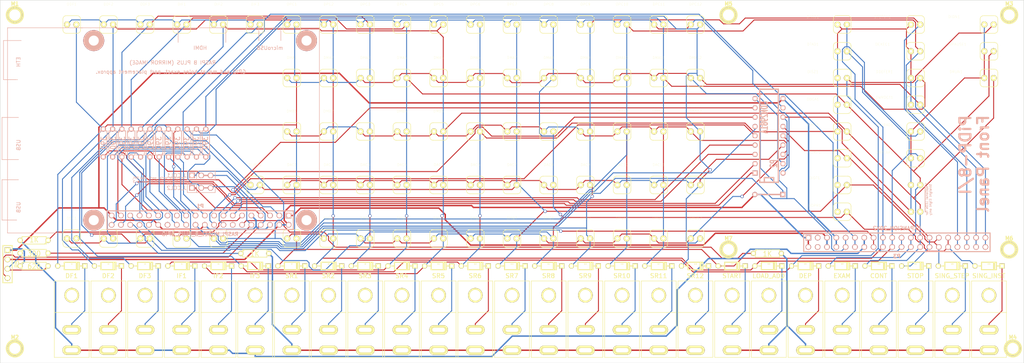
<source format=kicad_pcb>
(kicad_pcb (version 3) (host pcbnew "(2013-07-07 BZR 4022)-stable")
  (layers (15 F.Cu signal) (0 B.Cu signal) (18 B.Paste user hide) (19 F.Paste user hide) (20 B.SilkS user hide) (21 F.SilkS user) (22 B.Mask user hide) (23 F.Mask user hide) (28 Edge.Cuts user))
  (net 0 "")
  (net 1 +3.3V)
  (net 2 +5V)
  (net 3 GND)
  (net 4 N-0000029)
  (net 5 N-0000036)
  (net 6 N-0000037)
  (net 7 N-0000038)
  (net 8 N-0000039)
  (net 9 N-0000040)
  (net 10 N-0000041)
  (net 11 N-0000043)
  (net 12 N-0000044)
  (net 13 N-0000045)
  (net 14 N-0000047)
  (net 15 N-0000048)
  (net 16 N-0000049)
  (net 17 N-0000050)
  (net 18 N-0000051)
  (net 19 N-0000052)
  (net 20 N-0000053)
  (net 21 N-0000055)
  (net 22 N-0000056)
  (net 23 N-0000057)
  (net 24 N-0000059)
  (net 25 N-0000062)
  (net 26 N-0000063)
  (net 27 N-0000064)
  (net 28 N-0000065)
  (net 29 N-0000066)
  (net 30 N-0000067)
  (net 31 N-0000068)
  (net 32 N-0000074)
  (net 33 N-0000080)
  (net 34 N-0000081)
  (net 35 N-0000082)
  (net 36 N-0000083)
  (net 37 N-0000084)
  (net 38 N-0000085)
  (net 39 N-0000086)
  (net 40 N-0000087)
  (net 41 N-0000088)
  (net 42 N-0000089)
  (net 43 N-0000090)
  (net 44 RX)
  (net 45 SPARE_IO)
  (net 46 TX)
  (net 47 col1)
  (net 48 col10)
  (net 49 col11)
  (net 50 col12)
  (net 51 col1a)
  (net 52 col2)
  (net 53 col2a)
  (net 54 col3)
  (net 55 col4)
  (net 56 col5)
  (net 57 col6)
  (net 58 col7)
  (net 59 col8)
  (net 60 col9)
  (net 61 led1)
  (net 62 led2)
  (net 63 led3)
  (net 64 led4)
  (net 65 led5)
  (net 66 led6)
  (net 67 led7)
  (net 68 led8)
  (net 69 row1)
  (net 70 row2)
  (net 71 row3)
  (net 72 xled1)
  (net 73 xled2)
  (net 74 xled3)
  (net 75 xled4)
  (net 76 xled5)
  (net 77 xled6)
  (net 78 xled7)
  (net 79 xled8)
  (module D3 (layer B.Cu) (at 219 117)
    (fp_text reference DZ1 hide)
    (fp_text value ZENER hide)
    (pad 2 thru_hole rect (at 3.81 0) (size 1.397 1.397) (drill 0.8128) (layers *.Cu *.Mask B.SilkS) (net 2 +5V))
    (pad 1 thru_hole circle (at -3.81 0) (size 1.397 1.397) (drill 0.8128) (layers *.Cu *.Mask B.SilkS) (net 2 +5V))
  )
  (module R3 (layer B.Cu) (at 57.92 102.94 90)
    (fp_text reference R9 hide)
    (fp_text value 390 (at 0 -0.127 90) (layer B.SilkS) (effects (font (size 1.397 1.27) (thickness 0.2032)) (justify mirror)))
    (pad 1 thru_hole circle (at -3.81 0 90) (size 1.397 1.397) (drill 0.8128) (layers *.Cu *.Mask B.SilkS) (net 19 N-0000052))
    (pad 2 thru_hole circle (at 3.81 0 90) (size 1.397 1.397) (drill 0.8128) (layers *.Cu *.Mask B.SilkS) (net 60 col9))
  )
  (module R3 (layer B.Cu) (at 37.6 102.94 270)
    (fp_text reference R1 hide)
    (fp_text value 390 (at 0 -0.127 270) (layer B.SilkS) (effects (font (size 1.397 1.27) (thickness 0.2032)) (justify mirror)))
    (pad 1 thru_hole circle (at -3.81 0 270) (size 1.397 1.397) (drill 0.8128) (layers *.Cu *.Mask B.SilkS) (net 47 col1))
    (pad 2 thru_hole circle (at 3.81 0 270) (size 1.397 1.397) (drill 0.8128) (layers *.Cu *.Mask B.SilkS) (net 46 TX))
  )
  (module R3 (layer B.Cu) (at 40.14 102.94 270)
    (fp_text reference R2 hide)
    (fp_text value 390 (at 0 -0.127 270) (layer B.SilkS) (effects (font (size 1.397 1.27) (thickness 0.2032)) (justify mirror)))
    (pad 1 thru_hole circle (at -3.81 0 270) (size 1.397 1.397) (drill 0.8128) (layers *.Cu *.Mask B.SilkS) (net 52 col2))
    (pad 2 thru_hole circle (at 3.81 0 270) (size 1.397 1.397) (drill 0.8128) (layers *.Cu *.Mask B.SilkS) (net 44 RX))
  )
  (module R3 (layer B.Cu) (at 42.68 102.94 270)
    (fp_text reference R3 hide)
    (fp_text value 390 (at 0 -0.127 270) (layer B.SilkS) (effects (font (size 1.397 1.27) (thickness 0.2032)) (justify mirror)))
    (pad 1 thru_hole circle (at -3.81 0 270) (size 1.397 1.397) (drill 0.8128) (layers *.Cu *.Mask B.SilkS) (net 54 col3))
    (pad 2 thru_hole circle (at 3.81 0 270) (size 1.397 1.397) (drill 0.8128) (layers *.Cu *.Mask B.SilkS) (net 20 N-0000053))
  )
  (module R3 (layer B.Cu) (at 45.22 102.94 270)
    (fp_text reference R4 hide)
    (fp_text value 390 (at 0 -0.127 270) (layer B.SilkS) (effects (font (size 1.397 1.27) (thickness 0.2032)) (justify mirror)))
    (pad 1 thru_hole circle (at -3.81 0 270) (size 1.397 1.397) (drill 0.8128) (layers *.Cu *.Mask B.SilkS) (net 55 col4))
    (pad 2 thru_hole circle (at 3.81 0 270) (size 1.397 1.397) (drill 0.8128) (layers *.Cu *.Mask B.SilkS) (net 17 N-0000050))
  )
  (module R3 (layer B.Cu) (at 47.76 102.94 270)
    (fp_text reference R5 hide)
    (fp_text value 390 (at 0 -0.127 270) (layer B.SilkS) (effects (font (size 1.397 1.27) (thickness 0.2032)) (justify mirror)))
    (pad 1 thru_hole circle (at -3.81 0 270) (size 1.397 1.397) (drill 0.8128) (layers *.Cu *.Mask B.SilkS) (net 56 col5))
    (pad 2 thru_hole circle (at 3.81 0 270) (size 1.397 1.397) (drill 0.8128) (layers *.Cu *.Mask B.SilkS) (net 16 N-0000049))
  )
  (module R3 (layer B.Cu) (at 50.3 102.94 270)
    (fp_text reference R6 hide)
    (fp_text value 390 (at 0 -0.127 270) (layer B.SilkS) (effects (font (size 1.397 1.27) (thickness 0.2032)) (justify mirror)))
    (pad 1 thru_hole circle (at -3.81 0 270) (size 1.397 1.397) (drill 0.8128) (layers *.Cu *.Mask B.SilkS) (net 57 col6))
    (pad 2 thru_hole circle (at 3.81 0 270) (size 1.397 1.397) (drill 0.8128) (layers *.Cu *.Mask B.SilkS) (net 5 N-0000036))
  )
  (module R3 (layer B.Cu) (at 52.84 102.94 90)
    (fp_text reference R7 hide)
    (fp_text value 390 (at 0 -0.127 90) (layer B.SilkS) (effects (font (size 1.397 1.27) (thickness 0.2032)) (justify mirror)))
    (pad 1 thru_hole circle (at -3.81 0 90) (size 1.397 1.397) (drill 0.8128) (layers *.Cu *.Mask B.SilkS) (net 9 N-0000040))
    (pad 2 thru_hole circle (at 3.81 0 90) (size 1.397 1.397) (drill 0.8128) (layers *.Cu *.Mask B.SilkS) (net 58 col7))
  )
  (module R3 (layer B.Cu) (at 55.38 102.94 90)
    (fp_text reference R8 hide)
    (fp_text value 390 (at 0 -0.127 90) (layer B.SilkS) (effects (font (size 1.397 1.27) (thickness 0.2032)) (justify mirror)))
    (pad 1 thru_hole circle (at -3.81 0 90) (size 1.397 1.397) (drill 0.8128) (layers *.Cu *.Mask B.SilkS) (net 18 N-0000051))
    (pad 2 thru_hole circle (at 3.81 0 90) (size 1.397 1.397) (drill 0.8128) (layers *.Cu *.Mask B.SilkS) (net 59 col8))
  )
  (module R3 (layer B.Cu) (at 60.46 102.94 90)
    (fp_text reference R10 hide)
    (fp_text value 390 (at 0 -0.127 90) (layer B.SilkS) (effects (font (size 1.397 1.27) (thickness 0.2032)) (justify mirror)))
    (pad 1 thru_hole circle (at -3.81 0 90) (size 1.397 1.397) (drill 0.8128) (layers *.Cu *.Mask B.SilkS) (net 6 N-0000037))
    (pad 2 thru_hole circle (at 3.81 0 90) (size 1.397 1.397) (drill 0.8128) (layers *.Cu *.Mask B.SilkS) (net 48 col10))
  )
  (module R3 (layer B.Cu) (at 63 102.94 90)
    (fp_text reference R11 hide)
    (fp_text value 390 (at 0 -0.127 90) (layer B.SilkS) (effects (font (size 1.397 1.27) (thickness 0.2032)) (justify mirror)))
    (pad 1 thru_hole circle (at -3.81 0 90) (size 1.397 1.397) (drill 0.8128) (layers *.Cu *.Mask B.SilkS) (net 8 N-0000039))
    (pad 2 thru_hole circle (at 3.81 0 90) (size 1.397 1.397) (drill 0.8128) (layers *.Cu *.Mask B.SilkS) (net 49 col11))
  )
  (module R3 (layer B.Cu) (at 65.54 102.94 90)
    (fp_text reference R12 hide)
    (fp_text value 390 (at 0 -0.127 90) (layer B.SilkS) (effects (font (size 1.397 1.27) (thickness 0.2032)) (justify mirror)))
    (pad 1 thru_hole circle (at -3.81 0 90) (size 1.397 1.397) (drill 0.8128) (layers *.Cu *.Mask B.SilkS) (net 15 N-0000048))
    (pad 2 thru_hole circle (at 3.81 0 90) (size 1.397 1.397) (drill 0.8128) (layers *.Cu *.Mask B.SilkS) (net 50 col12))
  )
  (module R3 (layer F.Cu) (at 78.9 133.08)
    (fp_text reference R_ROW1 hide)
    (fp_text value 1K (at 0 0.127) (layer F.SilkS) (effects (font (size 1.397 1.27) (thickness 0.2032))))
    (pad 1 thru_hole circle (at -3.81 0) (size 1.397 1.397) (drill 0.8128) (layers *.Cu *.Mask F.SilkS) (net 7 N-0000038))
    (pad 2 thru_hole circle (at 3.81 0) (size 1.397 1.397) (drill 0.8128) (layers *.Cu *.Mask F.SilkS) (net 69 row1))
  )
  (module R3 (layer F.Cu) (at 18.75 129.5 180)
    (fp_text reference R_ROW2 hide)
    (fp_text value 1K (at 0 0.127 180) (layer F.SilkS) (effects (font (size 1.397 1.27) (thickness 0.2032))))
    (pad 1 thru_hole circle (at -3.81 0 180) (size 1.397 1.397) (drill 0.8128) (layers *.Cu *.Mask F.SilkS) (net 14 N-0000047))
    (pad 2 thru_hole circle (at 3.81 0 180) (size 1.397 1.397) (drill 0.8128) (layers *.Cu *.Mask F.SilkS) (net 70 row2))
  )
  (module R3 (layer F.Cu) (at 218.6 133.08)
    (fp_text reference R_ROW3 hide)
    (fp_text value 1K (at 0 0.127) (layer F.SilkS) (effects (font (size 1.397 1.27) (thickness 0.2032))))
    (pad 1 thru_hole circle (at -3.81 0) (size 1.397 1.397) (drill 0.8128) (layers *.Cu *.Mask F.SilkS) (net 10 N-0000041))
    (pad 2 thru_hole circle (at 3.81 0) (size 1.397 1.397) (drill 0.8128) (layers *.Cu *.Mask F.SilkS) (net 71 row3))
  )
  (module DIP-18__300 (layer B.Cu) (at 219.05 100.97 90)
    (fp_text reference P2 (at -7.62 1.27 90) (layer B.SilkS) (effects (font (size 1.778 1.143) (thickness 0.3048)) (justify mirror)))
    (fp_text value UDN2981A (at 5.08 -1.27 90) (layer B.SilkS) (effects (font (size 1.778 1.143) (thickness 0.3048)) (justify mirror)))
    (pad 1 thru_hole rect (at -10.16 -3.81 90) (size 1.397 1.397) (drill 0.8128) (layers *.Cu *.Mask B.SilkS) (net 72 xled1))
    (pad 2 thru_hole circle (at -7.62 -3.81 90) (size 1.397 1.397) (drill 0.8128) (layers *.Cu *.Mask B.SilkS) (net 73 xled2))
    (pad 3 thru_hole circle (at -5.08 -3.81 90) (size 1.397 1.397) (drill 0.8128) (layers *.Cu *.Mask B.SilkS) (net 74 xled3))
    (pad 4 thru_hole circle (at -2.54 -3.81 90) (size 1.397 1.397) (drill 0.8128) (layers *.Cu *.Mask B.SilkS) (net 75 xled4))
    (pad 5 thru_hole circle (at 0 -3.81 90) (size 1.397 1.397) (drill 0.8128) (layers *.Cu *.Mask B.SilkS) (net 76 xled5))
    (pad 6 thru_hole circle (at 2.54 -3.81 90) (size 1.397 1.397) (drill 0.8128) (layers *.Cu *.Mask B.SilkS) (net 77 xled6))
    (pad 7 thru_hole circle (at 5.08 -3.81 90) (size 1.397 1.397) (drill 0.8128) (layers *.Cu *.Mask B.SilkS) (net 78 xled7))
    (pad 8 thru_hole circle (at 7.62 -3.81 90) (size 1.397 1.397) (drill 0.8128) (layers *.Cu *.Mask B.SilkS) (net 79 xled8))
    (pad 9 thru_hole circle (at 10.16 -3.81 90) (size 1.397 1.397) (drill 0.8128) (layers *.Cu *.Mask B.SilkS) (net 2 +5V))
    (pad 10 thru_hole circle (at 10.16 3.81 90) (size 1.397 1.397) (drill 0.8128) (layers *.Cu *.Mask B.SilkS) (net 3 GND))
    (pad 11 thru_hole circle (at 7.62 3.81 90) (size 1.397 1.397) (drill 0.8128) (layers *.Cu *.Mask B.SilkS) (net 68 led8))
    (pad 12 thru_hole circle (at 5.08 3.81 90) (size 1.397 1.397) (drill 0.8128) (layers *.Cu *.Mask B.SilkS) (net 67 led7))
    (pad 13 thru_hole circle (at 2.54 3.81 90) (size 1.397 1.397) (drill 0.8128) (layers *.Cu *.Mask B.SilkS) (net 66 led6))
    (pad 14 thru_hole circle (at 0 3.81 90) (size 1.397 1.397) (drill 0.8128) (layers *.Cu *.Mask B.SilkS) (net 65 led5))
    (pad 15 thru_hole circle (at -2.54 3.81 90) (size 1.397 1.397) (drill 0.8128) (layers *.Cu *.Mask B.SilkS) (net 64 led4))
    (pad 16 thru_hole circle (at -5.08 3.81 90) (size 1.397 1.397) (drill 0.8128) (layers *.Cu *.Mask B.SilkS) (net 63 led3))
    (pad 17 thru_hole circle (at -7.62 3.81 90) (size 1.397 1.397) (drill 0.8128) (layers *.Cu *.Mask B.SilkS) (net 62 led2))
    (pad 18 thru_hole circle (at -10.16 3.81 90) (size 1.397 1.397) (drill 0.8128) (layers *.Cu *.Mask B.SilkS) (net 61 led1))
  )
  (module 1pin (layer F.Cu) (at 13.5 68)
    (fp_text reference M1 (at 0 -3.048) (layer F.SilkS) (effects (font (size 1.016 1.016) (thickness 0.254))))
    (fp_text value M hide)
    (pad 1 thru_hole circle (at 0 0) (size 4.064 4.064) (drill 3.048) (layers *.Cu *.Mask F.SilkS))
  )
  (module 1pin (layer F.Cu) (at 13.5 159)
    (fp_text reference M2 (at 0 -3.048) (layer F.SilkS) (effects (font (size 1.016 1.016) (thickness 0.254))))
    (fp_text value M hide)
    (pad 1 thru_hole circle (at 0 0) (size 4.064 4.064) (drill 3.048) (layers *.Cu *.Mask F.SilkS))
  )
  (module 1pin (layer F.Cu) (at 284.5 68)
    (fp_text reference M3 (at 0 -3.048) (layer F.SilkS) (effects (font (size 1.016 1.016) (thickness 0.254))))
    (fp_text value M hide)
    (pad 1 thru_hole circle (at 0 0) (size 4.064 4.064) (drill 3.048) (layers *.Cu *.Mask F.SilkS))
  )
  (module 1pin (layer F.Cu) (at 285.5 159)
    (fp_text reference M4 (at 0 -3.048) (layer F.SilkS) (effects (font (size 1.016 1.016) (thickness 0.254))))
    (fp_text value M hide)
    (pad 1 thru_hole circle (at 0 0) (size 4.064 4.064) (drill 3.048) (layers *.Cu *.Mask F.SilkS))
  )
  (module D2 (layer F.Cu) (at 249 136.5)
    (fp_text reference D23 (at 0 -0.508) (layer F.SilkS) (effects (font (size 0.25 0.25) (thickness 0.05))))
    (fp_text value 1N4148 hide)
    (pad 2 thru_hole rect (at 3.556 0) (size 1.397 1.397) (drill 0.8128) (layers *.Cu *.Mask F.SilkS) (net 29 N-0000066))
    (pad 1 thru_hole circle (at -3.81 0) (size 1.397 1.397) (drill 0.8128) (layers *.Cu *.Mask F.SilkS) (net 56 col5))
  )
  (module D2 (layer F.Cu) (at 259 136.5)
    (fp_text reference D24 (at 0 -0.508) (layer F.SilkS) (effects (font (size 0.25 0.25) (thickness 0.05))))
    (fp_text value 1N4148 hide)
    (pad 2 thru_hole rect (at 3.556 0) (size 1.397 1.397) (drill 0.8128) (layers *.Cu *.Mask F.SilkS) (net 30 N-0000067))
    (pad 1 thru_hole circle (at -3.81 0) (size 1.397 1.397) (drill 0.8128) (layers *.Cu *.Mask F.SilkS) (net 57 col6))
  )
  (module D2 (layer F.Cu) (at 239 136.5)
    (fp_text reference D22 (at 0 -0.508) (layer F.SilkS) (effects (font (size 0.25 0.25) (thickness 0.05))))
    (fp_text value 1N4148 hide)
    (pad 2 thru_hole rect (at 3.556 0) (size 1.397 1.397) (drill 0.8128) (layers *.Cu *.Mask F.SilkS) (net 28 N-0000065))
    (pad 1 thru_hole circle (at -3.81 0) (size 1.397 1.397) (drill 0.8128) (layers *.Cu *.Mask F.SilkS) (net 55 col4))
  )
  (module D2 (layer F.Cu) (at 269 136.5)
    (fp_text reference D25 (at 0 -0.508) (layer F.SilkS) (effects (font (size 0.25 0.25) (thickness 0.05))))
    (fp_text value 1N4148 hide)
    (pad 2 thru_hole rect (at 3.556 0) (size 1.397 1.397) (drill 0.8128) (layers *.Cu *.Mask F.SilkS) (net 31 N-0000068))
    (pad 1 thru_hole circle (at -3.81 0) (size 1.397 1.397) (drill 0.8128) (layers *.Cu *.Mask F.SilkS) (net 58 col7))
  )
  (module D2 (layer F.Cu) (at 279 136.5)
    (fp_text reference D26 (at 0 -0.508) (layer F.SilkS) (effects (font (size 0.25 0.25) (thickness 0.05))))
    (fp_text value 1N4148 hide)
    (pad 2 thru_hole rect (at 3.556 0) (size 1.397 1.397) (drill 0.8128) (layers *.Cu *.Mask F.SilkS) (net 24 N-0000059))
    (pad 1 thru_hole circle (at -3.81 0) (size 1.397 1.397) (drill 0.8128) (layers *.Cu *.Mask F.SilkS) (net 59 col8))
  )
  (module D2 (layer F.Cu) (at 139 136.5)
    (fp_text reference D12 (at 0 -0.508) (layer F.SilkS) (effects (font (size 0.25 0.25) (thickness 0.05))))
    (fp_text value 1N4148 hide)
    (pad 2 thru_hole rect (at 3.556 0) (size 1.397 1.397) (drill 0.8128) (layers *.Cu *.Mask F.SilkS) (net 38 N-0000085))
    (pad 1 thru_hole circle (at -3.81 0) (size 1.397 1.397) (drill 0.8128) (layers *.Cu *.Mask F.SilkS) (net 57 col6))
  )
  (module D2 (layer F.Cu) (at 39 136.5)
    (fp_text reference D2 (at 0 -0.508) (layer F.SilkS) (effects (font (size 0.25 0.25) (thickness 0.05))))
    (fp_text value 1N4148 hide)
    (pad 2 thru_hole rect (at 3.556 0) (size 1.397 1.397) (drill 0.8128) (layers *.Cu *.Mask F.SilkS) (net 11 N-0000043))
    (pad 1 thru_hole circle (at -3.81 0) (size 1.397 1.397) (drill 0.8128) (layers *.Cu *.Mask F.SilkS) (net 52 col2))
  )
  (module D2 (layer F.Cu) (at 49 136.5)
    (fp_text reference D3 (at 0 -0.508) (layer F.SilkS) (effects (font (size 0.25 0.25) (thickness 0.05))))
    (fp_text value 1N4148 hide)
    (pad 2 thru_hole rect (at 3.556 0) (size 1.397 1.397) (drill 0.8128) (layers *.Cu *.Mask F.SilkS) (net 13 N-0000045))
    (pad 1 thru_hole circle (at -3.81 0) (size 1.397 1.397) (drill 0.8128) (layers *.Cu *.Mask F.SilkS) (net 54 col3))
  )
  (module D2 (layer F.Cu) (at 59 136.5)
    (fp_text reference D4 (at 0 -0.508) (layer F.SilkS) (effects (font (size 0.25 0.25) (thickness 0.05))))
    (fp_text value 1N4148 hide)
    (pad 2 thru_hole rect (at 3.556 0) (size 1.397 1.397) (drill 0.8128) (layers *.Cu *.Mask F.SilkS) (net 23 N-0000057))
    (pad 1 thru_hole circle (at -3.81 0) (size 1.397 1.397) (drill 0.8128) (layers *.Cu *.Mask F.SilkS) (net 55 col4))
  )
  (module D2 (layer F.Cu) (at 69 136.5)
    (fp_text reference D5 (at 0 -0.508) (layer F.SilkS) (effects (font (size 0.25 0.25) (thickness 0.05))))
    (fp_text value 1N4148 hide)
    (pad 2 thru_hole rect (at 3.556 0) (size 1.397 1.397) (drill 0.8128) (layers *.Cu *.Mask F.SilkS) (net 22 N-0000056))
    (pad 1 thru_hole circle (at -3.81 0) (size 1.397 1.397) (drill 0.8128) (layers *.Cu *.Mask F.SilkS) (net 56 col5))
  )
  (module D2 (layer F.Cu) (at 79 136.5)
    (fp_text reference D6 (at 0 -0.508) (layer F.SilkS) (effects (font (size 0.25 0.25) (thickness 0.05))))
    (fp_text value 1N4148 hide)
    (pad 2 thru_hole rect (at 3.556 0) (size 1.397 1.397) (drill 0.8128) (layers *.Cu *.Mask F.SilkS) (net 21 N-0000055))
    (pad 1 thru_hole circle (at -3.81 0) (size 1.397 1.397) (drill 0.8128) (layers *.Cu *.Mask F.SilkS) (net 57 col6))
  )
  (module D2 (layer F.Cu) (at 89 136.5)
    (fp_text reference D7 (at 0 -0.508) (layer F.SilkS) (effects (font (size 0.25 0.25) (thickness 0.05))))
    (fp_text value 1N4148 hide)
    (pad 2 thru_hole rect (at 3.556 0) (size 1.397 1.397) (drill 0.8128) (layers *.Cu *.Mask F.SilkS) (net 32 N-0000074))
    (pad 1 thru_hole circle (at -3.81 0) (size 1.397 1.397) (drill 0.8128) (layers *.Cu *.Mask F.SilkS) (net 47 col1))
  )
  (module D2 (layer F.Cu) (at 99 136.5)
    (fp_text reference D8 (at 0 -0.508) (layer F.SilkS) (effects (font (size 0.25 0.25) (thickness 0.05))))
    (fp_text value 1N4148 hide)
    (pad 2 thru_hole rect (at 3.556 0) (size 1.397 1.397) (drill 0.8128) (layers *.Cu *.Mask F.SilkS) (net 34 N-0000081))
    (pad 1 thru_hole circle (at -3.81 0) (size 1.397 1.397) (drill 0.8128) (layers *.Cu *.Mask F.SilkS) (net 52 col2))
  )
  (module D2 (layer F.Cu) (at 109 136.5)
    (fp_text reference D9 (at 0 -0.508) (layer F.SilkS) (effects (font (size 0.25 0.25) (thickness 0.05))))
    (fp_text value 1N4148 hide)
    (pad 2 thru_hole rect (at 3.556 0) (size 1.397 1.397) (drill 0.8128) (layers *.Cu *.Mask F.SilkS) (net 35 N-0000082))
    (pad 1 thru_hole circle (at -3.81 0) (size 1.397 1.397) (drill 0.8128) (layers *.Cu *.Mask F.SilkS) (net 54 col3))
  )
  (module D2 (layer F.Cu) (at 119 136.5)
    (fp_text reference D10 (at 0 -0.508) (layer F.SilkS) (effects (font (size 0.25 0.25) (thickness 0.05))))
    (fp_text value 1N4148 hide)
    (pad 2 thru_hole rect (at 3.556 0) (size 1.397 1.397) (drill 0.8128) (layers *.Cu *.Mask F.SilkS) (net 36 N-0000083))
    (pad 1 thru_hole circle (at -3.81 0) (size 1.397 1.397) (drill 0.8128) (layers *.Cu *.Mask F.SilkS) (net 55 col4))
  )
  (module D2 (layer F.Cu) (at 129 136.5)
    (fp_text reference D11 (at 0 -0.508) (layer F.SilkS) (effects (font (size 0.25 0.25) (thickness 0.05))))
    (fp_text value 1N4148 hide)
    (pad 2 thru_hole rect (at 3.556 0) (size 1.397 1.397) (drill 0.8128) (layers *.Cu *.Mask F.SilkS) (net 37 N-0000084))
    (pad 1 thru_hole circle (at -3.81 0) (size 1.397 1.397) (drill 0.8128) (layers *.Cu *.Mask F.SilkS) (net 56 col5))
  )
  (module D2 (layer F.Cu) (at 29 136.5)
    (fp_text reference D1 (at 0 -0.508) (layer F.SilkS) (effects (font (size 0.25 0.25) (thickness 0.05))))
    (fp_text value 1N4148 hide)
    (pad 2 thru_hole rect (at 3.556 0) (size 1.397 1.397) (drill 0.8128) (layers *.Cu *.Mask F.SilkS) (net 12 N-0000044))
    (pad 1 thru_hole circle (at -3.81 0) (size 1.397 1.397) (drill 0.8128) (layers *.Cu *.Mask F.SilkS) (net 47 col1))
  )
  (module D2 (layer F.Cu) (at 149 136.5)
    (fp_text reference D13 (at 0 -0.508) (layer F.SilkS) (effects (font (size 0.25 0.25) (thickness 0.05))))
    (fp_text value 1N4148 hide)
    (pad 2 thru_hole rect (at 3.556 0) (size 1.397 1.397) (drill 0.8128) (layers *.Cu *.Mask F.SilkS) (net 39 N-0000086))
    (pad 1 thru_hole circle (at -3.81 0) (size 1.397 1.397) (drill 0.8128) (layers *.Cu *.Mask F.SilkS) (net 58 col7))
  )
  (module D2 (layer F.Cu) (at 159 136.5)
    (fp_text reference D14 (at 0 -0.508) (layer F.SilkS) (effects (font (size 0.25 0.25) (thickness 0.05))))
    (fp_text value 1N4148 hide)
    (pad 2 thru_hole rect (at 3.556 0) (size 1.397 1.397) (drill 0.8128) (layers *.Cu *.Mask F.SilkS) (net 40 N-0000087))
    (pad 1 thru_hole circle (at -3.81 0) (size 1.397 1.397) (drill 0.8128) (layers *.Cu *.Mask F.SilkS) (net 59 col8))
  )
  (module D2 (layer F.Cu) (at 169 136.5)
    (fp_text reference D15 (at 0 -0.508) (layer F.SilkS) (effects (font (size 0.25 0.25) (thickness 0.05))))
    (fp_text value 1N4148 hide)
    (pad 2 thru_hole rect (at 3.556 0) (size 1.397 1.397) (drill 0.8128) (layers *.Cu *.Mask F.SilkS) (net 41 N-0000088))
    (pad 1 thru_hole circle (at -3.81 0) (size 1.397 1.397) (drill 0.8128) (layers *.Cu *.Mask F.SilkS) (net 60 col9))
  )
  (module D2 (layer F.Cu) (at 179 136.5)
    (fp_text reference D16 (at 0 -0.508) (layer F.SilkS) (effects (font (size 0.25 0.25) (thickness 0.05))))
    (fp_text value 1N4148 hide)
    (pad 2 thru_hole rect (at 3.556 0) (size 1.397 1.397) (drill 0.8128) (layers *.Cu *.Mask F.SilkS) (net 33 N-0000080))
    (pad 1 thru_hole circle (at -3.81 0) (size 1.397 1.397) (drill 0.8128) (layers *.Cu *.Mask F.SilkS) (net 48 col10))
  )
  (module D2 (layer F.Cu) (at 189 136.5)
    (fp_text reference D17 (at 0 -0.508) (layer F.SilkS) (effects (font (size 0.25 0.25) (thickness 0.05))))
    (fp_text value 1N4148 hide)
    (pad 2 thru_hole rect (at 3.556 0) (size 1.397 1.397) (drill 0.8128) (layers *.Cu *.Mask F.SilkS) (net 42 N-0000089))
    (pad 1 thru_hole circle (at -3.81 0) (size 1.397 1.397) (drill 0.8128) (layers *.Cu *.Mask F.SilkS) (net 49 col11))
  )
  (module D2 (layer F.Cu) (at 199 136.5)
    (fp_text reference D18 (at 0 -0.508) (layer F.SilkS) (effects (font (size 0.25 0.25) (thickness 0.05))))
    (fp_text value 1N4148 hide)
    (pad 2 thru_hole rect (at 3.556 0) (size 1.397 1.397) (drill 0.8128) (layers *.Cu *.Mask F.SilkS) (net 43 N-0000090))
    (pad 1 thru_hole circle (at -3.81 0) (size 1.397 1.397) (drill 0.8128) (layers *.Cu *.Mask F.SilkS) (net 50 col12))
  )
  (module D2 (layer F.Cu) (at 209 136.5)
    (fp_text reference D19 (at 0 -0.508) (layer F.SilkS) (effects (font (size 0.25 0.25) (thickness 0.05))))
    (fp_text value 1N4148 hide)
    (pad 2 thru_hole rect (at 3.556 0) (size 1.397 1.397) (drill 0.8128) (layers *.Cu *.Mask F.SilkS) (net 25 N-0000062))
    (pad 1 thru_hole circle (at -3.81 0) (size 1.397 1.397) (drill 0.8128) (layers *.Cu *.Mask F.SilkS) (net 47 col1))
  )
  (module D2 (layer F.Cu) (at 219 136.5)
    (fp_text reference D20 (at 0 -0.508) (layer F.SilkS) (effects (font (size 0.25 0.25) (thickness 0.05))))
    (fp_text value 1N4148 hide)
    (pad 2 thru_hole rect (at 3.556 0) (size 1.397 1.397) (drill 0.8128) (layers *.Cu *.Mask F.SilkS) (net 26 N-0000063))
    (pad 1 thru_hole circle (at -3.81 0) (size 1.397 1.397) (drill 0.8128) (layers *.Cu *.Mask F.SilkS) (net 52 col2))
  )
  (module D2 (layer F.Cu) (at 229 136.5)
    (fp_text reference D21 (at 0 -0.508) (layer F.SilkS) (effects (font (size 0.25 0.25) (thickness 0.05))))
    (fp_text value 1N4148 hide)
    (pad 2 thru_hole rect (at 3.556 0) (size 1.397 1.397) (drill 0.8128) (layers *.Cu *.Mask F.SilkS) (net 27 N-0000064))
    (pad 1 thru_hole circle (at -3.81 0) (size 1.397 1.397) (drill 0.8128) (layers *.Cu *.Mask F.SilkS) (net 54 col3))
  )
  (module RASPI_BPLUS_MIRRORED (layer B.Cu) (at 64 124 180)
    (fp_text reference P1 (at 0 3.81 180) (layer B.SilkS) (effects (font (size 1.016 1.016) (thickness 0.27432)) (justify mirror)))
    (fp_text value RASPI_MODEL_B_PLUS_GPIO (at 0 -3.81 180) (layer B.SilkS) (effects (font (size 1.016 1.016) (thickness 0.2032)) (justify mirror)))
    (fp_text user ETH (at 49.53 43.18 450) (layer B.SilkS) (effects (justify mirror)))
    (fp_text user "GPIO and mount holes exact, port placement approx." (at 8 40.5 180) (layer B.SilkS) (effects (justify mirror)))
    (fp_text user "RASPI B PLUS (MIRROR IMAGE)" (at 7.5 43 180) (layer B.SilkS) (effects (justify mirror)))
    (fp_text user microUSB (at -19 47 180) (layer B.SilkS) (effects (justify mirror)))
    (fp_text user HDMI (at 0 47 180) (layer B.SilkS) (effects (justify mirror)))
    (fp_text user USB (at 49.5 3.5 450) (layer B.SilkS) (effects (justify mirror)))
    (fp_text user USB (at 49.5 20.5 450) (layer B.SilkS) (effects (justify mirror)))
    (pad 1 thru_hole rect (at -24.13 1.27 180) (size 1.524 1.524) (drill 1.016) (layers *.Cu *.Mask B.SilkS) (net 1 +3.3V))
    (pad 2 thru_hole circle (at -24.13 -1.27 180) (size 1.524 1.524) (drill 1.016) (layers *.Cu *.Mask B.SilkS) (net 2 +5V))
    (pad 11 thru_hole circle (at -11.43 1.27 180) (size 1.524 1.524) (drill 1.016) (layers *.Cu *.Mask B.SilkS) (net 14 N-0000047))
    (pad 4 thru_hole circle (at -21.59 -1.27 180) (size 1.524 1.524) (drill 1.016) (layers *.Cu *.Mask B.SilkS) (net 2 +5V))
    (pad 13 thru_hole circle (at -8.89 1.27 180) (size 1.524 1.524) (drill 1.016) (layers *.Cu *.Mask B.SilkS) (net 79 xled8))
    (pad 6 thru_hole circle (at -19.05 -1.27 180) (size 1.524 1.524) (drill 1.016) (layers *.Cu *.Mask B.SilkS) (net 3 GND))
    (pad 15 thru_hole circle (at -6.35 1.27 180) (size 1.524 1.524) (drill 1.016) (layers *.Cu *.Mask B.SilkS) (net 74 xled3))
    (pad 8 thru_hole circle (at -16.51 -1.27 180) (size 1.524 1.524) (drill 1.016) (layers *.Cu *.Mask B.SilkS) (net 46 TX))
    (pad 17 thru_hole circle (at -3.81 1.27 180) (size 1.524 1.524) (drill 1.016) (layers *.Cu *.Mask B.SilkS))
    (pad 10 thru_hole circle (at -13.97 -1.27 180) (size 1.524 1.524) (drill 1.016) (layers *.Cu *.Mask B.SilkS) (net 44 RX))
    (pad 19 thru_hole circle (at -1.27 1.27 180) (size 1.524 1.524) (drill 1.016) (layers *.Cu *.Mask B.SilkS) (net 19 N-0000052))
    (pad 12 thru_hole circle (at -11.43 -1.27 180) (size 1.524 1.524) (drill 1.016) (layers *.Cu *.Mask B.SilkS) (net 10 N-0000041))
    (pad 21 thru_hole circle (at 1.27 1.27 180) (size 1.524 1.524) (drill 1.016) (layers *.Cu *.Mask B.SilkS) (net 18 N-0000051))
    (pad 14 thru_hole circle (at -8.89 -1.27 180) (size 1.524 1.524) (drill 1.016) (layers *.Cu *.Mask B.SilkS))
    (pad 23 thru_hole circle (at 3.81 1.27 180) (size 1.524 1.524) (drill 1.016) (layers *.Cu *.Mask B.SilkS) (net 6 N-0000037))
    (pad 16 thru_hole circle (at -6.35 -1.27 180) (size 1.524 1.524) (drill 1.016) (layers *.Cu *.Mask B.SilkS) (net 75 xled4))
    (pad 25 thru_hole circle (at 6.35 1.27 180) (size 1.524 1.524) (drill 1.016) (layers *.Cu *.Mask B.SilkS))
    (pad 18 thru_hole circle (at -3.81 -1.27 180) (size 1.524 1.524) (drill 1.016) (layers *.Cu *.Mask B.SilkS) (net 76 xled5))
    (pad 27 thru_hole circle (at 8.89 1.27 180) (size 1.524 1.524) (drill 1.016) (layers *.Cu *.Mask B.SilkS))
    (pad 20 thru_hole circle (at -1.27 -1.27 180) (size 1.524 1.524) (drill 1.016) (layers *.Cu *.Mask B.SilkS) (net 3 GND))
    (pad 29 thru_hole circle (at 11.43 1.27 180) (size 1.524 1.524) (drill 1.016) (layers *.Cu *.Mask B.SilkS) (net 17 N-0000050))
    (pad 22 thru_hole circle (at 1.27 -1.27 180) (size 1.524 1.524) (drill 1.016) (layers *.Cu *.Mask B.SilkS) (net 77 xled6))
    (pad 31 thru_hole circle (at 13.97 1.27 180) (size 1.524 1.524) (drill 1.016) (layers *.Cu *.Mask B.SilkS) (net 16 N-0000049))
    (pad 24 thru_hole circle (at 3.81 -1.27 180) (size 1.524 1.524) (drill 1.016) (layers *.Cu *.Mask B.SilkS) (net 9 N-0000040))
    (pad 26 thru_hole circle (at 6.35 -1.27 180) (size 1.524 1.524) (drill 1.016) (layers *.Cu *.Mask B.SilkS) (net 5 N-0000036))
    (pad 33 thru_hole circle (at 16.51 1.27 180) (size 1.524 1.524) (drill 1.016) (layers *.Cu *.Mask B.SilkS) (net 15 N-0000048))
    (pad 28 thru_hole circle (at 8.89 -1.27 180) (size 1.524 1.524) (drill 1.016) (layers *.Cu *.Mask B.SilkS))
    (pad 32 thru_hole circle (at 13.97 -1.27 180) (size 1.524 1.524) (drill 1.016) (layers *.Cu *.Mask B.SilkS) (net 8 N-0000039))
    (pad 34 thru_hole circle (at 16.51 -1.27 180) (size 1.524 1.524) (drill 1.016) (layers *.Cu *.Mask B.SilkS))
    (pad 36 thru_hole circle (at 19.05 -1.27 180) (size 1.524 1.524) (drill 1.016) (layers *.Cu *.Mask B.SilkS) (net 7 N-0000038))
    (pad 38 thru_hole circle (at 21.59 -1.27 180) (size 1.524 1.524) (drill 1.016) (layers *.Cu *.Mask B.SilkS) (net 72 xled1))
    (pad 35 thru_hole circle (at 19.05 1.27 180) (size 1.524 1.524) (drill 1.016) (layers *.Cu *.Mask B.SilkS) (net 45 SPARE_IO))
    (pad 37 thru_hole circle (at 21.59 1.27 180) (size 1.524 1.524) (drill 1.016) (layers *.Cu *.Mask B.SilkS) (net 78 xled7))
    (pad 3 thru_hole circle (at -21.59 1.27 180) (size 1.524 1.524) (drill 1.016) (layers *.Cu *.Mask B.SilkS) (net 51 col1a))
    (pad 5 thru_hole circle (at -19.05 1.27 180) (size 1.524 1.524) (drill 1.016) (layers *.Cu *.Mask B.SilkS) (net 53 col2a))
    (pad 7 thru_hole circle (at -16.51 1.27 180) (size 1.524 1.524) (drill 1.016) (layers *.Cu *.Mask B.SilkS) (net 20 N-0000053))
    (pad 9 thru_hole circle (at -13.97 1.27 180) (size 1.524 1.524) (drill 1.016) (layers *.Cu *.Mask B.SilkS) (net 3 GND))
    (pad 39 thru_hole circle (at 24.13 1.27 180) (size 1.524 1.524) (drill 1.016) (layers *.Cu *.Mask B.SilkS) (net 3 GND))
    (pad 40 thru_hole circle (at 24.13 -1.27 180) (size 1.524 1.524) (drill 1.016) (layers *.Cu *.Mask B.SilkS) (net 73 xled2))
    (pad 30 thru_hole circle (at 11.43 -1.27 180) (size 1.524 1.524) (drill 1.016) (layers *.Cu *.Mask B.SilkS) (net 3 GND))
    (pad H2 thru_hole circle (at -29 0 180) (size 5.7 5.7) (drill 2.75) (layers *.Cu *.Mask B.SilkS))
    (pad H3 thru_hole circle (at 29 0 180) (size 5.7 5.7) (drill 2.75) (layers *.Cu *.Mask B.SilkS))
    (pad H4 thru_hole circle (at 29 49 180) (size 5.7 5.7) (drill 2.75) (layers *.Cu *.Mask B.SilkS))
    (pad H1 thru_hole circle (at -29 49 180) (size 5.7 5.7) (drill 2.75) (layers *.Cu *.Mask B.SilkS))
  )
  (module 1pin (layer F.Cu) (at 208 68)
    (fp_text reference M5 (at 0 -3.048) (layer F.SilkS) (effects (font (size 1.016 1.016) (thickness 0.254))))
    (fp_text value M hide)
    (pad 1 thru_hole circle (at 0 0) (size 4.064 4.064) (drill 3.048) (layers *.Cu *.Mask F.SilkS))
  )
  (module 1pin (layer F.Cu) (at 284.5 132)
    (fp_text reference M6 (at 0 -3.048) (layer F.SilkS) (effects (font (size 1.016 1.016) (thickness 0.254))))
    (fp_text value M hide)
    (pad 1 thru_hole circle (at 0 0) (size 4.064 4.064) (drill 3.048) (layers *.Cu *.Mask F.SilkS))
  )
  (module 1pin (layer F.Cu) (at 208 132)
    (fp_text reference M7 (at 0 -3.048) (layer F.SilkS) (effects (font (size 1.016 1.016) (thickness 0.254))))
    (fp_text value M hide)
    (pad 1 thru_hole circle (at 0 0) (size 4.064 4.064) (drill 3.048) (layers *.Cu *.Mask F.SilkS))
  )
  (module LED-3-PDP (layer F.Cu) (at 169 99.8)
    (fp_text reference DMB9 (at 0 -5.5372) (layer F.SilkS) (effects (font (size 0.7 0.7) (thickness 0.025))))
    (fp_text value LED hide)
    (pad 1 thru_hole circle (at -1.27 0) (size 1.6764 1.6764) (drill 0.8128) (layers *.Cu *.Mask F.SilkS) (net 63 led3))
    (pad 2 thru_hole circle (at 1.27 0) (size 1.6764 1.6764) (drill 0.8128) (layers *.Cu *.Mask F.SilkS) (net 60 col9))
  )
  (module LED-3-PDP (layer F.Cu) (at 179 99.8)
    (fp_text reference DMB10 (at 0 -5.5372) (layer F.SilkS) (effects (font (size 0.7 0.7) (thickness 0.025))))
    (fp_text value LED hide)
    (pad 1 thru_hole circle (at -1.27 0) (size 1.6764 1.6764) (drill 0.8128) (layers *.Cu *.Mask F.SilkS) (net 63 led3))
    (pad 2 thru_hole circle (at 1.27 0) (size 1.6764 1.6764) (drill 0.8128) (layers *.Cu *.Mask F.SilkS) (net 48 col10))
  )
  (module LED-3-PDP (layer F.Cu) (at 189 99.8)
    (fp_text reference DMB11 (at 0 -5.5372) (layer F.SilkS) (effects (font (size 0.7 0.7) (thickness 0.025))))
    (fp_text value LED hide)
    (pad 1 thru_hole circle (at -1.27 0) (size 1.6764 1.6764) (drill 0.8128) (layers *.Cu *.Mask F.SilkS) (net 63 led3))
    (pad 2 thru_hole circle (at 1.27 0) (size 1.6764 1.6764) (drill 0.8128) (layers *.Cu *.Mask F.SilkS) (net 49 col11))
  )
  (module LED-3-PDP (layer F.Cu) (at 199 99.8)
    (fp_text reference DMB12 (at 0 -5.5372) (layer F.SilkS) (effects (font (size 0.7 0.7) (thickness 0.025))))
    (fp_text value LED hide)
    (pad 1 thru_hole circle (at -1.27 0) (size 1.6764 1.6764) (drill 0.8128) (layers *.Cu *.Mask F.SilkS) (net 63 led3))
    (pad 2 thru_hole circle (at 1.27 0) (size 1.6764 1.6764) (drill 0.8128) (layers *.Cu *.Mask F.SilkS) (net 50 col12))
  )
  (module LED-3-PDP (layer F.Cu) (at 89 114.4)
    (fp_text reference DAC1 (at 0 -5.5372) (layer F.SilkS) (effects (font (size 0.7 0.7) (thickness 0.025))))
    (fp_text value LED hide)
    (pad 1 thru_hole circle (at -1.27 0) (size 1.6764 1.6764) (drill 0.8128) (layers *.Cu *.Mask F.SilkS) (net 64 led4))
    (pad 2 thru_hole circle (at 1.27 0) (size 1.6764 1.6764) (drill 0.8128) (layers *.Cu *.Mask F.SilkS) (net 47 col1))
  )
  (module LED-3-PDP (layer F.Cu) (at 99 114.4)
    (fp_text reference DAC2 (at 0 -5.5372) (layer F.SilkS) (effects (font (size 0.7 0.7) (thickness 0.025))))
    (fp_text value LED hide)
    (pad 1 thru_hole circle (at -1.27 0) (size 1.6764 1.6764) (drill 0.8128) (layers *.Cu *.Mask F.SilkS) (net 64 led4))
    (pad 2 thru_hole circle (at 1.27 0) (size 1.6764 1.6764) (drill 0.8128) (layers *.Cu *.Mask F.SilkS) (net 52 col2))
  )
  (module LED-3-PDP (layer F.Cu) (at 109 114.4)
    (fp_text reference DAC3 (at 0 -5.5372) (layer F.SilkS) (effects (font (size 0.7 0.7) (thickness 0.025))))
    (fp_text value LED hide)
    (pad 1 thru_hole circle (at -1.27 0) (size 1.6764 1.6764) (drill 0.8128) (layers *.Cu *.Mask F.SilkS) (net 64 led4))
    (pad 2 thru_hole circle (at 1.27 0) (size 1.6764 1.6764) (drill 0.8128) (layers *.Cu *.Mask F.SilkS) (net 54 col3))
  )
  (module LED-3-PDP (layer F.Cu) (at 119 114.4)
    (fp_text reference DAC4 (at 0 -5.5372) (layer F.SilkS) (effects (font (size 0.7 0.7) (thickness 0.025))))
    (fp_text value LED hide)
    (pad 1 thru_hole circle (at -1.27 0) (size 1.6764 1.6764) (drill 0.8128) (layers *.Cu *.Mask F.SilkS) (net 64 led4))
    (pad 2 thru_hole circle (at 1.27 0) (size 1.6764 1.6764) (drill 0.8128) (layers *.Cu *.Mask F.SilkS) (net 55 col4))
  )
  (module LED-3-PDP (layer F.Cu) (at 129 114.4)
    (fp_text reference DAC5 (at 0 -5.5372) (layer F.SilkS) (effects (font (size 0.7 0.7) (thickness 0.025))))
    (fp_text value LED hide)
    (pad 1 thru_hole circle (at -1.27 0) (size 1.6764 1.6764) (drill 0.8128) (layers *.Cu *.Mask F.SilkS) (net 64 led4))
    (pad 2 thru_hole circle (at 1.27 0) (size 1.6764 1.6764) (drill 0.8128) (layers *.Cu *.Mask F.SilkS) (net 56 col5))
  )
  (module LED-3-PDP (layer F.Cu) (at 139 114.4)
    (fp_text reference DAC6 (at 0 -5.5372) (layer F.SilkS) (effects (font (size 0.7 0.7) (thickness 0.025))))
    (fp_text value LED hide)
    (pad 1 thru_hole circle (at -1.27 0) (size 1.6764 1.6764) (drill 0.8128) (layers *.Cu *.Mask F.SilkS) (net 64 led4))
    (pad 2 thru_hole circle (at 1.27 0) (size 1.6764 1.6764) (drill 0.8128) (layers *.Cu *.Mask F.SilkS) (net 57 col6))
  )
  (module LED-3-PDP (layer F.Cu) (at 149 114.4)
    (fp_text reference DAC7 (at 0 -5.5372) (layer F.SilkS) (effects (font (size 0.7 0.7) (thickness 0.025))))
    (fp_text value LED hide)
    (pad 1 thru_hole circle (at -1.27 0) (size 1.6764 1.6764) (drill 0.8128) (layers *.Cu *.Mask F.SilkS) (net 64 led4))
    (pad 2 thru_hole circle (at 1.27 0) (size 1.6764 1.6764) (drill 0.8128) (layers *.Cu *.Mask F.SilkS) (net 58 col7))
  )
  (module LED-3-PDP (layer F.Cu) (at 159 114.4)
    (fp_text reference DAC8 (at 0 -5.5372) (layer F.SilkS) (effects (font (size 0.7 0.7) (thickness 0.025))))
    (fp_text value LED hide)
    (pad 1 thru_hole circle (at -1.27 0) (size 1.6764 1.6764) (drill 0.8128) (layers *.Cu *.Mask F.SilkS) (net 64 led4))
    (pad 2 thru_hole circle (at 1.27 0) (size 1.6764 1.6764) (drill 0.8128) (layers *.Cu *.Mask F.SilkS) (net 59 col8))
  )
  (module LED-3-PDP (layer F.Cu) (at 169 114.4)
    (fp_text reference DAC9 (at 0 -5.5372) (layer F.SilkS) (effects (font (size 0.7 0.7) (thickness 0.025))))
    (fp_text value LED hide)
    (pad 1 thru_hole circle (at -1.27 0) (size 1.6764 1.6764) (drill 0.8128) (layers *.Cu *.Mask F.SilkS) (net 64 led4))
    (pad 2 thru_hole circle (at 1.27 0) (size 1.6764 1.6764) (drill 0.8128) (layers *.Cu *.Mask F.SilkS) (net 60 col9))
  )
  (module LED-3-PDP (layer F.Cu) (at 179 114.4)
    (fp_text reference DAC10 (at 0 -5.5372) (layer F.SilkS) (effects (font (size 0.7 0.7) (thickness 0.025))))
    (fp_text value LED hide)
    (pad 1 thru_hole circle (at -1.27 0) (size 1.6764 1.6764) (drill 0.8128) (layers *.Cu *.Mask F.SilkS) (net 64 led4))
    (pad 2 thru_hole circle (at 1.27 0) (size 1.6764 1.6764) (drill 0.8128) (layers *.Cu *.Mask F.SilkS) (net 48 col10))
  )
  (module LED-3-PDP (layer F.Cu) (at 89 70.6)
    (fp_text reference DPC1 (at 0 -5.5372) (layer F.SilkS) (effects (font (size 0.7 0.7) (thickness 0.025))))
    (fp_text value LED hide)
    (pad 1 thru_hole circle (at -1.27 0) (size 1.6764 1.6764) (drill 0.8128) (layers *.Cu *.Mask F.SilkS) (net 61 led1))
    (pad 2 thru_hole circle (at 1.27 0) (size 1.6764 1.6764) (drill 0.8128) (layers *.Cu *.Mask F.SilkS) (net 47 col1))
  )
  (module LED-3-PDP (layer F.Cu) (at 199 114.4)
    (fp_text reference DAC12 (at 0 -5.5372) (layer F.SilkS) (effects (font (size 0.7 0.7) (thickness 0.025))))
    (fp_text value LED hide)
    (pad 1 thru_hole circle (at -1.27 0) (size 1.6764 1.6764) (drill 0.8128) (layers *.Cu *.Mask F.SilkS) (net 64 led4))
    (pad 2 thru_hole circle (at 1.27 0) (size 1.6764 1.6764) (drill 0.8128) (layers *.Cu *.Mask F.SilkS) (net 50 col12))
  )
  (module LED-3-PDP (layer F.Cu) (at 89 129)
    (fp_text reference DMQ1 (at 0 -5.5372) (layer F.SilkS) (effects (font (size 0.7 0.7) (thickness 0.025))))
    (fp_text value LED hide)
    (pad 1 thru_hole circle (at -1.27 0) (size 1.6764 1.6764) (drill 0.8128) (layers *.Cu *.Mask F.SilkS) (net 65 led5))
    (pad 2 thru_hole circle (at 1.27 0) (size 1.6764 1.6764) (drill 0.8128) (layers *.Cu *.Mask F.SilkS) (net 47 col1))
  )
  (module LED-3-PDP (layer F.Cu) (at 99 129)
    (fp_text reference DMQ2 (at 0 -5.5372) (layer F.SilkS) (effects (font (size 0.7 0.7) (thickness 0.025))))
    (fp_text value LED hide)
    (pad 1 thru_hole circle (at -1.27 0) (size 1.6764 1.6764) (drill 0.8128) (layers *.Cu *.Mask F.SilkS) (net 65 led5))
    (pad 2 thru_hole circle (at 1.27 0) (size 1.6764 1.6764) (drill 0.8128) (layers *.Cu *.Mask F.SilkS) (net 52 col2))
  )
  (module LED-3-PDP (layer F.Cu) (at 109 129)
    (fp_text reference DMQ3 (at 0 -5.5372) (layer F.SilkS) (effects (font (size 0.7 0.7) (thickness 0.025))))
    (fp_text value LED hide)
    (pad 1 thru_hole circle (at -1.27 0) (size 1.6764 1.6764) (drill 0.8128) (layers *.Cu *.Mask F.SilkS) (net 65 led5))
    (pad 2 thru_hole circle (at 1.27 0) (size 1.6764 1.6764) (drill 0.8128) (layers *.Cu *.Mask F.SilkS) (net 54 col3))
  )
  (module LED-3-PDP (layer F.Cu) (at 119 129)
    (fp_text reference DMQ4 (at 0 -5.5372) (layer F.SilkS) (effects (font (size 0.7 0.7) (thickness 0.025))))
    (fp_text value LED hide)
    (pad 1 thru_hole circle (at -1.27 0) (size 1.6764 1.6764) (drill 0.8128) (layers *.Cu *.Mask F.SilkS) (net 65 led5))
    (pad 2 thru_hole circle (at 1.27 0) (size 1.6764 1.6764) (drill 0.8128) (layers *.Cu *.Mask F.SilkS) (net 55 col4))
  )
  (module LED-3-PDP (layer F.Cu) (at 129 129)
    (fp_text reference DMQ5 (at 0 -5.5372) (layer F.SilkS) (effects (font (size 0.7 0.7) (thickness 0.025))))
    (fp_text value LED hide)
    (pad 1 thru_hole circle (at -1.27 0) (size 1.6764 1.6764) (drill 0.8128) (layers *.Cu *.Mask F.SilkS) (net 65 led5))
    (pad 2 thru_hole circle (at 1.27 0) (size 1.6764 1.6764) (drill 0.8128) (layers *.Cu *.Mask F.SilkS) (net 56 col5))
  )
  (module LED-3-PDP (layer F.Cu) (at 139 129)
    (fp_text reference DMQ6 (at 0 -5.5372) (layer F.SilkS) (effects (font (size 0.7 0.7) (thickness 0.025))))
    (fp_text value LED hide)
    (pad 1 thru_hole circle (at -1.27 0) (size 1.6764 1.6764) (drill 0.8128) (layers *.Cu *.Mask F.SilkS) (net 65 led5))
    (pad 2 thru_hole circle (at 1.27 0) (size 1.6764 1.6764) (drill 0.8128) (layers *.Cu *.Mask F.SilkS) (net 57 col6))
  )
  (module LED-3-PDP (layer F.Cu) (at 149 129)
    (fp_text reference DMQ7 (at 0 -5.5372) (layer F.SilkS) (effects (font (size 0.7 0.7) (thickness 0.025))))
    (fp_text value LED hide)
    (pad 1 thru_hole circle (at -1.27 0) (size 1.6764 1.6764) (drill 0.8128) (layers *.Cu *.Mask F.SilkS) (net 65 led5))
    (pad 2 thru_hole circle (at 1.27 0) (size 1.6764 1.6764) (drill 0.8128) (layers *.Cu *.Mask F.SilkS) (net 58 col7))
  )
  (module LED-3-PDP (layer F.Cu) (at 159 129)
    (fp_text reference DMQ8 (at 0 -5.5372) (layer F.SilkS) (effects (font (size 0.7 0.7) (thickness 0.025))))
    (fp_text value LED hide)
    (pad 1 thru_hole circle (at -1.27 0) (size 1.6764 1.6764) (drill 0.8128) (layers *.Cu *.Mask F.SilkS) (net 65 led5))
    (pad 2 thru_hole circle (at 1.27 0) (size 1.6764 1.6764) (drill 0.8128) (layers *.Cu *.Mask F.SilkS) (net 59 col8))
  )
  (module LED-3-PDP (layer F.Cu) (at 169 129)
    (fp_text reference DMQ9 (at 0 -5.5372) (layer F.SilkS) (effects (font (size 0.7 0.7) (thickness 0.025))))
    (fp_text value LED hide)
    (pad 1 thru_hole circle (at -1.27 0) (size 1.6764 1.6764) (drill 0.8128) (layers *.Cu *.Mask F.SilkS) (net 65 led5))
    (pad 2 thru_hole circle (at 1.27 0) (size 1.6764 1.6764) (drill 0.8128) (layers *.Cu *.Mask F.SilkS) (net 60 col9))
  )
  (module LED-3-PDP (layer F.Cu) (at 179 129)
    (fp_text reference DMQ10 (at 0 -5.5372) (layer F.SilkS) (effects (font (size 0.7 0.7) (thickness 0.025))))
    (fp_text value LED hide)
    (pad 1 thru_hole circle (at -1.27 0) (size 1.6764 1.6764) (drill 0.8128) (layers *.Cu *.Mask F.SilkS) (net 65 led5))
    (pad 2 thru_hole circle (at 1.27 0) (size 1.6764 1.6764) (drill 0.8128) (layers *.Cu *.Mask F.SilkS) (net 48 col10))
  )
  (module LED-3-PDP (layer F.Cu) (at 189 129)
    (fp_text reference DMQ11 (at 0 -5.5372) (layer F.SilkS) (effects (font (size 0.7 0.7) (thickness 0.025))))
    (fp_text value LED hide)
    (pad 1 thru_hole circle (at -1.27 0) (size 1.6764 1.6764) (drill 0.8128) (layers *.Cu *.Mask F.SilkS) (net 65 led5))
    (pad 2 thru_hole circle (at 1.27 0) (size 1.6764 1.6764) (drill 0.8128) (layers *.Cu *.Mask F.SilkS) (net 49 col11))
  )
  (module LED-3-PDP (layer F.Cu) (at 199 129)
    (fp_text reference DMQ12 (at 0 -5.5372) (layer F.SilkS) (effects (font (size 0.7 0.7) (thickness 0.025))))
    (fp_text value LED hide)
    (pad 1 thru_hole circle (at -1.27 0) (size 1.6764 1.6764) (drill 0.8128) (layers *.Cu *.Mask F.SilkS) (net 65 led5))
    (pad 2 thru_hole circle (at 1.27 0) (size 1.6764 1.6764) (drill 0.8128) (layers *.Cu *.Mask F.SilkS) (net 50 col12))
  )
  (module LED-3-PDP (layer F.Cu) (at 79 114.4)
    (fp_text reference DLINK1 (at 0 -5.5372) (layer F.SilkS) (effects (font (size 0.7 0.7) (thickness 0.025))))
    (fp_text value LED hide)
    (pad 1 thru_hole circle (at -1.27 0) (size 1.6764 1.6764) (drill 0.8128) (layers *.Cu *.Mask F.SilkS) (net 68 led8))
    (pad 2 thru_hole circle (at 1.27 0) (size 1.6764 1.6764) (drill 0.8128) (layers *.Cu *.Mask F.SilkS) (net 58 col7))
  )
  (module LED-3-PDP (layer F.Cu) (at 29 129)
    (fp_text reference DSC1 (at 0 -5.5372) (layer F.SilkS) (effects (font (size 0.7 0.7) (thickness 0.025))))
    (fp_text value LED hide)
    (pad 1 thru_hole circle (at -1.27 0) (size 1.6764 1.6764) (drill 0.8128) (layers *.Cu *.Mask F.SilkS) (net 67 led7))
    (pad 2 thru_hole circle (at 1.27 0) (size 1.6764 1.6764) (drill 0.8128) (layers *.Cu *.Mask F.SilkS) (net 57 col6))
  )
  (module LED-3-PDP (layer F.Cu) (at 189 114.4)
    (fp_text reference DAC11 (at 0 -5.5372) (layer F.SilkS) (effects (font (size 0.7 0.7) (thickness 0.025))))
    (fp_text value LED hide)
    (pad 1 thru_hole circle (at -1.27 0) (size 1.6764 1.6764) (drill 0.8128) (layers *.Cu *.Mask F.SilkS) (net 64 led4))
    (pad 2 thru_hole circle (at 1.27 0) (size 1.6764 1.6764) (drill 0.8128) (layers *.Cu *.Mask F.SilkS) (net 49 col11))
  )
  (module LED-3-PDP (layer F.Cu) (at 99 70.6)
    (fp_text reference DPC2 (at 0 -5.5372) (layer F.SilkS) (effects (font (size 0.7 0.7) (thickness 0.025))))
    (fp_text value LED hide)
    (pad 1 thru_hole circle (at -1.27 0) (size 1.6764 1.6764) (drill 0.8128) (layers *.Cu *.Mask F.SilkS) (net 61 led1))
    (pad 2 thru_hole circle (at 1.27 0) (size 1.6764 1.6764) (drill 0.8128) (layers *.Cu *.Mask F.SilkS) (net 52 col2))
  )
  (module LED-3-PDP (layer F.Cu) (at 109 70.6)
    (fp_text reference DPC3 (at 0 -5.5372) (layer F.SilkS) (effects (font (size 0.7 0.7) (thickness 0.025))))
    (fp_text value LED hide)
    (pad 1 thru_hole circle (at -1.27 0) (size 1.6764 1.6764) (drill 0.8128) (layers *.Cu *.Mask F.SilkS) (net 61 led1))
    (pad 2 thru_hole circle (at 1.27 0) (size 1.6764 1.6764) (drill 0.8128) (layers *.Cu *.Mask F.SilkS) (net 54 col3))
  )
  (module LED-3-PDP (layer F.Cu) (at 119 70.6)
    (fp_text reference DPC4 (at 0 -5.5372) (layer F.SilkS) (effects (font (size 0.7 0.7) (thickness 0.025))))
    (fp_text value LED hide)
    (pad 1 thru_hole circle (at -1.27 0) (size 1.6764 1.6764) (drill 0.8128) (layers *.Cu *.Mask F.SilkS) (net 61 led1))
    (pad 2 thru_hole circle (at 1.27 0) (size 1.6764 1.6764) (drill 0.8128) (layers *.Cu *.Mask F.SilkS) (net 55 col4))
  )
  (module LED-3-PDP (layer F.Cu) (at 129 70.6)
    (fp_text reference DPC5 (at 0 -5.5372) (layer F.SilkS) (effects (font (size 0.7 0.7) (thickness 0.025))))
    (fp_text value LED hide)
    (pad 1 thru_hole circle (at -1.27 0) (size 1.6764 1.6764) (drill 0.8128) (layers *.Cu *.Mask F.SilkS) (net 61 led1))
    (pad 2 thru_hole circle (at 1.27 0) (size 1.6764 1.6764) (drill 0.8128) (layers *.Cu *.Mask F.SilkS) (net 56 col5))
  )
  (module LED-3-PDP (layer F.Cu) (at 139 70.6)
    (fp_text reference DPC6 (at 0 -5.5372) (layer F.SilkS) (effects (font (size 0.7 0.7) (thickness 0.025))))
    (fp_text value LED hide)
    (pad 1 thru_hole circle (at -1.27 0) (size 1.6764 1.6764) (drill 0.8128) (layers *.Cu *.Mask F.SilkS) (net 61 led1))
    (pad 2 thru_hole circle (at 1.27 0) (size 1.6764 1.6764) (drill 0.8128) (layers *.Cu *.Mask F.SilkS) (net 57 col6))
  )
  (module LED-3-PDP (layer F.Cu) (at 149 70.6)
    (fp_text reference DPC7 (at 0 -5.5372) (layer F.SilkS) (effects (font (size 0.7 0.7) (thickness 0.025))))
    (fp_text value LED hide)
    (pad 1 thru_hole circle (at -1.27 0) (size 1.6764 1.6764) (drill 0.8128) (layers *.Cu *.Mask F.SilkS) (net 61 led1))
    (pad 2 thru_hole circle (at 1.27 0) (size 1.6764 1.6764) (drill 0.8128) (layers *.Cu *.Mask F.SilkS) (net 58 col7))
  )
  (module LED-3-PDP (layer F.Cu) (at 159 70.6)
    (fp_text reference DPC8 (at 0 -5.5372) (layer F.SilkS) (effects (font (size 0.7 0.7) (thickness 0.025))))
    (fp_text value LED hide)
    (pad 1 thru_hole circle (at -1.27 0) (size 1.6764 1.6764) (drill 0.8128) (layers *.Cu *.Mask F.SilkS) (net 61 led1))
    (pad 2 thru_hole circle (at 1.27 0) (size 1.6764 1.6764) (drill 0.8128) (layers *.Cu *.Mask F.SilkS) (net 59 col8))
  )
  (module LED-3-PDP (layer F.Cu) (at 169 70.6)
    (fp_text reference DPC9 (at 0 -5.5372) (layer F.SilkS) (effects (font (size 0.7 0.7) (thickness 0.025))))
    (fp_text value LED hide)
    (pad 1 thru_hole circle (at -1.27 0) (size 1.6764 1.6764) (drill 0.8128) (layers *.Cu *.Mask F.SilkS) (net 61 led1))
    (pad 2 thru_hole circle (at 1.27 0) (size 1.6764 1.6764) (drill 0.8128) (layers *.Cu *.Mask F.SilkS) (net 60 col9))
  )
  (module LED-3-PDP (layer F.Cu) (at 179 70.6)
    (fp_text reference DPC10 (at 0 -5.5372) (layer F.SilkS) (effects (font (size 0.7 0.7) (thickness 0.025))))
    (fp_text value LED hide)
    (pad 1 thru_hole circle (at -1.27 0) (size 1.6764 1.6764) (drill 0.8128) (layers *.Cu *.Mask F.SilkS) (net 61 led1))
    (pad 2 thru_hole circle (at 1.27 0) (size 1.6764 1.6764) (drill 0.8128) (layers *.Cu *.Mask F.SilkS) (net 48 col10))
  )
  (module LED-3-PDP (layer F.Cu) (at 189 70.6)
    (fp_text reference DPC11 (at 0 -5.5372) (layer F.SilkS) (effects (font (size 0.7 0.7) (thickness 0.025))))
    (fp_text value LED hide)
    (pad 1 thru_hole circle (at -1.27 0) (size 1.6764 1.6764) (drill 0.8128) (layers *.Cu *.Mask F.SilkS) (net 61 led1))
    (pad 2 thru_hole circle (at 1.27 0) (size 1.6764 1.6764) (drill 0.8128) (layers *.Cu *.Mask F.SilkS) (net 49 col11))
  )
  (module LED-3-PDP (layer F.Cu) (at 199 70.6)
    (fp_text reference DPC12 (at 0 -5.5372) (layer F.SilkS) (effects (font (size 0.7 0.7) (thickness 0.025))))
    (fp_text value LED hide)
    (pad 1 thru_hole circle (at -1.27 0) (size 1.6764 1.6764) (drill 0.8128) (layers *.Cu *.Mask F.SilkS) (net 61 led1))
    (pad 2 thru_hole circle (at 1.27 0) (size 1.6764 1.6764) (drill 0.8128) (layers *.Cu *.Mask F.SilkS) (net 50 col12))
  )
  (module LED-3-PDP (layer F.Cu) (at 89 85.2)
    (fp_text reference DMA1 (at 0 -5.5372) (layer F.SilkS) (effects (font (size 0.7 0.7) (thickness 0.025))))
    (fp_text value LED hide)
    (pad 1 thru_hole circle (at -1.27 0) (size 1.6764 1.6764) (drill 0.8128) (layers *.Cu *.Mask F.SilkS) (net 62 led2))
    (pad 2 thru_hole circle (at 1.27 0) (size 1.6764 1.6764) (drill 0.8128) (layers *.Cu *.Mask F.SilkS) (net 47 col1))
  )
  (module LED-3-PDP (layer F.Cu) (at 99 85.2)
    (fp_text reference DMA2 (at 0 -5.5372) (layer F.SilkS) (effects (font (size 0.7 0.7) (thickness 0.025))))
    (fp_text value LED hide)
    (pad 1 thru_hole circle (at -1.27 0) (size 1.6764 1.6764) (drill 0.8128) (layers *.Cu *.Mask F.SilkS) (net 62 led2))
    (pad 2 thru_hole circle (at 1.27 0) (size 1.6764 1.6764) (drill 0.8128) (layers *.Cu *.Mask F.SilkS) (net 52 col2))
  )
  (module LED-3-PDP (layer F.Cu) (at 109 85.2)
    (fp_text reference DMA3 (at 0 -5.5372) (layer F.SilkS) (effects (font (size 0.7 0.7) (thickness 0.025))))
    (fp_text value LED hide)
    (pad 1 thru_hole circle (at -1.27 0) (size 1.6764 1.6764) (drill 0.8128) (layers *.Cu *.Mask F.SilkS) (net 62 led2))
    (pad 2 thru_hole circle (at 1.27 0) (size 1.6764 1.6764) (drill 0.8128) (layers *.Cu *.Mask F.SilkS) (net 54 col3))
  )
  (module LED-3-PDP (layer F.Cu) (at 159 99.8)
    (fp_text reference DMB8 (at 0 -5.5372) (layer F.SilkS) (effects (font (size 0.7 0.7) (thickness 0.025))))
    (fp_text value LED hide)
    (pad 1 thru_hole circle (at -1.27 0) (size 1.6764 1.6764) (drill 0.8128) (layers *.Cu *.Mask F.SilkS) (net 63 led3))
    (pad 2 thru_hole circle (at 1.27 0) (size 1.6764 1.6764) (drill 0.8128) (layers *.Cu *.Mask F.SilkS) (net 59 col8))
  )
  (module LED-3-PDP (layer F.Cu) (at 129 85.2)
    (fp_text reference DMA5 (at 0 -5.5372) (layer F.SilkS) (effects (font (size 0.7 0.7) (thickness 0.025))))
    (fp_text value LED hide)
    (pad 1 thru_hole circle (at -1.27 0) (size 1.6764 1.6764) (drill 0.8128) (layers *.Cu *.Mask F.SilkS) (net 62 led2))
    (pad 2 thru_hole circle (at 1.27 0) (size 1.6764 1.6764) (drill 0.8128) (layers *.Cu *.Mask F.SilkS) (net 56 col5))
  )
  (module LED-3-PDP (layer F.Cu) (at 139 85.2)
    (fp_text reference DMA6 (at 0 -5.5372) (layer F.SilkS) (effects (font (size 0.7 0.7) (thickness 0.025))))
    (fp_text value LED hide)
    (pad 1 thru_hole circle (at -1.27 0) (size 1.6764 1.6764) (drill 0.8128) (layers *.Cu *.Mask F.SilkS) (net 62 led2))
    (pad 2 thru_hole circle (at 1.27 0) (size 1.6764 1.6764) (drill 0.8128) (layers *.Cu *.Mask F.SilkS) (net 57 col6))
  )
  (module LED-3-PDP (layer F.Cu) (at 149 85.2)
    (fp_text reference DMA7 (at 0 -5.5372) (layer F.SilkS) (effects (font (size 0.7 0.7) (thickness 0.025))))
    (fp_text value LED hide)
    (pad 1 thru_hole circle (at -1.27 0) (size 1.6764 1.6764) (drill 0.8128) (layers *.Cu *.Mask F.SilkS) (net 62 led2))
    (pad 2 thru_hole circle (at 1.27 0) (size 1.6764 1.6764) (drill 0.8128) (layers *.Cu *.Mask F.SilkS) (net 58 col7))
  )
  (module LED-3-PDP (layer F.Cu) (at 159 85.2)
    (fp_text reference DMA8 (at 0 -5.5372) (layer F.SilkS) (effects (font (size 0.7 0.7) (thickness 0.025))))
    (fp_text value LED hide)
    (pad 1 thru_hole circle (at -1.27 0) (size 1.6764 1.6764) (drill 0.8128) (layers *.Cu *.Mask F.SilkS) (net 62 led2))
    (pad 2 thru_hole circle (at 1.27 0) (size 1.6764 1.6764) (drill 0.8128) (layers *.Cu *.Mask F.SilkS) (net 59 col8))
  )
  (module LED-3-PDP (layer F.Cu) (at 169 85.2)
    (fp_text reference DMA9 (at 0 -5.5372) (layer F.SilkS) (effects (font (size 0.7 0.7) (thickness 0.025))))
    (fp_text value LED hide)
    (pad 1 thru_hole circle (at -1.27 0) (size 1.6764 1.6764) (drill 0.8128) (layers *.Cu *.Mask F.SilkS) (net 62 led2))
    (pad 2 thru_hole circle (at 1.27 0) (size 1.6764 1.6764) (drill 0.8128) (layers *.Cu *.Mask F.SilkS) (net 60 col9))
  )
  (module LED-3-PDP (layer F.Cu) (at 179 85.2)
    (fp_text reference DMA10 (at 0 -5.5372) (layer F.SilkS) (effects (font (size 0.7 0.7) (thickness 0.025))))
    (fp_text value LED hide)
    (pad 1 thru_hole circle (at -1.27 0) (size 1.6764 1.6764) (drill 0.8128) (layers *.Cu *.Mask F.SilkS) (net 62 led2))
    (pad 2 thru_hole circle (at 1.27 0) (size 1.6764 1.6764) (drill 0.8128) (layers *.Cu *.Mask F.SilkS) (net 48 col10))
  )
  (module LED-3-PDP (layer F.Cu) (at 189 85.2)
    (fp_text reference DMA11 (at 0 -5.5372) (layer F.SilkS) (effects (font (size 0.7 0.7) (thickness 0.025))))
    (fp_text value LED hide)
    (pad 1 thru_hole circle (at -1.27 0) (size 1.6764 1.6764) (drill 0.8128) (layers *.Cu *.Mask F.SilkS) (net 62 led2))
    (pad 2 thru_hole circle (at 1.27 0) (size 1.6764 1.6764) (drill 0.8128) (layers *.Cu *.Mask F.SilkS) (net 49 col11))
  )
  (module LED-3-PDP (layer F.Cu) (at 199 85.2)
    (fp_text reference DMA12 (at 0 -5.5372) (layer F.SilkS) (effects (font (size 0.7 0.7) (thickness 0.025))))
    (fp_text value LED hide)
    (pad 1 thru_hole circle (at -1.27 0) (size 1.6764 1.6764) (drill 0.8128) (layers *.Cu *.Mask F.SilkS) (net 62 led2))
    (pad 2 thru_hole circle (at 1.27 0) (size 1.6764 1.6764) (drill 0.8128) (layers *.Cu *.Mask F.SilkS) (net 50 col12))
  )
  (module LED-3-PDP (layer F.Cu) (at 89 99.8)
    (fp_text reference DMB1 (at 0 -5.5372) (layer F.SilkS) (effects (font (size 0.7 0.7) (thickness 0.025))))
    (fp_text value LED hide)
    (pad 1 thru_hole circle (at -1.27 0) (size 1.6764 1.6764) (drill 0.8128) (layers *.Cu *.Mask F.SilkS) (net 63 led3))
    (pad 2 thru_hole circle (at 1.27 0) (size 1.6764 1.6764) (drill 0.8128) (layers *.Cu *.Mask F.SilkS) (net 47 col1))
  )
  (module LED-3-PDP (layer F.Cu) (at 99 99.8)
    (fp_text reference DMB2 (at 0 -5.5372) (layer F.SilkS) (effects (font (size 0.7 0.7) (thickness 0.025))))
    (fp_text value LED hide)
    (pad 1 thru_hole circle (at -1.27 0) (size 1.6764 1.6764) (drill 0.8128) (layers *.Cu *.Mask F.SilkS) (net 63 led3))
    (pad 2 thru_hole circle (at 1.27 0) (size 1.6764 1.6764) (drill 0.8128) (layers *.Cu *.Mask F.SilkS) (net 52 col2))
  )
  (module LED-3-PDP (layer F.Cu) (at 109 99.8)
    (fp_text reference DMB3 (at 0 -5.5372) (layer F.SilkS) (effects (font (size 0.7 0.7) (thickness 0.025))))
    (fp_text value LED hide)
    (pad 1 thru_hole circle (at -1.27 0) (size 1.6764 1.6764) (drill 0.8128) (layers *.Cu *.Mask F.SilkS) (net 63 led3))
    (pad 2 thru_hole circle (at 1.27 0) (size 1.6764 1.6764) (drill 0.8128) (layers *.Cu *.Mask F.SilkS) (net 54 col3))
  )
  (module LED-3-PDP (layer F.Cu) (at 119 99.8)
    (fp_text reference DMB4 (at 0 -5.5372) (layer F.SilkS) (effects (font (size 0.7 0.7) (thickness 0.025))))
    (fp_text value LED hide)
    (pad 1 thru_hole circle (at -1.27 0) (size 1.6764 1.6764) (drill 0.8128) (layers *.Cu *.Mask F.SilkS) (net 63 led3))
    (pad 2 thru_hole circle (at 1.27 0) (size 1.6764 1.6764) (drill 0.8128) (layers *.Cu *.Mask F.SilkS) (net 55 col4))
  )
  (module LED-3-PDP (layer F.Cu) (at 129 99.8)
    (fp_text reference DMB5 (at 0 -5.5372) (layer F.SilkS) (effects (font (size 0.7 0.7) (thickness 0.025))))
    (fp_text value LED hide)
    (pad 1 thru_hole circle (at -1.27 0) (size 1.6764 1.6764) (drill 0.8128) (layers *.Cu *.Mask F.SilkS) (net 63 led3))
    (pad 2 thru_hole circle (at 1.27 0) (size 1.6764 1.6764) (drill 0.8128) (layers *.Cu *.Mask F.SilkS) (net 56 col5))
  )
  (module LED-3-PDP (layer F.Cu) (at 139 99.8)
    (fp_text reference DMB6 (at 0 -5.5372) (layer F.SilkS) (effects (font (size 0.7 0.7) (thickness 0.025))))
    (fp_text value LED hide)
    (pad 1 thru_hole circle (at -1.27 0) (size 1.6764 1.6764) (drill 0.8128) (layers *.Cu *.Mask F.SilkS) (net 63 led3))
    (pad 2 thru_hole circle (at 1.27 0) (size 1.6764 1.6764) (drill 0.8128) (layers *.Cu *.Mask F.SilkS) (net 57 col6))
  )
  (module LED-3-PDP (layer F.Cu) (at 149 99.8)
    (fp_text reference DMB7 (at 0 -5.5372) (layer F.SilkS) (effects (font (size 0.7 0.7) (thickness 0.025))))
    (fp_text value LED hide)
    (pad 1 thru_hole circle (at -1.27 0) (size 1.6764 1.6764) (drill 0.8128) (layers *.Cu *.Mask F.SilkS) (net 63 led3))
    (pad 2 thru_hole circle (at 1.27 0) (size 1.6764 1.6764) (drill 0.8128) (layers *.Cu *.Mask F.SilkS) (net 58 col7))
  )
  (module LED-3-PDP (layer F.Cu) (at 119 85.2)
    (fp_text reference DMA4 (at 0 -5.5372) (layer F.SilkS) (effects (font (size 0.7 0.7) (thickness 0.025))))
    (fp_text value LED hide)
    (pad 1 thru_hole circle (at -1.27 0) (size 1.6764 1.6764) (drill 0.8128) (layers *.Cu *.Mask F.SilkS) (net 62 led2))
    (pad 2 thru_hole circle (at 1.27 0) (size 1.6764 1.6764) (drill 0.8128) (layers *.Cu *.Mask F.SilkS) (net 55 col4))
  )
  (module LED-3-PDP (layer F.Cu) (at 279 85.2)
    (fp_text reference DRUN1 (at -9 -1.7) (layer F.SilkS) (effects (font (size 0.7 0.7) (thickness 0.025))))
    (fp_text value LED hide)
    (pad 1 thru_hole circle (at -1.27 0) (size 1.6764 1.6764) (drill 0.8128) (layers *.Cu *.Mask F.SilkS) (net 67 led7))
    (pad 2 thru_hole circle (at 1.27 0) (size 1.6764 1.6764) (drill 0.8128) (layers *.Cu *.Mask F.SilkS) (net 56 col5))
  )
  (module LED-3-PDP (layer F.Cu) (at 279 77.9)
    (fp_text reference DPAUSE1 (at -8.5 -1.9) (layer F.SilkS) (effects (font (size 0.7 0.7) (thickness 0.025))))
    (fp_text value LED hide)
    (pad 1 thru_hole circle (at -1.27 0) (size 1.6764 1.6764) (drill 0.8128) (layers *.Cu *.Mask F.SilkS) (net 67 led7))
    (pad 2 thru_hole circle (at 1.27 0) (size 1.6764 1.6764) (drill 0.8128) (layers *.Cu *.Mask F.SilkS) (net 55 col4))
  )
  (module LED-3-PDP (layer F.Cu) (at 279 70.6)
    (fp_text reference DION1 (at -9.5 -2.1) (layer F.SilkS) (effects (font (size 0.7 0.7) (thickness 0.025))))
    (fp_text value LED hide)
    (pad 1 thru_hole circle (at -1.27 0) (size 1.6764 1.6764) (drill 0.8128) (layers *.Cu *.Mask F.SilkS) (net 67 led7))
    (pad 2 thru_hole circle (at 1.27 0) (size 1.6764 1.6764) (drill 0.8128) (layers *.Cu *.Mask F.SilkS) (net 54 col3))
  )
  (module LED-3-PDP (layer F.Cu) (at 259 107.1)
    (fp_text reference DBREAK1 (at -8.5 -1.6) (layer F.SilkS) (effects (font (size 0.7 0.7) (thickness 0.025))))
    (fp_text value LED hide)
    (pad 1 thru_hole circle (at -1.27 0) (size 1.6764 1.6764) (drill 0.8128) (layers *.Cu *.Mask F.SilkS) (net 67 led7))
    (pad 2 thru_hole circle (at 1.27 0) (size 1.6764 1.6764) (drill 0.8128) (layers *.Cu *.Mask F.SilkS) (net 52 col2))
  )
  (module LED-3-PDP (layer F.Cu) (at 259 99.8)
    (fp_text reference DCURAD1 (at -8.5 -1.8) (layer F.SilkS) (effects (font (size 0.7 0.7) (thickness 0.025))))
    (fp_text value LED hide)
    (pad 1 thru_hole circle (at -1.27 0) (size 1.6764 1.6764) (drill 0.8128) (layers *.Cu *.Mask F.SilkS) (net 67 led7))
    (pad 2 thru_hole circle (at 1.27 0) (size 1.6764 1.6764) (drill 0.8128) (layers *.Cu *.Mask F.SilkS) (net 47 col1))
  )
  (module LED-3-PDP (layer F.Cu) (at 259 92.5)
    (fp_text reference DWRDCT1 (at -8.5 -2) (layer F.SilkS) (effects (font (size 0.7 0.7) (thickness 0.025))))
    (fp_text value LED hide)
    (pad 1 thru_hole circle (at -1.27 0) (size 1.6764 1.6764) (drill 0.8128) (layers *.Cu *.Mask F.SilkS) (net 66 led6))
    (pad 2 thru_hole circle (at 1.27 0) (size 1.6764 1.6764) (drill 0.8128) (layers *.Cu *.Mask F.SilkS) (net 50 col12))
  )
  (module LED-3-PDP (layer F.Cu) (at 259 85.2)
    (fp_text reference DDEFER1 (at -8.5 -1.7) (layer F.SilkS) (effects (font (size 0.7 0.7) (thickness 0.025))))
    (fp_text value LED hide)
    (pad 1 thru_hole circle (at -1.27 0) (size 1.6764 1.6764) (drill 0.8128) (layers *.Cu *.Mask F.SilkS) (net 66 led6))
    (pad 2 thru_hole circle (at 1.27 0) (size 1.6764 1.6764) (drill 0.8128) (layers *.Cu *.Mask F.SilkS) (net 49 col11))
  )
  (module LED-3-PDP (layer F.Cu) (at 259 77.9)
    (fp_text reference DEXEC1 (at -9 -1.9) (layer F.SilkS) (effects (font (size 0.7 0.7) (thickness 0.025))))
    (fp_text value LED hide)
    (pad 1 thru_hole circle (at -1.27 0) (size 1.6764 1.6764) (drill 0.8128) (layers *.Cu *.Mask F.SilkS) (net 66 led6))
    (pad 2 thru_hole circle (at 1.27 0) (size 1.6764 1.6764) (drill 0.8128) (layers *.Cu *.Mask F.SilkS) (net 48 col10))
  )
  (module LED-3-PDP (layer F.Cu) (at 259 70.6)
    (fp_text reference DFETCH1 (at -9 -2.1) (layer F.SilkS) (effects (font (size 0.7 0.7) (thickness 0.025))))
    (fp_text value LED hide)
    (pad 1 thru_hole circle (at -1.27 0) (size 1.6764 1.6764) (drill 0.8128) (layers *.Cu *.Mask F.SilkS) (net 66 led6))
    (pad 2 thru_hole circle (at 1.27 0) (size 1.6764 1.6764) (drill 0.8128) (layers *.Cu *.Mask F.SilkS) (net 60 col9))
  )
  (module LED-3-PDP (layer F.Cu) (at 239 121.7)
    (fp_text reference DOPR1 (at -7.5 -1.7) (layer F.SilkS) (effects (font (size 0.7 0.7) (thickness 0.025))))
    (fp_text value LED hide)
    (pad 1 thru_hole circle (at -1.27 0) (size 1.6764 1.6764) (drill 0.8128) (layers *.Cu *.Mask F.SilkS) (net 66 led6))
    (pad 2 thru_hole circle (at 1.27 0) (size 1.6764 1.6764) (drill 0.8128) (layers *.Cu *.Mask F.SilkS) (net 59 col8))
  )
  (module LED-3-PDP (layer F.Cu) (at 239 114.4)
    (fp_text reference DIOT1 (at -7.5 -1.9) (layer F.SilkS) (effects (font (size 0.7 0.7) (thickness 0.025))))
    (fp_text value LED hide)
    (pad 1 thru_hole circle (at -1.27 0) (size 1.6764 1.6764) (drill 0.8128) (layers *.Cu *.Mask F.SilkS) (net 66 led6))
    (pad 2 thru_hole circle (at 1.27 0) (size 1.6764 1.6764) (drill 0.8128) (layers *.Cu *.Mask F.SilkS) (net 58 col7))
  )
  (module LED-3-PDP (layer F.Cu) (at 239 107.1)
    (fp_text reference DJMP1 (at -7.5 -1.6) (layer F.SilkS) (effects (font (size 0.7 0.7) (thickness 0.025))))
    (fp_text value LED hide)
    (pad 1 thru_hole circle (at -1.27 0) (size 1.6764 1.6764) (drill 0.8128) (layers *.Cu *.Mask F.SilkS) (net 66 led6))
    (pad 2 thru_hole circle (at 1.27 0) (size 1.6764 1.6764) (drill 0.8128) (layers *.Cu *.Mask F.SilkS) (net 57 col6))
  )
  (module LED-3-PDP (layer F.Cu) (at 239 99.8)
    (fp_text reference DJMS1 (at -8 -1.8) (layer F.SilkS) (effects (font (size 0.7 0.7) (thickness 0.025))))
    (fp_text value LED hide)
    (pad 1 thru_hole circle (at -1.27 0) (size 1.6764 1.6764) (drill 0.8128) (layers *.Cu *.Mask F.SilkS) (net 66 led6))
    (pad 2 thru_hole circle (at 1.27 0) (size 1.6764 1.6764) (drill 0.8128) (layers *.Cu *.Mask F.SilkS) (net 56 col5))
  )
  (module LED-3-PDP (layer F.Cu) (at 239 92.5)
    (fp_text reference DDCA1 (at -8 -1.5) (layer F.SilkS) (effects (font (size 0.7 0.7) (thickness 0.025))))
    (fp_text value LED hide)
    (pad 1 thru_hole circle (at -1.27 0) (size 1.6764 1.6764) (drill 0.8128) (layers *.Cu *.Mask F.SilkS) (net 66 led6))
    (pad 2 thru_hole circle (at 1.27 0) (size 1.6764 1.6764) (drill 0.8128) (layers *.Cu *.Mask F.SilkS) (net 55 col4))
  )
  (module LED-3-PDP (layer F.Cu) (at 39 129)
    (fp_text reference DSC2 (at 0 -5.5372) (layer F.SilkS) (effects (font (size 0.7 0.7) (thickness 0.025))))
    (fp_text value LED hide)
    (pad 1 thru_hole circle (at -1.27 0) (size 1.6764 1.6764) (drill 0.8128) (layers *.Cu *.Mask F.SilkS) (net 67 led7))
    (pad 2 thru_hole circle (at 1.27 0) (size 1.6764 1.6764) (drill 0.8128) (layers *.Cu *.Mask F.SilkS) (net 58 col7))
  )
  (module LED-3-PDP (layer F.Cu) (at 59 129)
    (fp_text reference DSC4 (at 0 -5.5372) (layer F.SilkS) (effects (font (size 0.7 0.7) (thickness 0.025))))
    (fp_text value LED hide)
    (pad 1 thru_hole circle (at -1.27 0) (size 1.6764 1.6764) (drill 0.8128) (layers *.Cu *.Mask F.SilkS) (net 67 led7))
    (pad 2 thru_hole circle (at 1.27 0) (size 1.6764 1.6764) (drill 0.8128) (layers *.Cu *.Mask F.SilkS) (net 60 col9))
  )
  (module LED-3-PDP (layer F.Cu) (at 69 129)
    (fp_text reference DSC5 (at 0 -5.5372) (layer F.SilkS) (effects (font (size 0.7 0.7) (thickness 0.025))))
    (fp_text value LED hide)
    (pad 1 thru_hole circle (at -1.27 0) (size 1.6764 1.6764) (drill 0.8128) (layers *.Cu *.Mask F.SilkS) (net 67 led7))
    (pad 2 thru_hole circle (at 1.27 0) (size 1.6764 1.6764) (drill 0.8128) (layers *.Cu *.Mask F.SilkS) (net 48 col10))
  )
  (module LED-3-PDP (layer F.Cu) (at 29 70.6)
    (fp_text reference DDF1 (at 0 -5.5372) (layer F.SilkS) (effects (font (size 0.7 0.7) (thickness 0.025))))
    (fp_text value LED hide)
    (pad 1 thru_hole circle (at -1.27 0) (size 1.6764 1.6764) (drill 0.8128) (layers *.Cu *.Mask F.SilkS) (net 68 led8))
    (pad 2 thru_hole circle (at 1.27 0) (size 1.6764 1.6764) (drill 0.8128) (layers *.Cu *.Mask F.SilkS) (net 47 col1))
  )
  (module LED-3-PDP (layer F.Cu) (at 39 70.6)
    (fp_text reference DDF2 (at 0 -5.5372) (layer F.SilkS) (effects (font (size 0.7 0.7) (thickness 0.025))))
    (fp_text value LED hide)
    (pad 1 thru_hole circle (at -1.27 0) (size 1.6764 1.6764) (drill 0.8128) (layers *.Cu *.Mask F.SilkS) (net 68 led8))
    (pad 2 thru_hole circle (at 1.27 0) (size 1.6764 1.6764) (drill 0.8128) (layers *.Cu *.Mask F.SilkS) (net 52 col2))
  )
  (module LED-3-PDP (layer F.Cu) (at 49 70.6)
    (fp_text reference DDF3 (at 0 -5.5372) (layer F.SilkS) (effects (font (size 0.7 0.7) (thickness 0.025))))
    (fp_text value LED hide)
    (pad 1 thru_hole circle (at -1.27 0) (size 1.6764 1.6764) (drill 0.8128) (layers *.Cu *.Mask F.SilkS) (net 68 led8))
    (pad 2 thru_hole circle (at 1.27 0) (size 1.6764 1.6764) (drill 0.8128) (layers *.Cu *.Mask F.SilkS) (net 54 col3))
  )
  (module LED-3-PDP (layer F.Cu) (at 49 129)
    (fp_text reference DSC3 (at 0 -5.5372) (layer F.SilkS) (effects (font (size 0.7 0.7) (thickness 0.025))))
    (fp_text value LED hide)
    (pad 1 thru_hole circle (at -1.27 0) (size 1.6764 1.6764) (drill 0.8128) (layers *.Cu *.Mask F.SilkS) (net 67 led7))
    (pad 2 thru_hole circle (at 1.27 0) (size 1.6764 1.6764) (drill 0.8128) (layers *.Cu *.Mask F.SilkS) (net 59 col8))
  )
  (module LED-3-PDP (layer F.Cu) (at 239 77.9)
    (fp_text reference DTAD1 (at -8 -1.9) (layer F.SilkS) (effects (font (size 0.7 0.7) (thickness 0.025))))
    (fp_text value LED hide)
    (pad 1 thru_hole circle (at -1.27 0) (size 1.6764 1.6764) (drill 0.8128) (layers *.Cu *.Mask F.SilkS) (net 66 led6))
    (pad 2 thru_hole circle (at 1.27 0) (size 1.6764 1.6764) (drill 0.8128) (layers *.Cu *.Mask F.SilkS) (net 52 col2))
  )
  (module LED-3-PDP (layer F.Cu) (at 239 70.6)
    (fp_text reference DAND1 (at -8 -2.1) (layer F.SilkS) (effects (font (size 0.7 0.7) (thickness 0.025))))
    (fp_text value LED hide)
    (pad 1 thru_hole circle (at -1.27 0) (size 1.6764 1.6764) (drill 0.8128) (layers *.Cu *.Mask F.SilkS) (net 66 led6))
    (pad 2 thru_hole circle (at 1.27 0) (size 1.6764 1.6764) (drill 0.8128) (layers *.Cu *.Mask F.SilkS) (net 47 col1))
  )
  (module LED-3-PDP (layer F.Cu) (at 239 85.2)
    (fp_text reference DISZ1 (at -8 -1.7) (layer F.SilkS) (effects (font (size 0.7 0.7) (thickness 0.025))))
    (fp_text value LED hide)
    (pad 1 thru_hole circle (at -1.27 0) (size 1.6764 1.6764) (drill 0.8128) (layers *.Cu *.Mask F.SilkS) (net 66 led6))
    (pad 2 thru_hole circle (at 1.27 0) (size 1.6764 1.6764) (drill 0.8128) (layers *.Cu *.Mask F.SilkS) (net 54 col3))
  )
  (module LED-3-PDP (layer F.Cu) (at 69 70.6)
    (fp_text reference DIF2 (at 0 -5.5372) (layer F.SilkS) (effects (font (size 0.7 0.7) (thickness 0.025))))
    (fp_text value LED hide)
    (pad 1 thru_hole circle (at -1.27 0) (size 1.6764 1.6764) (drill 0.8128) (layers *.Cu *.Mask F.SilkS) (net 68 led8))
    (pad 2 thru_hole circle (at 1.27 0) (size 1.6764 1.6764) (drill 0.8128) (layers *.Cu *.Mask F.SilkS) (net 56 col5))
  )
  (module LED-3-PDP (layer F.Cu) (at 79 70.6)
    (fp_text reference DIF3 (at 0 -5.5372) (layer F.SilkS) (effects (font (size 0.7 0.7) (thickness 0.025))))
    (fp_text value LED hide)
    (pad 1 thru_hole circle (at -1.27 0) (size 1.6764 1.6764) (drill 0.8128) (layers *.Cu *.Mask F.SilkS) (net 68 led8))
    (pad 2 thru_hole circle (at 1.27 0) (size 1.6764 1.6764) (drill 0.8128) (layers *.Cu *.Mask F.SilkS) (net 57 col6))
  )
  (module LED-3-PDP (layer F.Cu) (at 59 70.6)
    (fp_text reference DIF1 (at 0 -5.5372) (layer F.SilkS) (effects (font (size 0.7 0.7) (thickness 0.025))))
    (fp_text value LED hide)
    (pad 1 thru_hole circle (at -1.27 0) (size 1.6764 1.6764) (drill 0.8128) (layers *.Cu *.Mask F.SilkS) (net 68 led8))
    (pad 2 thru_hole circle (at 1.27 0) (size 1.6764 1.6764) (drill 0.8128) (layers *.Cu *.Mask F.SilkS) (net 55 col4))
  )
  (module SW_KND2_PDP2 (layer F.Cu) (at 79 159.5)
    (fp_text reference SW6 hide)
    (fp_text value IF3 (at -0.05 -20.3) (layer F.SilkS) (effects (font (size 1.2 1.2) (thickness 0.2032))))
    (pad 1 thru_hole oval (at 0 0) (size 5.08 2.54) (drill oval 3.45 1.18) (layers *.Cu *.Mask F.SilkS) (net 70 row2))
    (pad 2 thru_hole oval (at 0 -5.58) (size 5.08 2.54) (drill oval 3.45 1.15) (layers *.Cu *.Mask F.SilkS) (net 21 N-0000055))
    (pad 3 thru_hole circle (at 0 -15) (size 4 4) (drill 3) (layers *.Cu *.Mask F.SilkS))
  )
  (module SW_KND2_PDP2 (layer F.Cu) (at 69 159.5)
    (fp_text reference SW5 hide)
    (fp_text value IF2 (at -0.05 -20.3) (layer F.SilkS) (effects (font (size 1.2 1.2) (thickness 0.2032))))
    (pad 1 thru_hole oval (at 0 0) (size 5.08 2.54) (drill oval 3.45 1.18) (layers *.Cu *.Mask F.SilkS) (net 70 row2))
    (pad 2 thru_hole oval (at 0 -5.58) (size 5.08 2.54) (drill oval 3.45 1.15) (layers *.Cu *.Mask F.SilkS) (net 22 N-0000056))
    (pad 3 thru_hole circle (at 0 -15) (size 4 4) (drill 3) (layers *.Cu *.Mask F.SilkS))
  )
  (module SW_KND2_PDP2 (layer F.Cu) (at 59 159.5)
    (fp_text reference SW4 hide)
    (fp_text value IF1 (at -0.05 -20.3) (layer F.SilkS) (effects (font (size 1.2 1.2) (thickness 0.2032))))
    (pad 1 thru_hole oval (at 0 0) (size 5.08 2.54) (drill oval 3.45 1.18) (layers *.Cu *.Mask F.SilkS) (net 70 row2))
    (pad 2 thru_hole oval (at 0 -5.58) (size 5.08 2.54) (drill oval 3.45 1.15) (layers *.Cu *.Mask F.SilkS) (net 23 N-0000057))
    (pad 3 thru_hole circle (at 0 -15) (size 4 4) (drill 3) (layers *.Cu *.Mask F.SilkS))
  )
  (module SW_KND2_PDP2 (layer F.Cu) (at 49 159.5)
    (fp_text reference SW3 hide)
    (fp_text value DF3 (at -0.05 -20.3) (layer F.SilkS) (effects (font (size 1.2 1.2) (thickness 0.2032))))
    (pad 1 thru_hole oval (at 0 0) (size 5.08 2.54) (drill oval 3.45 1.18) (layers *.Cu *.Mask F.SilkS) (net 70 row2))
    (pad 2 thru_hole oval (at 0 -5.58) (size 5.08 2.54) (drill oval 3.45 1.15) (layers *.Cu *.Mask F.SilkS) (net 13 N-0000045))
    (pad 3 thru_hole circle (at 0 -15) (size 4 4) (drill 3) (layers *.Cu *.Mask F.SilkS))
  )
  (module SW_KND2_PDP2 (layer F.Cu) (at 39 159.5)
    (fp_text reference SW2 hide)
    (fp_text value DF2 (at -0.05 -20.3) (layer F.SilkS) (effects (font (size 1.2 1.2) (thickness 0.2032))))
    (pad 1 thru_hole oval (at 0 0) (size 5.08 2.54) (drill oval 3.45 1.18) (layers *.Cu *.Mask F.SilkS) (net 70 row2))
    (pad 2 thru_hole oval (at 0 -5.58) (size 5.08 2.54) (drill oval 3.45 1.15) (layers *.Cu *.Mask F.SilkS) (net 11 N-0000043))
    (pad 3 thru_hole circle (at 0 -15) (size 4 4) (drill 3) (layers *.Cu *.Mask F.SilkS))
  )
  (module SW_KND2_PDP2 (layer F.Cu) (at 29 159.5)
    (fp_text reference SW1 hide)
    (fp_text value DF1 (at -0.05 -20.3) (layer F.SilkS) (effects (font (size 1.2 1.2) (thickness 0.2032))))
    (pad 1 thru_hole oval (at 0 0) (size 5.08 2.54) (drill oval 3.45 1.18) (layers *.Cu *.Mask F.SilkS) (net 70 row2))
    (pad 2 thru_hole oval (at 0 -5.58) (size 5.08 2.54) (drill oval 3.45 1.15) (layers *.Cu *.Mask F.SilkS) (net 12 N-0000044))
    (pad 3 thru_hole circle (at 0 -15) (size 4 4) (drill 3) (layers *.Cu *.Mask F.SilkS))
  )
  (module SW_KND2_PDP2 (layer F.Cu) (at 199 159.5)
    (fp_text reference SW18 hide)
    (fp_text value SR12 (at -0.05 -20.3) (layer F.SilkS) (effects (font (size 1.2 1.2) (thickness 0.2032))))
    (pad 1 thru_hole oval (at 0 0) (size 5.08 2.54) (drill oval 3.45 1.18) (layers *.Cu *.Mask F.SilkS) (net 69 row1))
    (pad 2 thru_hole oval (at 0 -5.58) (size 5.08 2.54) (drill oval 3.45 1.15) (layers *.Cu *.Mask F.SilkS) (net 43 N-0000090))
    (pad 3 thru_hole circle (at 0 -15) (size 4 4) (drill 3) (layers *.Cu *.Mask F.SilkS))
  )
  (module SW_KND2_PDP2 (layer F.Cu) (at 189 159.5)
    (fp_text reference SW17 hide)
    (fp_text value SR11 (at -0.05 -20.3) (layer F.SilkS) (effects (font (size 1.2 1.2) (thickness 0.2032))))
    (pad 1 thru_hole oval (at 0 0) (size 5.08 2.54) (drill oval 3.45 1.18) (layers *.Cu *.Mask F.SilkS) (net 69 row1))
    (pad 2 thru_hole oval (at 0 -5.58) (size 5.08 2.54) (drill oval 3.45 1.15) (layers *.Cu *.Mask F.SilkS) (net 42 N-0000089))
    (pad 3 thru_hole circle (at 0 -15) (size 4 4) (drill 3) (layers *.Cu *.Mask F.SilkS))
  )
  (module SW_KND2_PDP2 (layer F.Cu) (at 169 159.5)
    (fp_text reference SW15 hide)
    (fp_text value SR9 (at -0.05 -20.3) (layer F.SilkS) (effects (font (size 1.2 1.2) (thickness 0.2032))))
    (pad 1 thru_hole oval (at 0 0) (size 5.08 2.54) (drill oval 3.45 1.18) (layers *.Cu *.Mask F.SilkS) (net 69 row1))
    (pad 2 thru_hole oval (at 0 -5.58) (size 5.08 2.54) (drill oval 3.45 1.15) (layers *.Cu *.Mask F.SilkS) (net 41 N-0000088))
    (pad 3 thru_hole circle (at 0 -15) (size 4 4) (drill 3) (layers *.Cu *.Mask F.SilkS))
  )
  (module SW_KND2_PDP2 (layer F.Cu) (at 159 159.5)
    (fp_text reference SW14 hide)
    (fp_text value SR8 (at -0.05 -20.3) (layer F.SilkS) (effects (font (size 1.2 1.2) (thickness 0.2032))))
    (pad 1 thru_hole oval (at 0 0) (size 5.08 2.54) (drill oval 3.45 1.18) (layers *.Cu *.Mask F.SilkS) (net 69 row1))
    (pad 2 thru_hole oval (at 0 -5.58) (size 5.08 2.54) (drill oval 3.45 1.15) (layers *.Cu *.Mask F.SilkS) (net 40 N-0000087))
    (pad 3 thru_hole circle (at 0 -15) (size 4 4) (drill 3) (layers *.Cu *.Mask F.SilkS))
  )
  (module SW_KND2_PDP2 (layer F.Cu) (at 149 159.5)
    (fp_text reference SW13 hide)
    (fp_text value SR7 (at -0.05 -20.3) (layer F.SilkS) (effects (font (size 1.2 1.2) (thickness 0.2032))))
    (pad 1 thru_hole oval (at 0 0) (size 5.08 2.54) (drill oval 3.45 1.18) (layers *.Cu *.Mask F.SilkS) (net 69 row1))
    (pad 2 thru_hole oval (at 0 -5.58) (size 5.08 2.54) (drill oval 3.45 1.15) (layers *.Cu *.Mask F.SilkS) (net 39 N-0000086))
    (pad 3 thru_hole circle (at 0 -15) (size 4 4) (drill 3) (layers *.Cu *.Mask F.SilkS))
  )
  (module SW_KND2_PDP2 (layer F.Cu) (at 139 159.5)
    (fp_text reference SW12 hide)
    (fp_text value SR6 (at -0.05 -20.3) (layer F.SilkS) (effects (font (size 1.2 1.2) (thickness 0.2032))))
    (pad 1 thru_hole oval (at 0 0) (size 5.08 2.54) (drill oval 3.45 1.18) (layers *.Cu *.Mask F.SilkS) (net 69 row1))
    (pad 2 thru_hole oval (at 0 -5.58) (size 5.08 2.54) (drill oval 3.45 1.15) (layers *.Cu *.Mask F.SilkS) (net 38 N-0000085))
    (pad 3 thru_hole circle (at 0 -15) (size 4 4) (drill 3) (layers *.Cu *.Mask F.SilkS))
  )
  (module SW_KND2_PDP2 (layer F.Cu) (at 209 159.5)
    (fp_text reference SW19 hide)
    (fp_text value START (at -0.05 -20.3) (layer F.SilkS) (effects (font (size 1.2 1.2) (thickness 0.2032))))
    (pad 1 thru_hole oval (at 0 0) (size 5.08 2.54) (drill oval 3.45 1.18) (layers *.Cu *.Mask F.SilkS) (net 71 row3))
    (pad 2 thru_hole oval (at 0 -5.58) (size 5.08 2.54) (drill oval 3.45 1.15) (layers *.Cu *.Mask F.SilkS) (net 25 N-0000062))
    (pad 3 thru_hole circle (at 0 -15) (size 4 4) (drill 3) (layers *.Cu *.Mask F.SilkS))
  )
  (module SW_KND2_PDP2 (layer F.Cu) (at 219 159.5)
    (fp_text reference SW20 hide)
    (fp_text value LOAD_ADD (at -0.05 -20.3) (layer F.SilkS) (effects (font (size 1.2 1.2) (thickness 0.2032))))
    (pad 1 thru_hole oval (at 0 0) (size 5.08 2.54) (drill oval 3.45 1.18) (layers *.Cu *.Mask F.SilkS) (net 71 row3))
    (pad 2 thru_hole oval (at 0 -5.58) (size 5.08 2.54) (drill oval 3.45 1.15) (layers *.Cu *.Mask F.SilkS) (net 26 N-0000063))
    (pad 3 thru_hole circle (at 0 -15) (size 4 4) (drill 3) (layers *.Cu *.Mask F.SilkS))
  )
  (module SW_KND2_PDP2 (layer F.Cu) (at 179 159.5)
    (fp_text reference SW16 hide)
    (fp_text value SR10 (at -0.05 -20.3) (layer F.SilkS) (effects (font (size 1.2 1.2) (thickness 0.2032))))
    (pad 1 thru_hole oval (at 0 0) (size 5.08 2.54) (drill oval 3.45 1.18) (layers *.Cu *.Mask F.SilkS) (net 69 row1))
    (pad 2 thru_hole oval (at 0 -5.58) (size 5.08 2.54) (drill oval 3.45 1.15) (layers *.Cu *.Mask F.SilkS) (net 33 N-0000080))
    (pad 3 thru_hole circle (at 0 -15) (size 4 4) (drill 3) (layers *.Cu *.Mask F.SilkS))
  )
  (module SW_KND2_PDP2 (layer F.Cu) (at 239 159.5)
    (fp_text reference SW22 hide)
    (fp_text value EXAM (at -0.05 -20.3) (layer F.SilkS) (effects (font (size 1.2 1.2) (thickness 0.2032))))
    (pad 1 thru_hole oval (at 0 0) (size 5.08 2.54) (drill oval 3.45 1.18) (layers *.Cu *.Mask F.SilkS) (net 71 row3))
    (pad 2 thru_hole oval (at 0 -5.58) (size 5.08 2.54) (drill oval 3.45 1.15) (layers *.Cu *.Mask F.SilkS) (net 28 N-0000065))
    (pad 3 thru_hole circle (at 0 -15) (size 4 4) (drill 3) (layers *.Cu *.Mask F.SilkS))
  )
  (module SW_KND2_PDP2 (layer F.Cu) (at 249 159.5)
    (fp_text reference SW23 hide)
    (fp_text value CONT (at -0.05 -20.3) (layer F.SilkS) (effects (font (size 1.2 1.2) (thickness 0.2032))))
    (pad 1 thru_hole oval (at 0 0) (size 5.08 2.54) (drill oval 3.45 1.18) (layers *.Cu *.Mask F.SilkS) (net 71 row3))
    (pad 2 thru_hole oval (at 0 -5.58) (size 5.08 2.54) (drill oval 3.45 1.15) (layers *.Cu *.Mask F.SilkS) (net 29 N-0000066))
    (pad 3 thru_hole circle (at 0 -15) (size 4 4) (drill 3) (layers *.Cu *.Mask F.SilkS))
  )
  (module SW_KND2_PDP2 (layer F.Cu) (at 259 159.5)
    (fp_text reference SW24 hide)
    (fp_text value STOP (at -0.05 -20.3) (layer F.SilkS) (effects (font (size 1.2 1.2) (thickness 0.2032))))
    (pad 1 thru_hole oval (at 0 0) (size 5.08 2.54) (drill oval 3.45 1.18) (layers *.Cu *.Mask F.SilkS) (net 71 row3))
    (pad 2 thru_hole oval (at 0 -5.58) (size 5.08 2.54) (drill oval 3.45 1.15) (layers *.Cu *.Mask F.SilkS) (net 30 N-0000067))
    (pad 3 thru_hole circle (at 0 -15) (size 4 4) (drill 3) (layers *.Cu *.Mask F.SilkS))
  )
  (module SW_KND2_PDP2 (layer F.Cu) (at 269 159.5)
    (fp_text reference SW25 hide)
    (fp_text value SING_STEP (at -0.05 -20.3) (layer F.SilkS) (effects (font (size 1.2 1.2) (thickness 0.2032))))
    (pad 1 thru_hole oval (at 0 0) (size 5.08 2.54) (drill oval 3.45 1.18) (layers *.Cu *.Mask F.SilkS) (net 71 row3))
    (pad 2 thru_hole oval (at 0 -5.58) (size 5.08 2.54) (drill oval 3.45 1.15) (layers *.Cu *.Mask F.SilkS) (net 31 N-0000068))
    (pad 3 thru_hole circle (at 0 -15) (size 4 4) (drill 3) (layers *.Cu *.Mask F.SilkS))
  )
  (module SW_KND2_PDP2 (layer F.Cu) (at 279 159.5)
    (fp_text reference SW26 hide)
    (fp_text value SING_INST (at -0.05 -20.3) (layer F.SilkS) (effects (font (size 1.2 1.2) (thickness 0.2032))))
    (pad 1 thru_hole oval (at 0 0) (size 5.08 2.54) (drill oval 3.45 1.18) (layers *.Cu *.Mask F.SilkS) (net 71 row3))
    (pad 2 thru_hole oval (at 0 -5.58) (size 5.08 2.54) (drill oval 3.45 1.15) (layers *.Cu *.Mask F.SilkS) (net 24 N-0000059))
    (pad 3 thru_hole circle (at 0 -15) (size 4 4) (drill 3) (layers *.Cu *.Mask F.SilkS))
  )
  (module SW_KND2_PDP2 (layer F.Cu) (at 89 159.5)
    (fp_text reference SW7 hide)
    (fp_text value SR1 (at -0.05 -20.3) (layer F.SilkS) (effects (font (size 1.2 1.2) (thickness 0.2032))))
    (pad 1 thru_hole oval (at 0 0) (size 5.08 2.54) (drill oval 3.45 1.18) (layers *.Cu *.Mask F.SilkS) (net 69 row1))
    (pad 2 thru_hole oval (at 0 -5.58) (size 5.08 2.54) (drill oval 3.45 1.15) (layers *.Cu *.Mask F.SilkS) (net 32 N-0000074))
    (pad 3 thru_hole circle (at 0 -15) (size 4 4) (drill 3) (layers *.Cu *.Mask F.SilkS))
  )
  (module SW_KND2_PDP2 (layer F.Cu) (at 99 159.5)
    (fp_text reference SW8 hide)
    (fp_text value SR2 (at -0.05 -20.3) (layer F.SilkS) (effects (font (size 1.2 1.2) (thickness 0.2032))))
    (pad 1 thru_hole oval (at 0 0) (size 5.08 2.54) (drill oval 3.45 1.18) (layers *.Cu *.Mask F.SilkS) (net 69 row1))
    (pad 2 thru_hole oval (at 0 -5.58) (size 5.08 2.54) (drill oval 3.45 1.15) (layers *.Cu *.Mask F.SilkS) (net 34 N-0000081))
    (pad 3 thru_hole circle (at 0 -15) (size 4 4) (drill 3) (layers *.Cu *.Mask F.SilkS))
  )
  (module SW_KND2_PDP2 (layer F.Cu) (at 109 159.5)
    (fp_text reference SW9 hide)
    (fp_text value SR3 (at -0.05 -20.3) (layer F.SilkS) (effects (font (size 1.2 1.2) (thickness 0.2032))))
    (pad 1 thru_hole oval (at 0 0) (size 5.08 2.54) (drill oval 3.45 1.18) (layers *.Cu *.Mask F.SilkS) (net 69 row1))
    (pad 2 thru_hole oval (at 0 -5.58) (size 5.08 2.54) (drill oval 3.45 1.15) (layers *.Cu *.Mask F.SilkS) (net 35 N-0000082))
    (pad 3 thru_hole circle (at 0 -15) (size 4 4) (drill 3) (layers *.Cu *.Mask F.SilkS))
  )
  (module SW_KND2_PDP2 (layer F.Cu) (at 119 159.5)
    (fp_text reference SW10 hide)
    (fp_text value SR4 (at -0.05 -20.3) (layer F.SilkS) (effects (font (size 1.2 1.2) (thickness 0.2032))))
    (pad 1 thru_hole oval (at 0 0) (size 5.08 2.54) (drill oval 3.45 1.18) (layers *.Cu *.Mask F.SilkS) (net 69 row1))
    (pad 2 thru_hole oval (at 0 -5.58) (size 5.08 2.54) (drill oval 3.45 1.15) (layers *.Cu *.Mask F.SilkS) (net 36 N-0000083))
    (pad 3 thru_hole circle (at 0 -15) (size 4 4) (drill 3) (layers *.Cu *.Mask F.SilkS))
  )
  (module SW_KND2_PDP2 (layer F.Cu) (at 129 159.5)
    (fp_text reference SW11 hide)
    (fp_text value SR5 (at -0.05 -20.3) (layer F.SilkS) (effects (font (size 1.2 1.2) (thickness 0.2032))))
    (pad 1 thru_hole oval (at 0 0) (size 5.08 2.54) (drill oval 3.45 1.18) (layers *.Cu *.Mask F.SilkS) (net 69 row1))
    (pad 2 thru_hole oval (at 0 -5.58) (size 5.08 2.54) (drill oval 3.45 1.15) (layers *.Cu *.Mask F.SilkS) (net 37 N-0000084))
    (pad 3 thru_hole circle (at 0 -15) (size 4 4) (drill 3) (layers *.Cu *.Mask F.SilkS))
  )
  (module SW_KND2_PDP2 (layer F.Cu) (at 229 159.5)
    (fp_text reference SW21 hide)
    (fp_text value DEP (at -0.05 -20.3) (layer F.SilkS) (effects (font (size 1.2 1.2) (thickness 0.2032))))
    (pad 1 thru_hole oval (at 0 0) (size 5.08 2.54) (drill oval 3.45 1.18) (layers *.Cu *.Mask F.SilkS) (net 71 row3))
    (pad 2 thru_hole oval (at 0 -5.58) (size 5.08 2.54) (drill oval 3.45 1.15) (layers *.Cu *.Mask F.SilkS) (net 27 N-0000064))
    (pad 3 thru_hole circle (at 0 -15) (size 4 4) (drill 3) (layers *.Cu *.Mask F.SilkS))
  )
  (module R3 (layer F.Cu) (at 18.75 133)
    (fp_text reference R_S1 hide)
    (fp_text value 300 (at 0 0.127) (layer F.SilkS) (effects (font (size 1.397 1.27) (thickness 0.2032))))
    (pad 1 thru_hole circle (at -3.81 0) (size 1.397 1.397) (drill 0.8128) (layers *.Cu *.Mask F.SilkS) (net 4 N-0000029))
    (pad 2 thru_hole circle (at 3.81 0) (size 1.397 1.397) (drill 0.8128) (layers *.Cu *.Mask F.SilkS) (net 44 RX))
  )
  (module R3 (layer F.Cu) (at 18.75 136.5)
    (fp_text reference R_S2 hide)
    (fp_text value 620 (at 0 0.127) (layer F.SilkS) (effects (font (size 1.397 1.27) (thickness 0.2032))))
    (pad 1 thru_hole circle (at -3.81 0) (size 1.397 1.397) (drill 0.8128) (layers *.Cu *.Mask F.SilkS) (net 3 GND))
    (pad 2 thru_hole circle (at 3.81 0) (size 1.397 1.397) (drill 0.8128) (layers *.Cu *.Mask F.SilkS) (net 4 N-0000029))
  )
  (module PIN_ARRAY_4x1 (layer F.Cu) (at 11.5 136 270)
    (fp_text reference P5 (at 0 -2.54 270) (layer F.SilkS) (effects (font (size 1.016 1.016) (thickness 0.2032))))
    (fp_text value "SERIAL 5V TTL" hide)
    (pad 1 thru_hole rect (at -3.81 0 270) (size 1.524 1.524) (drill 1.016) (layers *.Cu *.Mask F.SilkS) (net 3 GND))
    (pad 2 thru_hole circle (at -1.27 0 270) (size 1.524 1.524) (drill 1.016) (layers *.Cu *.Mask F.SilkS) (net 2 +5V))
    (pad 3 thru_hole circle (at 1.27 0 270) (size 1.524 1.524) (drill 1.016) (layers *.Cu *.Mask F.SilkS) (net 4 N-0000029))
    (pad 4 thru_hole circle (at 3.81 0 270) (size 1.524 1.524) (drill 1.016) (layers *.Cu *.Mask F.SilkS) (net 46 TX))
  )
  (module PIN_ARRAY_20X2 (layer B.Cu) (at 253.9 130.05)
    (fp_text reference P3 (at 0 3.81) (layer B.SilkS) (effects (font (size 1.016 1.016) (thickness 0.27432)) (justify mirror)))
    (fp_text value EXPANSION_20X2 (at 0 -3.81) (layer B.SilkS) (effects (font (size 1.016 1.016) (thickness 0.2032)) (justify mirror)))
    (pad 1 thru_hole rect (at -24.13 -1.27) (size 1.524 1.524) (drill 1.016) (layers *.Cu *.Mask B.SilkS) (net 2 +5V))
    (pad 2 thru_hole circle (at -24.13 1.27) (size 1.524 1.524) (drill 1.016) (layers *.Cu *.Mask B.SilkS) (net 2 +5V))
    (pad 11 thru_hole circle (at -11.43 -1.27) (size 1.524 1.524) (drill 1.016) (layers *.Cu *.Mask B.SilkS) (net 68 led8))
    (pad 4 thru_hole circle (at -21.59 1.27) (size 1.524 1.524) (drill 1.016) (layers *.Cu *.Mask B.SilkS))
    (pad 13 thru_hole circle (at -8.89 -1.27) (size 1.524 1.524) (drill 1.016) (layers *.Cu *.Mask B.SilkS) (net 70 row2))
    (pad 6 thru_hole circle (at -19.05 1.27) (size 1.524 1.524) (drill 1.016) (layers *.Cu *.Mask B.SilkS) (net 1 +3.3V))
    (pad 15 thru_hole circle (at -6.35 -1.27) (size 1.524 1.524) (drill 1.016) (layers *.Cu *.Mask B.SilkS) (net 45 SPARE_IO))
    (pad 8 thru_hole circle (at -16.51 1.27) (size 1.524 1.524) (drill 1.016) (layers *.Cu *.Mask B.SilkS) (net 3 GND))
    (pad 17 thru_hole circle (at -3.81 -1.27) (size 1.524 1.524) (drill 1.016) (layers *.Cu *.Mask B.SilkS) (net 47 col1))
    (pad 10 thru_hole circle (at -13.97 1.27) (size 1.524 1.524) (drill 1.016) (layers *.Cu *.Mask B.SilkS) (net 67 led7))
    (pad 19 thru_hole circle (at -1.27 -1.27) (size 1.524 1.524) (drill 1.016) (layers *.Cu *.Mask B.SilkS) (net 52 col2))
    (pad 12 thru_hole circle (at -11.43 1.27) (size 1.524 1.524) (drill 1.016) (layers *.Cu *.Mask B.SilkS) (net 68 led8))
    (pad 21 thru_hole circle (at 1.27 -1.27) (size 1.524 1.524) (drill 1.016) (layers *.Cu *.Mask B.SilkS) (net 54 col3))
    (pad 14 thru_hole circle (at -8.89 1.27) (size 1.524 1.524) (drill 1.016) (layers *.Cu *.Mask B.SilkS) (net 70 row2))
    (pad 23 thru_hole circle (at 3.81 -1.27) (size 1.524 1.524) (drill 1.016) (layers *.Cu *.Mask B.SilkS) (net 55 col4))
    (pad 16 thru_hole circle (at -6.35 1.27) (size 1.524 1.524) (drill 1.016) (layers *.Cu *.Mask B.SilkS) (net 45 SPARE_IO))
    (pad 25 thru_hole circle (at 6.35 -1.27) (size 1.524 1.524) (drill 1.016) (layers *.Cu *.Mask B.SilkS) (net 56 col5))
    (pad 18 thru_hole circle (at -3.81 1.27) (size 1.524 1.524) (drill 1.016) (layers *.Cu *.Mask B.SilkS) (net 47 col1))
    (pad 27 thru_hole circle (at 8.89 -1.27) (size 1.524 1.524) (drill 1.016) (layers *.Cu *.Mask B.SilkS) (net 57 col6))
    (pad 20 thru_hole circle (at -1.27 1.27) (size 1.524 1.524) (drill 1.016) (layers *.Cu *.Mask B.SilkS) (net 52 col2))
    (pad 29 thru_hole circle (at 11.43 -1.27) (size 1.524 1.524) (drill 1.016) (layers *.Cu *.Mask B.SilkS) (net 58 col7))
    (pad 22 thru_hole circle (at 1.27 1.27) (size 1.524 1.524) (drill 1.016) (layers *.Cu *.Mask B.SilkS) (net 54 col3))
    (pad 31 thru_hole circle (at 13.97 -1.27) (size 1.524 1.524) (drill 1.016) (layers *.Cu *.Mask B.SilkS) (net 59 col8))
    (pad 24 thru_hole circle (at 3.81 1.27) (size 1.524 1.524) (drill 1.016) (layers *.Cu *.Mask B.SilkS) (net 55 col4))
    (pad 26 thru_hole circle (at 6.35 1.27) (size 1.524 1.524) (drill 1.016) (layers *.Cu *.Mask B.SilkS) (net 56 col5))
    (pad 33 thru_hole circle (at 16.51 -1.27) (size 1.524 1.524) (drill 1.016) (layers *.Cu *.Mask B.SilkS) (net 60 col9))
    (pad 28 thru_hole circle (at 8.89 1.27) (size 1.524 1.524) (drill 1.016) (layers *.Cu *.Mask B.SilkS) (net 57 col6))
    (pad 32 thru_hole circle (at 13.97 1.27) (size 1.524 1.524) (drill 1.016) (layers *.Cu *.Mask B.SilkS) (net 59 col8))
    (pad 34 thru_hole circle (at 16.51 1.27) (size 1.524 1.524) (drill 1.016) (layers *.Cu *.Mask B.SilkS) (net 60 col9))
    (pad 36 thru_hole circle (at 19.05 1.27) (size 1.524 1.524) (drill 1.016) (layers *.Cu *.Mask B.SilkS) (net 48 col10))
    (pad 38 thru_hole circle (at 21.59 1.27) (size 1.524 1.524) (drill 1.016) (layers *.Cu *.Mask B.SilkS) (net 49 col11))
    (pad 35 thru_hole circle (at 19.05 -1.27) (size 1.524 1.524) (drill 1.016) (layers *.Cu *.Mask B.SilkS) (net 48 col10))
    (pad 37 thru_hole circle (at 21.59 -1.27) (size 1.524 1.524) (drill 1.016) (layers *.Cu *.Mask B.SilkS) (net 49 col11))
    (pad 3 thru_hole circle (at -21.59 -1.27) (size 1.524 1.524) (drill 1.016) (layers *.Cu *.Mask B.SilkS))
    (pad 5 thru_hole circle (at -19.05 -1.27) (size 1.524 1.524) (drill 1.016) (layers *.Cu *.Mask B.SilkS) (net 1 +3.3V))
    (pad 7 thru_hole circle (at -16.51 -1.27) (size 1.524 1.524) (drill 1.016) (layers *.Cu *.Mask B.SilkS) (net 3 GND))
    (pad 9 thru_hole circle (at -13.97 -1.27) (size 1.524 1.524) (drill 1.016) (layers *.Cu *.Mask B.SilkS) (net 67 led7))
    (pad 39 thru_hole circle (at 24.13 -1.27) (size 1.524 1.524) (drill 1.016) (layers *.Cu *.Mask B.SilkS) (net 50 col12))
    (pad 40 thru_hole circle (at 24.13 1.27) (size 1.524 1.524) (drill 1.016) (layers *.Cu *.Mask B.SilkS) (net 50 col12))
    (pad 30 thru_hole circle (at 11.43 1.27) (size 1.524 1.524) (drill 1.016) (layers *.Cu *.Mask B.SilkS) (net 58 col7))
  )
  (module LED-3-StrEight (layer F.Cu) (at 259 114.4)
    (fp_text reference DPAUSE2 hide)
    (fp_text value LED hide)
    (pad 1 thru_hole circle (at -1.27 0) (size 1.6764 1.6764) (drill 0.8128) (layers *.Cu *.Mask F.SilkS) (net 67 led7))
    (pad 2 thru_hole circle (at 1.27 0) (size 1.6764 1.6764) (drill 0.8128) (layers *.Cu *.Mask F.SilkS) (net 55 col4))
  )
  (module LED-3-StrEight (layer F.Cu) (at 259 121.7)
    (fp_text reference DRUN2 hide)
    (fp_text value LED hide)
    (pad 1 thru_hole circle (at -1.27 0) (size 1.6764 1.6764) (drill 0.8128) (layers *.Cu *.Mask F.SilkS) (net 67 led7))
    (pad 2 thru_hole circle (at 1.27 0) (size 1.6764 1.6764) (drill 0.8128) (layers *.Cu *.Mask F.SilkS) (net 56 col5))
  )
  (module PIN_ARRAY_3X1 (layer B.Cu) (at 64.3 111.8)
    (fp_text reference J_COL1 (at -6.7 0) (layer B.SilkS) (effects (font (size 1.016 1.016) (thickness 0.1524)) (justify mirror)))
    (fp_text value CONN_3 hide)
    (pad 1 thru_hole rect (at -2.54 0) (size 1.524 1.524) (drill 1.016) (layers *.Cu *.Mask B.SilkS) (net 51 col1a))
    (pad 2 thru_hole circle (at 0 0) (size 1.524 1.524) (drill 1.016) (layers *.Cu *.Mask B.SilkS) (net 46 TX))
    (pad 3 thru_hole circle (at 2.54 0) (size 1.524 1.524) (drill 1.016) (layers *.Cu *.Mask B.SilkS) (net 46 TX))
  )
  (module PIN_ARRAY_3X1 (layer B.Cu) (at 64.3 115.2)
    (fp_text reference J_COL2 (at -6.7 0) (layer B.SilkS) (effects (font (size 1.016 1.016) (thickness 0.1524)) (justify mirror)))
    (fp_text value CONN_3 hide)
    (pad 1 thru_hole rect (at -2.54 0) (size 1.524 1.524) (drill 1.016) (layers *.Cu *.Mask B.SilkS) (net 53 col2a))
    (pad 2 thru_hole circle (at 0 0) (size 1.524 1.524) (drill 1.016) (layers *.Cu *.Mask B.SilkS) (net 44 RX))
    (pad 3 thru_hole circle (at 2.54 0) (size 1.524 1.524) (drill 1.016) (layers *.Cu *.Mask B.SilkS) (net 44 RX))
  )
  (gr_line (start 288.5 64) (end 9.5 64) (angle 90) (layer Edge.Cuts) (width 0.1))
  (gr_line (start 9.5 163) (end 288.5 163) (angle 90) (layer Edge.Cuts) (width 0.1))
  (gr_line (start 9.5 64) (end 9.5 163) (angle 90) (layer Edge.Cuts) (width 0.1))
  (gr_line (start 65.1002 115.2144) (end 65.9892 115.2144) (angle 90) (layer B.SilkS) (width 0.2))
  (gr_line (start 65.1002 111.8108) (end 65.9892 111.8108) (angle 90) (layer B.SilkS) (width 0.2))
  (gr_text "2 optional LEDs for \nStraight Eight only" (at 262.5598 118.4148 90) (layer B.SilkS) (effects (font (size 0.6 0.6) (thickness 0.1)) (justify mirror)))
  (gr_line (start 259.0038 121.7168) (end 258.953 121.7168) (angle 90) (layer B.SilkS) (width 0.2))
  (gr_line (start 261.5946 114.4524) (end 261.5946 121.793) (angle 90) (layer B.SilkS) (width 0.2))
  (gr_text "To enable serial port: mod RPi,\ncut traces 1-2 & jumper 2-3" (at 52.7304 112.9792) (layer B.SilkS) (effects (font (size 0.6 0.6) (thickness 0.1)) (justify mirror)))
  (gr_line (start 288.5 163) (end 288.5 64) (angle 90) (layer Edge.Cuts) (width 0.1))
  (gr_text "PiDP-8/I\nFront Panel" (at 275 95 90) (layer B.SilkS) (effects (font (size 3 3) (thickness 0.6)) (justify left mirror)))
  (segment (start 234.85 128.78) (end 234.85 131.32) (width 0.381) (layer B.Cu) (net 1))
  (segment (start 88.13 122.73) (end 89.3368 122.73) (width 0.381) (layer F.Cu) (net 1))
  (segment (start 233.6431 127.5731) (end 234.85 128.78) (width 0.381) (layer F.Cu) (net 1))
  (segment (start 204.418 127.5731) (end 233.6431 127.5731) (width 0.381) (layer F.Cu) (net 1))
  (segment (start 201.1889 130.8022) (end 204.418 127.5731) (width 0.381) (layer F.Cu) (net 1))
  (segment (start 137.7069 130.8022) (end 201.1889 130.8022) (width 0.381) (layer F.Cu) (net 1))
  (segment (start 130.8107 123.906) (end 137.7069 130.8022) (width 0.381) (layer F.Cu) (net 1))
  (segment (start 130.8107 122.4756) (end 130.8107 123.906) (width 0.381) (layer F.Cu) (net 1))
  (segment (start 129.0368 120.7017) (end 130.8107 122.4756) (width 0.381) (layer F.Cu) (net 1))
  (segment (start 91.3651 120.7017) (end 129.0368 120.7017) (width 0.381) (layer F.Cu) (net 1))
  (segment (start 89.3368 122.73) (end 91.3651 120.7017) (width 0.381) (layer F.Cu) (net 1))
  (segment (start 215.19 117) (end 222.81 117) (width 0.254) (layer F.Cu) (net 2))
  (segment (start 216.7832 117) (end 215.19 117) (width 0.381) (layer B.Cu) (net 2))
  (segment (start 228.5632 128.78) (end 216.7832 117) (width 0.381) (layer B.Cu) (net 2))
  (segment (start 229.77 128.78) (end 228.5632 128.78) (width 0.381) (layer B.Cu) (net 2))
  (segment (start 229.77 131.32) (end 229.77 129.9868) (width 0.381) (layer F.Cu) (net 2))
  (segment (start 229.77 128.78) (end 229.77 129.9868) (width 0.381) (layer F.Cu) (net 2))
  (segment (start 88.13 125.27) (end 85.59 125.27) (width 0.381) (layer B.Cu) (net 2))
  (segment (start 76.13 134.73) (end 11.5 134.73) (width 0.381) (layer F.Cu) (net 2))
  (segment (start 85.59 125.27) (end 76.13 134.73) (width 0.381) (layer F.Cu) (net 2))
  (segment (start 86.9231 124.0631) (end 88.13 125.27) (width 0.381) (layer F.Cu) (net 2))
  (segment (start 86.9231 121.744) (end 86.9231 124.0631) (width 0.381) (layer F.Cu) (net 2))
  (segment (start 88.641 120.0261) (end 86.9231 121.744) (width 0.381) (layer F.Cu) (net 2))
  (segment (start 137.9892 120.0261) (end 88.641 120.0261) (width 0.381) (layer F.Cu) (net 2))
  (segment (start 138.4946 120.5315) (end 137.9892 120.0261) (width 0.381) (layer F.Cu) (net 2))
  (segment (start 211.6585 120.5315) (end 138.4946 120.5315) (width 0.381) (layer F.Cu) (net 2))
  (segment (start 215.19 117) (end 211.6585 120.5315) (width 0.381) (layer F.Cu) (net 2))
  (segment (start 216.7001 92.2701) (end 215.24 90.81) (width 0.254) (layer B.Cu) (net 2))
  (segment (start 222.81 117) (end 222.81 115.9202) (width 0.254) (layer B.Cu) (net 2))
  (segment (start 222.81 115.9202) (end 216.7001 109.8103) (width 0.254) (layer B.Cu) (net 2))
  (segment (start 216.7001 109.8103) (end 216.7001 92.2701) (width 0.254) (layer B.Cu) (net 2))
  (segment (start 11.5 132.19) (end 12.7068 132.19) (width 0.381) (layer F.Cu) (net 3))
  (segment (start 36.4101 98.6598) (end 36.4101 120.6624) (width 0.381) (layer F.Cu) (net 3))
  (segment (start 51.1529 83.917) (end 36.4101 98.6598) (width 0.381) (layer F.Cu) (net 3))
  (segment (start 101.9637 83.917) (end 51.1529 83.917) (width 0.381) (layer F.Cu) (net 3))
  (segment (start 110.0418 91.9951) (end 101.9637 83.917) (width 0.381) (layer F.Cu) (net 3))
  (segment (start 221.6749 91.9951) (end 110.0418 91.9951) (width 0.381) (layer F.Cu) (net 3))
  (segment (start 222.86 90.81) (end 221.6749 91.9951) (width 0.381) (layer F.Cu) (net 3))
  (segment (start 25.466 120.6624) (end 36.4101 120.6624) (width 0.381) (layer F.Cu) (net 3))
  (segment (start 13.9384 132.19) (end 25.466 120.6624) (width 0.381) (layer F.Cu) (net 3))
  (segment (start 12.7068 132.19) (end 13.9384 132.19) (width 0.381) (layer F.Cu) (net 3))
  (segment (start 53.7769 126.4769) (end 52.57 125.27) (width 0.381) (layer F.Cu) (net 3))
  (segment (start 64.0631 126.4769) (end 53.7769 126.4769) (width 0.381) (layer F.Cu) (net 3))
  (segment (start 65.27 125.27) (end 64.0631 126.4769) (width 0.381) (layer F.Cu) (net 3))
  (segment (start 37.8024 120.6624) (end 39.87 122.73) (width 0.381) (layer F.Cu) (net 3))
  (segment (start 36.4101 120.6624) (end 37.8024 120.6624) (width 0.381) (layer F.Cu) (net 3))
  (segment (start 51.3 124) (end 52.57 125.27) (width 0.381) (layer F.Cu) (net 3))
  (segment (start 41.14 124) (end 51.3 124) (width 0.381) (layer F.Cu) (net 3))
  (segment (start 39.87 122.73) (end 41.14 124) (width 0.381) (layer F.Cu) (net 3))
  (segment (start 16.0929 135.3471) (end 14.94 136.5) (width 0.381) (layer B.Cu) (net 3))
  (segment (start 16.0929 132.5232) (end 16.0929 135.3471) (width 0.381) (layer B.Cu) (net 3))
  (segment (start 15.4053 131.8356) (end 16.0929 132.5232) (width 0.381) (layer B.Cu) (net 3))
  (segment (start 13.0612 131.8356) (end 15.4053 131.8356) (width 0.381) (layer B.Cu) (net 3))
  (segment (start 12.7068 132.19) (end 13.0612 131.8356) (width 0.381) (layer B.Cu) (net 3))
  (segment (start 11.5 132.19) (end 12.7068 132.19) (width 0.381) (layer B.Cu) (net 3))
  (segment (start 81.8243 126.4957) (end 83.05 125.27) (width 0.381) (layer B.Cu) (net 3))
  (segment (start 80.0256 126.4957) (end 81.8243 126.4957) (width 0.381) (layer B.Cu) (net 3))
  (segment (start 79.24 125.7101) (end 80.0256 126.4957) (width 0.381) (layer B.Cu) (net 3))
  (segment (start 79.24 124) (end 77.97 122.73) (width 0.381) (layer B.Cu) (net 3))
  (segment (start 79.24 125.7101) (end 79.24 124) (width 0.381) (layer B.Cu) (net 3))
  (segment (start 66.4863 126.4863) (end 65.27 125.27) (width 0.381) (layer B.Cu) (net 3))
  (segment (start 78.4638 126.4863) (end 66.4863 126.4863) (width 0.381) (layer B.Cu) (net 3))
  (segment (start 79.24 125.7101) (end 78.4638 126.4863) (width 0.381) (layer B.Cu) (net 3))
  (segment (start 237.39 131.32) (end 237.39 128.78) (width 0.381) (layer B.Cu) (net 3))
  (segment (start 229.8356 97.7856) (end 222.86 90.81) (width 0.381) (layer B.Cu) (net 3))
  (segment (start 229.8356 121.2256) (end 229.8356 97.7856) (width 0.381) (layer B.Cu) (net 3))
  (segment (start 237.39 128.78) (end 229.8356 121.2256) (width 0.381) (layer B.Cu) (net 3))
  (segment (start 14.94 133.83) (end 14.94 133) (width 0.254) (layer B.Cu) (net 4))
  (segment (start 11.5 137.27) (end 14.94 133.83) (width 0.254) (layer B.Cu) (net 4))
  (segment (start 21.4481 137.6119) (end 22.56 136.5) (width 0.254) (layer F.Cu) (net 4))
  (segment (start 11.8419 137.6119) (end 21.4481 137.6119) (width 0.254) (layer F.Cu) (net 4))
  (segment (start 11.5 137.27) (end 11.8419 137.6119) (width 0.254) (layer F.Cu) (net 4))
  (segment (start 50.3 116.2723) (end 50.3 106.75) (width 0.254) (layer B.Cu) (net 5))
  (segment (start 56.38 122.3523) (end 50.3 116.2723) (width 0.254) (layer B.Cu) (net 5))
  (segment (start 56.38 124) (end 56.38 122.3523) (width 0.254) (layer B.Cu) (net 5))
  (segment (start 57.65 125.27) (end 56.38 124) (width 0.254) (layer B.Cu) (net 5))
  (segment (start 59.3736 105.6636) (end 60.46 106.75) (width 0.254) (layer B.Cu) (net 6))
  (segment (start 54.9319 105.6636) (end 59.3736 105.6636) (width 0.254) (layer B.Cu) (net 6))
  (segment (start 54.2629 106.3326) (end 54.9319 105.6636) (width 0.254) (layer B.Cu) (net 6))
  (segment (start 54.2629 116.8029) (end 54.2629 106.3326) (width 0.254) (layer B.Cu) (net 6))
  (segment (start 60.19 122.73) (end 54.2629 116.8029) (width 0.254) (layer B.Cu) (net 6))
  (segment (start 52.618 133.08) (end 75.09 133.08) (width 0.254) (layer B.Cu) (net 7))
  (segment (start 49 129.462) (end 52.618 133.08) (width 0.254) (layer B.Cu) (net 7))
  (segment (start 49 128.4389) (end 49 129.462) (width 0.254) (layer B.Cu) (net 7))
  (segment (start 45.8311 125.27) (end 49 128.4389) (width 0.254) (layer B.Cu) (net 7))
  (segment (start 44.95 125.27) (end 45.8311 125.27) (width 0.254) (layer B.Cu) (net 7))
  (segment (start 61.4039 105.1539) (end 63 106.75) (width 0.254) (layer B.Cu) (net 8))
  (segment (start 50.3589 105.1539) (end 61.4039 105.1539) (width 0.254) (layer B.Cu) (net 8))
  (segment (start 49.2201 106.2927) (end 50.3589 105.1539) (width 0.254) (layer B.Cu) (net 8))
  (segment (start 49.2201 117.556) (end 49.2201 106.2927) (width 0.254) (layer B.Cu) (net 8))
  (segment (start 53.7535 122.0894) (end 49.2201 117.556) (width 0.254) (layer B.Cu) (net 8))
  (segment (start 53.7535 123.1633) (end 53.7535 122.0894) (width 0.254) (layer B.Cu) (net 8))
  (segment (start 53.0434 123.8734) (end 53.7535 123.1633) (width 0.254) (layer B.Cu) (net 8))
  (segment (start 51.4266 123.8734) (end 53.0434 123.8734) (width 0.254) (layer B.Cu) (net 8))
  (segment (start 50.03 125.27) (end 51.4266 123.8734) (width 0.254) (layer B.Cu) (net 8))
  (segment (start 52.84 116.099) (end 52.84 106.75) (width 0.254) (layer B.Cu) (net 9))
  (segment (start 58.92 122.179) (end 52.84 116.099) (width 0.254) (layer B.Cu) (net 9))
  (segment (start 58.92 124) (end 58.92 122.179) (width 0.254) (layer B.Cu) (net 9))
  (segment (start 60.19 125.27) (end 58.92 124) (width 0.254) (layer B.Cu) (net 9))
  (segment (start 211.8529 133.08) (end 214.79 133.08) (width 0.254) (layer F.Cu) (net 10))
  (segment (start 210.5187 134.4142) (end 211.8529 133.08) (width 0.254) (layer F.Cu) (net 10))
  (segment (start 206.2707 134.4142) (end 210.5187 134.4142) (width 0.254) (layer F.Cu) (net 10))
  (segment (start 203.2306 131.3741) (end 206.2707 134.4142) (width 0.254) (layer F.Cu) (net 10))
  (segment (start 100.8747 131.3741) (end 203.2306 131.3741) (width 0.254) (layer F.Cu) (net 10))
  (segment (start 99 129.4994) (end 100.8747 131.3741) (width 0.254) (layer F.Cu) (net 10))
  (segment (start 99 128.4743) (end 99 129.4994) (width 0.254) (layer F.Cu) (net 10))
  (segment (start 97.757 127.2313) (end 99 128.4743) (width 0.254) (layer F.Cu) (net 10))
  (segment (start 88.4342 127.2313) (end 97.757 127.2313) (width 0.254) (layer F.Cu) (net 10))
  (segment (start 86.86 125.6571) (end 88.4342 127.2313) (width 0.254) (layer F.Cu) (net 10))
  (segment (start 86.86 124.9006) (end 86.86 125.6571) (width 0.254) (layer F.Cu) (net 10))
  (segment (start 86.0806 124.1212) (end 86.86 124.9006) (width 0.254) (layer F.Cu) (net 10))
  (segment (start 76.5788 124.1212) (end 86.0806 124.1212) (width 0.254) (layer F.Cu) (net 10))
  (segment (start 75.43 125.27) (end 76.5788 124.1212) (width 0.254) (layer F.Cu) (net 10))
  (segment (start 42.556 148.7127) (end 42.556 136.5) (width 0.254) (layer F.Cu) (net 11))
  (segment (start 39 152.2687) (end 42.556 148.7127) (width 0.254) (layer F.Cu) (net 11))
  (segment (start 39 153.92) (end 39 152.2687) (width 0.254) (layer F.Cu) (net 11))
  (segment (start 32.556 148.7127) (end 32.556 136.5) (width 0.254) (layer B.Cu) (net 12))
  (segment (start 29 152.2687) (end 32.556 148.7127) (width 0.254) (layer B.Cu) (net 12))
  (segment (start 29 153.92) (end 29 152.2687) (width 0.254) (layer B.Cu) (net 12))
  (segment (start 52.556 148.7127) (end 52.556 136.5) (width 0.254) (layer B.Cu) (net 13))
  (segment (start 49 152.2687) (end 52.556 148.7127) (width 0.254) (layer B.Cu) (net 13))
  (segment (start 49 153.92) (end 49 152.2687) (width 0.254) (layer B.Cu) (net 13))
  (segment (start 24.8265 127.2335) (end 22.56 129.5) (width 0.254) (layer F.Cu) (net 14))
  (segment (start 67.4806 127.2335) (end 24.8265 127.2335) (width 0.254) (layer F.Cu) (net 14))
  (segment (start 69.08 125.6341) (end 67.4806 127.2335) (width 0.254) (layer F.Cu) (net 14))
  (segment (start 69.08 124.9232) (end 69.08 125.6341) (width 0.254) (layer F.Cu) (net 14))
  (segment (start 69.8766 124.1266) (end 69.08 124.9232) (width 0.254) (layer F.Cu) (net 14))
  (segment (start 74.0334 124.1266) (end 69.8766 124.1266) (width 0.254) (layer F.Cu) (net 14))
  (segment (start 75.43 122.73) (end 74.0334 124.1266) (width 0.254) (layer F.Cu) (net 14))
  (segment (start 47.5614 122.6586) (end 47.49 122.73) (width 0.254) (layer B.Cu) (net 15))
  (segment (start 47.5614 113.2398) (end 47.5614 122.6586) (width 0.254) (layer B.Cu) (net 15))
  (segment (start 41.5681 107.2465) (end 47.5614 113.2398) (width 0.254) (layer B.Cu) (net 15))
  (segment (start 41.5681 106.2783) (end 41.5681 107.2465) (width 0.254) (layer B.Cu) (net 15))
  (segment (start 43.2397 104.6067) (end 41.5681 106.2783) (width 0.254) (layer B.Cu) (net 15))
  (segment (start 63.3967 104.6067) (end 43.2397 104.6067) (width 0.254) (layer B.Cu) (net 15))
  (segment (start 65.54 106.75) (end 63.3967 104.6067) (width 0.254) (layer B.Cu) (net 15))
  (segment (start 46.6389 105.6289) (end 47.76 106.75) (width 0.254) (layer B.Cu) (net 16))
  (segment (start 44.7939 105.6289) (end 46.6389 105.6289) (width 0.254) (layer B.Cu) (net 16))
  (segment (start 44.1005 106.3223) (end 44.7939 105.6289) (width 0.254) (layer B.Cu) (net 16))
  (segment (start 44.1005 107.2817) (end 44.1005 106.3223) (width 0.254) (layer B.Cu) (net 16))
  (segment (start 48.0697 111.2509) (end 44.1005 107.2817) (width 0.254) (layer B.Cu) (net 16))
  (segment (start 48.0697 120.7697) (end 48.0697 111.2509) (width 0.254) (layer B.Cu) (net 16))
  (segment (start 50.03 122.73) (end 48.0697 120.7697) (width 0.254) (layer B.Cu) (net 16))
  (segment (start 48.5781 110.1081) (end 45.22 106.75) (width 0.254) (layer B.Cu) (net 17))
  (segment (start 48.5781 118.7381) (end 48.5781 110.1081) (width 0.254) (layer B.Cu) (net 17))
  (segment (start 52.57 122.73) (end 48.5781 118.7381) (width 0.254) (layer B.Cu) (net 17))
  (segment (start 58.7011 110.0711) (end 55.38 106.75) (width 0.254) (layer B.Cu) (net 18))
  (segment (start 58.7011 118.7011) (end 58.7011 110.0711) (width 0.254) (layer B.Cu) (net 18))
  (segment (start 62.73 122.73) (end 58.7011 118.7011) (width 0.254) (layer B.Cu) (net 18))
  (segment (start 59.4636 108.2936) (end 57.92 106.75) (width 0.254) (layer B.Cu) (net 19))
  (segment (start 59.4636 116.9236) (end 59.4636 108.2936) (width 0.254) (layer B.Cu) (net 19))
  (segment (start 65.27 122.73) (end 59.4636 116.9236) (width 0.254) (layer B.Cu) (net 19))
  (segment (start 79.0762 121.2962) (end 80.51 122.73) (width 0.254) (layer F.Cu) (net 20))
  (segment (start 49.6975 121.2962) (end 79.0762 121.2962) (width 0.254) (layer F.Cu) (net 20))
  (segment (start 42.68 114.2787) (end 49.6975 121.2962) (width 0.254) (layer F.Cu) (net 20))
  (segment (start 42.68 106.75) (end 42.68 114.2787) (width 0.254) (layer F.Cu) (net 20))
  (segment (start 82.556 148.7127) (end 82.556 136.5) (width 0.254) (layer B.Cu) (net 21))
  (segment (start 79 152.2687) (end 82.556 148.7127) (width 0.254) (layer B.Cu) (net 21))
  (segment (start 79 153.92) (end 79 152.2687) (width 0.254) (layer B.Cu) (net 21))
  (segment (start 72.556 148.7127) (end 72.556 136.5) (width 0.254) (layer B.Cu) (net 22))
  (segment (start 69 152.2687) (end 72.556 148.7127) (width 0.254) (layer B.Cu) (net 22))
  (segment (start 69 153.92) (end 69 152.2687) (width 0.254) (layer B.Cu) (net 22))
  (segment (start 62.556 148.7127) (end 62.556 136.5) (width 0.254) (layer B.Cu) (net 23))
  (segment (start 59 152.2687) (end 62.556 148.7127) (width 0.254) (layer B.Cu) (net 23))
  (segment (start 59 153.92) (end 59 152.2687) (width 0.254) (layer B.Cu) (net 23))
  (segment (start 282.556 148.7127) (end 282.556 136.5) (width 0.254) (layer F.Cu) (net 24))
  (segment (start 279 152.2687) (end 282.556 148.7127) (width 0.254) (layer F.Cu) (net 24))
  (segment (start 279 153.92) (end 279 152.2687) (width 0.254) (layer F.Cu) (net 24))
  (segment (start 212.556 148.7127) (end 212.556 136.5) (width 0.254) (layer B.Cu) (net 25))
  (segment (start 209 152.2687) (end 212.556 148.7127) (width 0.254) (layer B.Cu) (net 25))
  (segment (start 209 153.92) (end 209 152.2687) (width 0.254) (layer B.Cu) (net 25))
  (segment (start 222.556 148.7127) (end 222.556 136.5) (width 0.254) (layer B.Cu) (net 26))
  (segment (start 219 152.2687) (end 222.556 148.7127) (width 0.254) (layer B.Cu) (net 26))
  (segment (start 219 153.92) (end 219 152.2687) (width 0.254) (layer B.Cu) (net 26))
  (segment (start 232.556 148.7127) (end 232.556 136.5) (width 0.254) (layer F.Cu) (net 27))
  (segment (start 229 152.2687) (end 232.556 148.7127) (width 0.254) (layer F.Cu) (net 27))
  (segment (start 229 153.92) (end 229 152.2687) (width 0.254) (layer F.Cu) (net 27))
  (segment (start 242.556 148.7127) (end 242.556 136.5) (width 0.254) (layer B.Cu) (net 28))
  (segment (start 239 152.2687) (end 242.556 148.7127) (width 0.254) (layer B.Cu) (net 28))
  (segment (start 239 153.92) (end 239 152.2687) (width 0.254) (layer B.Cu) (net 28))
  (segment (start 252.556 148.7127) (end 252.556 136.5) (width 0.254) (layer B.Cu) (net 29))
  (segment (start 249 152.2687) (end 252.556 148.7127) (width 0.254) (layer B.Cu) (net 29))
  (segment (start 249 153.92) (end 249 152.2687) (width 0.254) (layer B.Cu) (net 29))
  (segment (start 262.556 148.7127) (end 262.556 136.5) (width 0.254) (layer B.Cu) (net 30))
  (segment (start 259 152.2687) (end 262.556 148.7127) (width 0.254) (layer B.Cu) (net 30))
  (segment (start 259 153.92) (end 259 152.2687) (width 0.254) (layer B.Cu) (net 30))
  (segment (start 272.556 148.7127) (end 272.556 136.5) (width 0.254) (layer B.Cu) (net 31))
  (segment (start 269 152.2687) (end 272.556 148.7127) (width 0.254) (layer B.Cu) (net 31))
  (segment (start 269 153.92) (end 269 152.2687) (width 0.254) (layer B.Cu) (net 31))
  (segment (start 92.556 148.7127) (end 92.556 136.5) (width 0.254) (layer B.Cu) (net 32))
  (segment (start 89 152.2687) (end 92.556 148.7127) (width 0.254) (layer B.Cu) (net 32))
  (segment (start 89 153.92) (end 89 152.2687) (width 0.254) (layer B.Cu) (net 32))
  (segment (start 182.556 148.7127) (end 182.556 136.5) (width 0.254) (layer B.Cu) (net 33))
  (segment (start 179 152.2687) (end 182.556 148.7127) (width 0.254) (layer B.Cu) (net 33))
  (segment (start 179 153.92) (end 179 152.2687) (width 0.254) (layer B.Cu) (net 33))
  (segment (start 102.556 148.7127) (end 102.556 136.5) (width 0.254) (layer B.Cu) (net 34))
  (segment (start 99 152.2687) (end 102.556 148.7127) (width 0.254) (layer B.Cu) (net 34))
  (segment (start 99 153.92) (end 99 152.2687) (width 0.254) (layer B.Cu) (net 34))
  (segment (start 112.556 148.7127) (end 112.556 136.5) (width 0.254) (layer B.Cu) (net 35))
  (segment (start 109 152.2687) (end 112.556 148.7127) (width 0.254) (layer B.Cu) (net 35))
  (segment (start 109 153.92) (end 109 152.2687) (width 0.254) (layer B.Cu) (net 35))
  (segment (start 122.556 148.7127) (end 122.556 136.5) (width 0.254) (layer B.Cu) (net 36))
  (segment (start 119 152.2687) (end 122.556 148.7127) (width 0.254) (layer B.Cu) (net 36))
  (segment (start 119 153.92) (end 119 152.2687) (width 0.254) (layer B.Cu) (net 36))
  (segment (start 129 153.92) (end 129 152.2687) (width 0.254) (layer B.Cu) (net 37))
  (segment (start 132.556 136.5) (end 132.556 137.5798) (width 0.254) (layer B.Cu) (net 37))
  (segment (start 132.556 148.7127) (end 132.556 137.5798) (width 0.254) (layer B.Cu) (net 37))
  (segment (start 129 152.2687) (end 132.556 148.7127) (width 0.254) (layer B.Cu) (net 37))
  (segment (start 142.556 148.7127) (end 142.556 136.5) (width 0.254) (layer F.Cu) (net 38))
  (segment (start 139 152.2687) (end 142.556 148.7127) (width 0.254) (layer F.Cu) (net 38))
  (segment (start 139 153.92) (end 139 152.2687) (width 0.254) (layer F.Cu) (net 38))
  (segment (start 152.556 148.7127) (end 152.556 136.5) (width 0.254) (layer B.Cu) (net 39))
  (segment (start 149 152.2687) (end 152.556 148.7127) (width 0.254) (layer B.Cu) (net 39))
  (segment (start 149 153.92) (end 149 152.2687) (width 0.254) (layer B.Cu) (net 39))
  (segment (start 162.556 148.7127) (end 162.556 136.5) (width 0.254) (layer F.Cu) (net 40))
  (segment (start 159 152.2687) (end 162.556 148.7127) (width 0.254) (layer F.Cu) (net 40))
  (segment (start 159 153.92) (end 159 152.2687) (width 0.254) (layer F.Cu) (net 40))
  (segment (start 172.556 148.7127) (end 172.556 136.5) (width 0.254) (layer F.Cu) (net 41))
  (segment (start 169 152.2687) (end 172.556 148.7127) (width 0.254) (layer F.Cu) (net 41))
  (segment (start 169 153.92) (end 169 152.2687) (width 0.254) (layer F.Cu) (net 41))
  (segment (start 192.556 148.7127) (end 192.556 136.5) (width 0.254) (layer B.Cu) (net 42))
  (segment (start 189 152.2687) (end 192.556 148.7127) (width 0.254) (layer B.Cu) (net 42))
  (segment (start 189 153.92) (end 189 152.2687) (width 0.254) (layer B.Cu) (net 42))
  (segment (start 202.556 148.7127) (end 202.556 136.5) (width 0.254) (layer B.Cu) (net 43))
  (segment (start 199 152.2687) (end 202.556 148.7127) (width 0.254) (layer B.Cu) (net 43))
  (segment (start 199 153.92) (end 199 152.2687) (width 0.254) (layer B.Cu) (net 43))
  (segment (start 64.3 115.2) (end 66.84 115.2) (width 0.254) (layer F.Cu) (net 44))
  (segment (start 42.7916 104.0984) (end 40.14 106.75) (width 0.254) (layer B.Cu) (net 44))
  (segment (start 64.4354 104.0984) (end 42.7916 104.0984) (width 0.254) (layer B.Cu) (net 44))
  (segment (start 66.62 106.283) (end 64.4354 104.0984) (width 0.254) (layer B.Cu) (net 44))
  (segment (start 66.62 107.2192) (end 66.62 106.283) (width 0.254) (layer B.Cu) (net 44))
  (segment (start 65.0924 108.7468) (end 66.62 107.2192) (width 0.254) (layer B.Cu) (net 44))
  (segment (start 62.6625 108.7468) (end 65.0924 108.7468) (width 0.254) (layer B.Cu) (net 44))
  (segment (start 60.6166 110.7927) (end 62.6625 108.7468) (width 0.254) (layer B.Cu) (net 44))
  (segment (start 60.6166 112.7519) (end 60.6166 110.7927) (width 0.254) (layer B.Cu) (net 44))
  (segment (start 61.9213 114.0566) (end 60.6166 112.7519) (width 0.254) (layer B.Cu) (net 44))
  (segment (start 63.1566 114.0566) (end 61.9213 114.0566) (width 0.254) (layer B.Cu) (net 44))
  (segment (start 64.3 115.2) (end 63.1566 114.0566) (width 0.254) (layer B.Cu) (net 44))
  (segment (start 70.24 133) (end 22.56 133) (width 0.254) (layer F.Cu) (net 44))
  (segment (start 77.97 125.27) (end 70.24 133) (width 0.254) (layer F.Cu) (net 44))
  (segment (start 76.7 124) (end 77.97 125.27) (width 0.254) (layer B.Cu) (net 44))
  (segment (start 66.84 115.2) (end 67.1787 114.8613) (width 0.254) (layer B.Cu) (net 44))
  (segment (start 67.1787 114.8613) (end 73.2959 114.8613) (width 0.254) (layer B.Cu) (net 44))
  (segment (start 73.2959 114.8613) (end 76.7 118.2654) (width 0.254) (layer B.Cu) (net 44))
  (segment (start 76.7 118.2654) (end 76.7 124) (width 0.254) (layer B.Cu) (net 44))
  (via (at 162.2826 127.0012) (size 0.889) (layers F.Cu B.Cu) (net 45))
  (segment (start 247.55 128.78) (end 247.55 131.32) (width 0.254) (layer F.Cu) (net 45))
  (segment (start 245.7712 127.0012) (end 162.2826 127.0012) (width 0.254) (layer F.Cu) (net 45))
  (segment (start 247.55 128.78) (end 245.7712 127.0012) (width 0.254) (layer F.Cu) (net 45))
  (segment (start 161.9792 126.6978) (end 162.2826 127.0012) (width 0.254) (layer B.Cu) (net 45))
  (segment (start 98.254 126.6978) (end 161.9792 126.6978) (width 0.254) (layer B.Cu) (net 45))
  (segment (start 92.6456 132.3062) (end 98.254 126.6978) (width 0.254) (layer B.Cu) (net 45))
  (segment (start 85.7128 132.3062) (end 92.6456 132.3062) (width 0.254) (layer B.Cu) (net 45))
  (segment (start 84.8598 131.4532) (end 85.7128 132.3062) (width 0.254) (layer B.Cu) (net 45))
  (segment (start 72.1583 131.4532) (end 84.8598 131.4532) (width 0.254) (layer B.Cu) (net 45))
  (segment (start 71.867 131.7445) (end 72.1583 131.4532) (width 0.254) (layer B.Cu) (net 45))
  (segment (start 54.8876 131.7445) (end 71.867 131.7445) (width 0.254) (layer B.Cu) (net 45))
  (segment (start 48.76 125.6169) (end 54.8876 131.7445) (width 0.254) (layer B.Cu) (net 45))
  (segment (start 48.76 124.9205) (end 48.76 125.6169) (width 0.254) (layer B.Cu) (net 45))
  (segment (start 47.9661 124.1266) (end 48.76 124.9205) (width 0.254) (layer B.Cu) (net 45))
  (segment (start 46.3466 124.1266) (end 47.9661 124.1266) (width 0.254) (layer B.Cu) (net 45))
  (segment (start 44.95 122.73) (end 46.3466 124.1266) (width 0.254) (layer B.Cu) (net 45))
  (segment (start 64.3 111.8) (end 66.84 111.8) (width 0.254) (layer F.Cu) (net 46))
  (segment (start 39.2496 105.1004) (end 37.6 106.75) (width 0.254) (layer F.Cu) (net 46))
  (segment (start 50.2323 105.1004) (end 39.2496 105.1004) (width 0.254) (layer F.Cu) (net 46))
  (segment (start 51.57 106.4381) (end 50.2323 105.1004) (width 0.254) (layer F.Cu) (net 46))
  (segment (start 51.57 107.0356) (end 51.57 106.4381) (width 0.254) (layer F.Cu) (net 46))
  (segment (start 55.1911 110.6567) (end 51.57 107.0356) (width 0.254) (layer F.Cu) (net 46))
  (segment (start 63.1567 110.6567) (end 55.1911 110.6567) (width 0.254) (layer F.Cu) (net 46))
  (segment (start 64.3 111.8) (end 63.1567 110.6567) (width 0.254) (layer F.Cu) (net 46))
  (segment (start 10.3482 138.6582) (end 11.5 139.81) (width 0.254) (layer F.Cu) (net 46))
  (segment (start 10.3482 134.2582) (end 10.3482 138.6582) (width 0.254) (layer F.Cu) (net 46))
  (segment (start 11.0826 133.5238) (end 10.3482 134.2582) (width 0.254) (layer F.Cu) (net 46))
  (segment (start 12.991 133.5238) (end 11.0826 133.5238) (width 0.254) (layer F.Cu) (net 46))
  (segment (start 13.5623 134.0951) (end 12.991 133.5238) (width 0.254) (layer F.Cu) (net 46))
  (segment (start 71.6849 134.0951) (end 13.5623 134.0951) (width 0.254) (layer F.Cu) (net 46))
  (segment (start 80.51 125.27) (end 71.6849 134.0951) (width 0.254) (layer F.Cu) (net 46))
  (segment (start 81.7006 124.0794) (end 80.51 125.27) (width 0.254) (layer B.Cu) (net 46))
  (segment (start 66.84 111.8) (end 71.2498 111.8) (width 0.254) (layer B.Cu) (net 46))
  (segment (start 71.2498 111.8) (end 81.7006 122.2508) (width 0.254) (layer B.Cu) (net 46))
  (segment (start 81.7006 122.2508) (end 81.7006 124.0794) (width 0.254) (layer B.Cu) (net 46))
  (segment (start 89.7475 114.9225) (end 90.27 114.4) (width 0.254) (layer B.Cu) (net 47))
  (segment (start 89.7475 128.4775) (end 89.7475 114.9225) (width 0.254) (layer B.Cu) (net 47))
  (segment (start 90.27 129) (end 89.7475 128.4775) (width 0.254) (layer B.Cu) (net 47))
  (segment (start 30.27 91.8) (end 37.6 99.13) (width 0.254) (layer B.Cu) (net 47))
  (segment (start 30.27 70.6) (end 30.27 91.8) (width 0.254) (layer B.Cu) (net 47))
  (segment (start 25.19 111.54) (end 25.19 136.5) (width 0.254) (layer B.Cu) (net 47))
  (segment (start 37.6 99.13) (end 25.19 111.54) (width 0.254) (layer B.Cu) (net 47))
  (segment (start 90.27 114.4) (end 90.27 99.8) (width 0.254) (layer B.Cu) (net 47))
  (segment (start 89.7645 71.1055) (end 90.27 70.6) (width 0.254) (layer B.Cu) (net 47))
  (segment (start 89.7645 84.6945) (end 89.7645 71.1055) (width 0.254) (layer B.Cu) (net 47))
  (segment (start 90.27 85.2) (end 89.7645 84.6945) (width 0.254) (layer B.Cu) (net 47))
  (segment (start 250.09 131.32) (end 250.09 128.78) (width 0.254) (layer B.Cu) (net 47))
  (segment (start 240.27 76.6805) (end 240.27 70.6) (width 0.254) (layer B.Cu) (net 47))
  (segment (start 240.7751 76.6805) (end 240.27 76.6805) (width 0.254) (layer B.Cu) (net 47))
  (segment (start 245.0476 80.953) (end 240.7751 76.6805) (width 0.254) (layer B.Cu) (net 47))
  (segment (start 245.0476 88.8697) (end 245.0476 80.953) (width 0.254) (layer B.Cu) (net 47))
  (segment (start 257.2282 101.0503) (end 245.0476 88.8697) (width 0.254) (layer B.Cu) (net 47))
  (segment (start 259.0197 101.0503) (end 257.2282 101.0503) (width 0.254) (layer B.Cu) (net 47))
  (segment (start 260.27 99.8) (end 259.0197 101.0503) (width 0.254) (layer B.Cu) (net 47))
  (segment (start 250.09 98.6192) (end 250.09 128.78) (width 0.254) (layer B.Cu) (net 47))
  (segment (start 242.4985 91.0277) (end 250.09 98.6192) (width 0.254) (layer B.Cu) (net 47))
  (segment (start 242.4985 84.1909) (end 242.4985 91.0277) (width 0.254) (layer B.Cu) (net 47))
  (segment (start 239.0505 80.7429) (end 242.4985 84.1909) (width 0.254) (layer B.Cu) (net 47))
  (segment (start 239.0505 77.395) (end 239.0505 80.7429) (width 0.254) (layer B.Cu) (net 47))
  (segment (start 239.765 76.6805) (end 239.0505 77.395) (width 0.254) (layer B.Cu) (net 47))
  (segment (start 240.27 76.6805) (end 239.765 76.6805) (width 0.254) (layer B.Cu) (net 47))
  (segment (start 38.724 98.006) (end 37.6 99.13) (width 0.254) (layer F.Cu) (net 47))
  (segment (start 90.27 98.006) (end 38.724 98.006) (width 0.254) (layer F.Cu) (net 47))
  (segment (start 90.27 99.8) (end 90.27 98.006) (width 0.254) (layer F.Cu) (net 47))
  (segment (start 90.27 98.006) (end 90.27 85.2) (width 0.254) (layer F.Cu) (net 47))
  (segment (start 246.9958 134.4142) (end 250.09 131.32) (width 0.254) (layer F.Cu) (net 47))
  (segment (start 211.5968 134.4142) (end 246.9958 134.4142) (width 0.254) (layer F.Cu) (net 47))
  (segment (start 209.511 136.5) (end 211.5968 134.4142) (width 0.254) (layer F.Cu) (net 47))
  (segment (start 205.19 136.5) (end 209.511 136.5) (width 0.254) (layer F.Cu) (net 47))
  (segment (start 90.27 131.9828) (end 90.27 129) (width 0.254) (layer F.Cu) (net 47))
  (segment (start 200.6728 131.9828) (end 90.27 131.9828) (width 0.254) (layer F.Cu) (net 47))
  (segment (start 205.19 136.5) (end 200.6728 131.9828) (width 0.254) (layer F.Cu) (net 47))
  (segment (start 89.7072 131.9828) (end 85.19 136.5) (width 0.254) (layer F.Cu) (net 47))
  (segment (start 90.27 131.9828) (end 89.7072 131.9828) (width 0.254) (layer F.Cu) (net 47))
  (segment (start 180.27 70.6) (end 180.27 85.2) (width 0.254) (layer B.Cu) (net 48))
  (segment (start 180.27 99.8) (end 180.27 114.4) (width 0.254) (layer F.Cu) (net 48))
  (segment (start 180.27 114.4) (end 180.27 129) (width 0.254) (layer B.Cu) (net 48))
  (segment (start 180.27 131.42) (end 175.19 136.5) (width 0.254) (layer B.Cu) (net 48))
  (segment (start 180.27 129) (end 180.27 131.42) (width 0.254) (layer B.Cu) (net 48))
  (segment (start 272.95 131.32) (end 272.95 128.78) (width 0.254) (layer B.Cu) (net 48))
  (segment (start 180.27 85.2) (end 180.27 99.8) (width 0.254) (layer B.Cu) (net 48))
  (segment (start 62.0927 100.7627) (end 60.46 99.13) (width 0.254) (layer B.Cu) (net 48))
  (segment (start 68.4168 100.7627) (end 62.0927 100.7627) (width 0.254) (layer B.Cu) (net 48))
  (segment (start 86.7466 119.0925) (end 68.4168 100.7627) (width 0.254) (layer B.Cu) (net 48))
  (segment (start 86.7466 123.2801) (end 86.7466 119.0925) (width 0.254) (layer B.Cu) (net 48))
  (segment (start 86.0267 124) (end 86.7466 123.2801) (width 0.254) (layer B.Cu) (net 48))
  (segment (start 85.2432 124) (end 86.0267 124) (width 0.254) (layer B.Cu) (net 48))
  (segment (start 84.4466 124.7966) (end 85.2432 124) (width 0.254) (layer B.Cu) (net 48))
  (segment (start 84.4466 129) (end 84.4466 124.7966) (width 0.254) (layer B.Cu) (net 48))
  (segment (start 84.4466 129) (end 70.27 129) (width 0.254) (layer B.Cu) (net 48))
  (segment (start 86.0054 129) (end 84.4466 129) (width 0.254) (layer B.Cu) (net 48))
  (segment (start 87.2621 130.2567) (end 86.0054 129) (width 0.254) (layer B.Cu) (net 48))
  (segment (start 91.3517 130.2567) (end 87.2621 130.2567) (width 0.254) (layer B.Cu) (net 48))
  (segment (start 97.9385 123.6699) (end 91.3517 130.2567) (width 0.254) (layer B.Cu) (net 48))
  (segment (start 162.1397 123.6699) (end 97.9385 123.6699) (width 0.254) (layer B.Cu) (net 48))
  (segment (start 169.0327 116.7769) (end 162.1397 123.6699) (width 0.254) (layer B.Cu) (net 48))
  (segment (start 169.0327 116.7521) (end 169.0327 116.7769) (width 0.254) (layer B.Cu) (net 48))
  (segment (start 170.1121 115.6727) (end 169.0327 116.7521) (width 0.254) (layer B.Cu) (net 48))
  (segment (start 170.77 115.6727) (end 170.1121 115.6727) (width 0.254) (layer B.Cu) (net 48))
  (segment (start 180.27 106.1727) (end 170.77 115.6727) (width 0.254) (layer B.Cu) (net 48))
  (segment (start 180.27 99.8) (end 180.27 106.1727) (width 0.254) (layer B.Cu) (net 48))
  (segment (start 259 76.63) (end 260.27 77.9) (width 0.254) (layer F.Cu) (net 48))
  (segment (start 259 70.049) (end 259 76.63) (width 0.254) (layer F.Cu) (net 48))
  (segment (start 258.3066 69.3556) (end 259 70.049) (width 0.254) (layer F.Cu) (net 48))
  (segment (start 214.99 69.3556) (end 258.3066 69.3556) (width 0.254) (layer F.Cu) (net 48))
  (segment (start 211.9706 72.375) (end 214.99 69.3556) (width 0.254) (layer F.Cu) (net 48))
  (segment (start 182.045 72.375) (end 211.9706 72.375) (width 0.254) (layer F.Cu) (net 48))
  (segment (start 180.27 70.6) (end 182.045 72.375) (width 0.254) (layer F.Cu) (net 48))
  (segment (start 272.95 109.9576) (end 272.95 128.78) (width 0.254) (layer B.Cu) (net 48))
  (segment (start 256.4706 93.4782) (end 272.95 109.9576) (width 0.254) (layer B.Cu) (net 48))
  (segment (start 256.4706 81.6994) (end 256.4706 93.4782) (width 0.254) (layer B.Cu) (net 48))
  (segment (start 260.27 77.9) (end 256.4706 81.6994) (width 0.254) (layer B.Cu) (net 48))
  (segment (start 190.27 114.4) (end 190.27 129) (width 0.254) (layer B.Cu) (net 49))
  (segment (start 190.27 131.42) (end 185.19 136.5) (width 0.254) (layer B.Cu) (net 49))
  (segment (start 190.27 129) (end 190.27 131.42) (width 0.254) (layer B.Cu) (net 49))
  (segment (start 64.0912 100.2212) (end 63 99.13) (width 0.254) (layer B.Cu) (net 49))
  (segment (start 65.9879 100.2212) (end 64.0912 100.2212) (width 0.254) (layer B.Cu) (net 49))
  (segment (start 68.3427 97.8664) (end 65.9879 100.2212) (width 0.254) (layer B.Cu) (net 49))
  (segment (start 68.3427 88.2627) (end 68.3427 97.8664) (width 0.254) (layer B.Cu) (net 49))
  (segment (start 87.7805 68.8249) (end 68.3427 88.2627) (width 0.254) (layer B.Cu) (net 49))
  (segment (start 188.4949 68.8249) (end 87.7805 68.8249) (width 0.254) (layer B.Cu) (net 49))
  (segment (start 190.27 70.6) (end 188.4949 68.8249) (width 0.254) (layer B.Cu) (net 49))
  (segment (start 190.27 99.8) (end 190.27 114.4) (width 0.254) (layer F.Cu) (net 49))
  (segment (start 190.27 70.6) (end 190.27 85.2) (width 0.254) (layer B.Cu) (net 49))
  (segment (start 190.27 85.2) (end 190.27 99.8) (width 0.254) (layer B.Cu) (net 49))
  (segment (start 192.5263 87.4563) (end 190.27 85.2) (width 0.254) (layer F.Cu) (net 49))
  (segment (start 244.0222 87.4563) (end 192.5263 87.4563) (width 0.254) (layer F.Cu) (net 49))
  (segment (start 250.2897 93.7238) (end 244.0222 87.4563) (width 0.254) (layer F.Cu) (net 49))
  (segment (start 260.773 93.7238) (end 250.2897 93.7238) (width 0.254) (layer F.Cu) (net 49))
  (segment (start 261.5335 92.9633) (end 260.773 93.7238) (width 0.254) (layer F.Cu) (net 49))
  (segment (start 261.5335 86.4635) (end 261.5335 92.9633) (width 0.254) (layer F.Cu) (net 49))
  (segment (start 260.27 85.2) (end 261.5335 86.4635) (width 0.254) (layer F.Cu) (net 49))
  (segment (start 275.49 131.32) (end 275.49 128.78) (width 0.254) (layer B.Cu) (net 49))
  (segment (start 259 86.47) (end 260.27 85.2) (width 0.254) (layer B.Cu) (net 49))
  (segment (start 259 93.1606) (end 259 86.47) (width 0.254) (layer B.Cu) (net 49))
  (segment (start 275.49 109.6506) (end 259 93.1606) (width 0.254) (layer B.Cu) (net 49))
  (segment (start 275.49 128.78) (end 275.49 109.6506) (width 0.254) (layer B.Cu) (net 49))
  (via (at 203.034 110.2619) (size 0.889) (layers F.Cu B.Cu) (net 50))
  (segment (start 199.029 130.241) (end 200.27 129) (width 0.254) (layer B.Cu) (net 50))
  (segment (start 197.0417 130.241) (end 199.029 130.241) (width 0.254) (layer B.Cu) (net 50))
  (segment (start 196.5005 129.6998) (end 197.0417 130.241) (width 0.254) (layer B.Cu) (net 50))
  (segment (start 196.5005 118.1695) (end 196.5005 129.6998) (width 0.254) (layer B.Cu) (net 50))
  (segment (start 200.27 114.4) (end 196.5005 118.1695) (width 0.254) (layer B.Cu) (net 50))
  (segment (start 197.0417 134.6483) (end 195.19 136.5) (width 0.254) (layer B.Cu) (net 50))
  (segment (start 197.0417 130.241) (end 197.0417 134.6483) (width 0.254) (layer B.Cu) (net 50))
  (segment (start 202.0039 86.9339) (end 200.27 85.2) (width 0.254) (layer F.Cu) (net 50))
  (segment (start 254.7039 86.9339) (end 202.0039 86.9339) (width 0.254) (layer F.Cu) (net 50))
  (segment (start 260.27 92.5) (end 254.7039 86.9339) (width 0.254) (layer F.Cu) (net 50))
  (segment (start 278.03 131.32) (end 278.03 128.78) (width 0.254) (layer B.Cu) (net 50))
  (segment (start 278.03 110.26) (end 260.27 92.5) (width 0.254) (layer B.Cu) (net 50))
  (segment (start 278.03 128.78) (end 278.03 110.26) (width 0.254) (layer B.Cu) (net 50))
  (segment (start 193.8351 71.8196) (end 199.4465 71.8196) (width 0.254) (layer B.Cu) (net 50))
  (segment (start 190.332 68.3165) (end 193.8351 71.8196) (width 0.254) (layer B.Cu) (net 50))
  (segment (start 87.5205 68.3165) (end 190.332 68.3165) (width 0.254) (layer B.Cu) (net 50))
  (segment (start 65.54 90.297) (end 87.5205 68.3165) (width 0.254) (layer B.Cu) (net 50))
  (segment (start 65.54 99.13) (end 65.54 90.297) (width 0.254) (layer B.Cu) (net 50))
  (segment (start 200.27 70.9961) (end 200.27 70.6) (width 0.254) (layer B.Cu) (net 50))
  (segment (start 199.4465 71.8196) (end 200.27 70.9961) (width 0.254) (layer B.Cu) (net 50))
  (segment (start 199.4465 71.8196) (end 199.4465 83.9286) (width 0.254) (layer B.Cu) (net 50))
  (segment (start 199.4465 84.3765) (end 200.27 85.2) (width 0.254) (layer B.Cu) (net 50))
  (segment (start 199.4465 83.9286) (end 199.4465 84.3765) (width 0.254) (layer B.Cu) (net 50))
  (segment (start 196.5105 96.0405) (end 200.27 99.8) (width 0.254) (layer B.Cu) (net 50))
  (segment (start 196.5105 84.6626) (end 196.5105 96.0405) (width 0.254) (layer B.Cu) (net 50))
  (segment (start 197.2445 83.9286) (end 196.5105 84.6626) (width 0.254) (layer B.Cu) (net 50))
  (segment (start 199.4465 83.9286) (end 197.2445 83.9286) (width 0.254) (layer B.Cu) (net 50))
  (segment (start 200.27 107.4979) (end 203.034 110.2619) (width 0.254) (layer B.Cu) (net 50))
  (segment (start 200.27 99.8) (end 200.27 107.4979) (width 0.254) (layer B.Cu) (net 50))
  (segment (start 200.27 113.0259) (end 203.034 110.2619) (width 0.254) (layer F.Cu) (net 50))
  (segment (start 200.27 114.4) (end 200.27 113.0259) (width 0.254) (layer F.Cu) (net 50))
  (segment (start 61.76 111.8) (end 62.9033 111.8) (width 0.254) (layer B.Cu) (net 51))
  (segment (start 62.9033 111.5142) (end 62.9033 111.8) (width 0.254) (layer B.Cu) (net 51))
  (segment (start 63.7609 110.6566) (end 62.9033 111.5142) (width 0.254) (layer B.Cu) (net 51))
  (segment (start 71.4668 110.6566) (end 63.7609 110.6566) (width 0.254) (layer B.Cu) (net 51))
  (segment (start 81.1814 120.3712) (end 71.4668 110.6566) (width 0.254) (layer B.Cu) (net 51))
  (segment (start 83.2312 120.3712) (end 81.1814 120.3712) (width 0.254) (layer B.Cu) (net 51))
  (segment (start 85.59 122.73) (end 83.2312 120.3712) (width 0.254) (layer B.Cu) (net 51))
  (via (at 100.27 122.844) (size 0.889) (layers F.Cu B.Cu) (net 52))
  (segment (start 100.27 85.2) (end 100.27 70.6) (width 0.254) (layer B.Cu) (net 52))
  (segment (start 100.27 131.42) (end 95.19 136.5) (width 0.254) (layer B.Cu) (net 52))
  (segment (start 100.27 129) (end 100.27 131.42) (width 0.254) (layer B.Cu) (net 52))
  (segment (start 252.63 131.32) (end 252.63 128.78) (width 0.254) (layer B.Cu) (net 52))
  (segment (start 100.27 99.8) (end 100.27 85.2) (width 0.254) (layer F.Cu) (net 52))
  (segment (start 41.5103 71.8403) (end 40.27 70.6) (width 0.254) (layer F.Cu) (net 52))
  (segment (start 62.954 71.8403) (end 41.5103 71.8403) (width 0.254) (layer F.Cu) (net 52))
  (segment (start 65.4471 69.3472) (end 62.954 71.8403) (width 0.254) (layer F.Cu) (net 52))
  (segment (start 99.0172 69.3472) (end 65.4471 69.3472) (width 0.254) (layer F.Cu) (net 52))
  (segment (start 100.27 70.6) (end 99.0172 69.3472) (width 0.254) (layer F.Cu) (net 52))
  (segment (start 100.27 114.4) (end 100.27 99.8) (width 0.254) (layer B.Cu) (net 52))
  (segment (start 100.27 122.844) (end 100.27 114.4) (width 0.254) (layer B.Cu) (net 52))
  (segment (start 100.27 129) (end 100.27 122.844) (width 0.254) (layer F.Cu) (net 52))
  (segment (start 40.27 99) (end 40.14 99.13) (width 0.254) (layer B.Cu) (net 52))
  (segment (start 40.27 70.6) (end 40.27 99) (width 0.254) (layer B.Cu) (net 52))
  (segment (start 30.814 132.124) (end 35.19 136.5) (width 0.254) (layer B.Cu) (net 52))
  (segment (start 29.1142 132.124) (end 30.814 132.124) (width 0.254) (layer B.Cu) (net 52))
  (segment (start 26.4733 129.4831) (end 29.1142 132.124) (width 0.254) (layer B.Cu) (net 52))
  (segment (start 26.4733 112.7967) (end 26.4733 129.4831) (width 0.254) (layer B.Cu) (net 52))
  (segment (start 40.14 99.13) (end 26.4733 112.7967) (width 0.254) (layer B.Cu) (net 52))
  (segment (start 244.5392 82.1692) (end 240.27 77.9) (width 0.254) (layer B.Cu) (net 52))
  (segment (start 244.5392 89.0801) (end 244.5392 82.1692) (width 0.254) (layer B.Cu) (net 52))
  (segment (start 257.2572 101.7981) (end 244.5392 89.0801) (width 0.254) (layer B.Cu) (net 52))
  (segment (start 257.2572 105.8449) (end 257.2572 101.7981) (width 0.254) (layer B.Cu) (net 52))
  (segment (start 252.63 110.4721) (end 257.2572 105.8449) (width 0.254) (layer B.Cu) (net 52))
  (segment (start 252.63 128.78) (end 252.63 110.4721) (width 0.254) (layer B.Cu) (net 52))
  (segment (start 259.0149 105.8449) (end 260.27 107.1) (width 0.254) (layer B.Cu) (net 52))
  (segment (start 257.2572 105.8449) (end 259.0149 105.8449) (width 0.254) (layer B.Cu) (net 52))
  (segment (start 216.5134 135.1766) (end 215.19 136.5) (width 0.254) (layer F.Cu) (net 52))
  (segment (start 248.7734 135.1766) (end 216.5134 135.1766) (width 0.254) (layer F.Cu) (net 52))
  (segment (start 252.63 131.32) (end 248.7734 135.1766) (width 0.254) (layer F.Cu) (net 52))
  (segment (start 97.3006 134.3894) (end 95.19 136.5) (width 0.254) (layer F.Cu) (net 52))
  (segment (start 195.3253 134.3894) (end 97.3006 134.3894) (width 0.254) (layer F.Cu) (net 52))
  (segment (start 198.5324 137.5965) (end 195.3253 134.3894) (width 0.254) (layer F.Cu) (net 52))
  (segment (start 214.0935 137.5965) (end 198.5324 137.5965) (width 0.254) (layer F.Cu) (net 52))
  (segment (start 215.19 136.5) (end 214.0935 137.5965) (width 0.254) (layer F.Cu) (net 52))
  (segment (start 80.9148 120.5948) (end 83.05 122.73) (width 0.254) (layer F.Cu) (net 53))
  (segment (start 68.0123 120.5948) (end 80.9148 120.5948) (width 0.254) (layer F.Cu) (net 53))
  (segment (start 62.9033 115.4858) (end 68.0123 120.5948) (width 0.254) (layer F.Cu) (net 53))
  (segment (start 62.9033 115.2) (end 62.9033 115.4858) (width 0.254) (layer F.Cu) (net 53))
  (segment (start 61.76 115.2) (end 62.9033 115.2) (width 0.254) (layer F.Cu) (net 53))
  (via (at 110.27 122.844) (size 0.889) (layers F.Cu B.Cu) (net 54))
  (segment (start 110.27 131.42) (end 105.19 136.5) (width 0.254) (layer B.Cu) (net 54))
  (segment (start 110.27 129) (end 110.27 131.42) (width 0.254) (layer B.Cu) (net 54))
  (segment (start 110.27 70.6) (end 110.27 85.2) (width 0.254) (layer B.Cu) (net 54))
  (segment (start 277.9404 72.9296) (end 280.27 70.6) (width 0.254) (layer F.Cu) (net 54))
  (segment (start 270.8089 72.9296) (end 277.9404 72.9296) (width 0.254) (layer F.Cu) (net 54))
  (segment (start 259 84.7385) (end 270.8089 72.9296) (width 0.254) (layer F.Cu) (net 54))
  (segment (start 259 85.6562) (end 259 84.7385) (width 0.254) (layer F.Cu) (net 54))
  (segment (start 258.2306 86.4256) (end 259 85.6562) (width 0.254) (layer F.Cu) (net 54))
  (segment (start 241.4956 86.4256) (end 258.2306 86.4256) (width 0.254) (layer F.Cu) (net 54))
  (segment (start 240.27 85.2) (end 241.4956 86.4256) (width 0.254) (layer F.Cu) (net 54))
  (segment (start 52.5394 68.3306) (end 50.27 70.6) (width 0.254) (layer F.Cu) (net 54))
  (segment (start 108.0006 68.3306) (end 52.5394 68.3306) (width 0.254) (layer F.Cu) (net 54))
  (segment (start 110.27 70.6) (end 108.0006 68.3306) (width 0.254) (layer F.Cu) (net 54))
  (segment (start 110.27 85.2) (end 110.27 99.8) (width 0.254) (layer B.Cu) (net 54))
  (segment (start 110.27 99.8) (end 110.27 114.4) (width 0.254) (layer B.Cu) (net 54))
  (segment (start 110.27 114.4) (end 110.27 122.844) (width 0.254) (layer B.Cu) (net 54))
  (segment (start 110.27 129) (end 110.27 122.844) (width 0.254) (layer F.Cu) (net 54))
  (segment (start 255.17 128.78) (end 255.17 131.32) (width 0.254) (layer B.Cu) (net 54))
  (segment (start 228.0301 133.6599) (end 225.19 136.5) (width 0.254) (layer B.Cu) (net 54))
  (segment (start 246.8371 133.6599) (end 228.0301 133.6599) (width 0.254) (layer B.Cu) (net 54))
  (segment (start 248.82 131.677) (end 246.8371 133.6599) (width 0.254) (layer B.Cu) (net 54))
  (segment (start 249.6549 132.5119) (end 248.82 131.677) (width 0.254) (layer B.Cu) (net 54))
  (segment (start 253.9781 132.5119) (end 249.6549 132.5119) (width 0.254) (layer B.Cu) (net 54))
  (segment (start 255.17 131.32) (end 253.9781 132.5119) (width 0.254) (layer B.Cu) (net 54))
  (segment (start 240.27 90.043) (end 240.27 85.2) (width 0.254) (layer B.Cu) (net 54))
  (segment (start 248.82 98.593) (end 240.27 90.043) (width 0.254) (layer B.Cu) (net 54))
  (segment (start 248.82 131.677) (end 248.82 98.593) (width 0.254) (layer B.Cu) (net 54))
  (segment (start 106.7922 134.8978) (end 105.19 136.5) (width 0.254) (layer F.Cu) (net 54))
  (segment (start 195.1149 134.8978) (end 106.7922 134.8978) (width 0.254) (layer F.Cu) (net 54))
  (segment (start 198.322 138.1049) (end 195.1149 134.8978) (width 0.254) (layer F.Cu) (net 54))
  (segment (start 223.5851 138.1049) (end 198.322 138.1049) (width 0.254) (layer F.Cu) (net 54))
  (segment (start 225.19 136.5) (end 223.5851 138.1049) (width 0.254) (layer F.Cu) (net 54))
  (segment (start 42.68 78.19) (end 42.68 99.13) (width 0.254) (layer B.Cu) (net 54))
  (segment (start 50.27 70.6) (end 42.68 78.19) (width 0.254) (layer B.Cu) (net 54))
  (segment (start 43.0937 134.4037) (end 45.19 136.5) (width 0.254) (layer B.Cu) (net 54))
  (segment (start 33.8877 134.4037) (end 43.0937 134.4037) (width 0.254) (layer B.Cu) (net 54))
  (segment (start 29 129.516) (end 33.8877 134.4037) (width 0.254) (layer B.Cu) (net 54))
  (segment (start 29 112.3634) (end 29 129.516) (width 0.254) (layer B.Cu) (net 54))
  (segment (start 42.2334 99.13) (end 29 112.3634) (width 0.254) (layer B.Cu) (net 54))
  (segment (start 42.68 99.13) (end 42.2334 99.13) (width 0.254) (layer B.Cu) (net 54))
  (via (at 120.27 122.844) (size 0.889) (layers F.Cu B.Cu) (net 55))
  (segment (start 120.27 70.6) (end 120.27 85.2) (width 0.254) (layer B.Cu) (net 55))
  (segment (start 120.27 85.2) (end 120.27 99.8) (width 0.254) (layer B.Cu) (net 55))
  (segment (start 120.27 99.8) (end 120.27 114.4) (width 0.254) (layer B.Cu) (net 55))
  (segment (start 254.8311 134.1989) (end 257.71 131.32) (width 0.254) (layer B.Cu) (net 55))
  (segment (start 237.4911 134.1989) (end 254.8311 134.1989) (width 0.254) (layer B.Cu) (net 55))
  (segment (start 235.19 136.5) (end 237.4911 134.1989) (width 0.254) (layer B.Cu) (net 55))
  (segment (start 62.0311 68.8389) (end 60.27 70.6) (width 0.254) (layer F.Cu) (net 55))
  (segment (start 100.907 68.8389) (end 62.0311 68.8389) (width 0.254) (layer F.Cu) (net 55))
  (segment (start 103.8889 71.8208) (end 100.907 68.8389) (width 0.254) (layer F.Cu) (net 55))
  (segment (start 119.0492 71.8208) (end 103.8889 71.8208) (width 0.254) (layer F.Cu) (net 55))
  (segment (start 120.27 70.6) (end 119.0492 71.8208) (width 0.254) (layer F.Cu) (net 55))
  (segment (start 120.27 131.42) (end 115.19 136.5) (width 0.254) (layer B.Cu) (net 55))
  (segment (start 120.27 129) (end 120.27 131.42) (width 0.254) (layer B.Cu) (net 55))
  (segment (start 120.27 114.4) (end 120.27 122.844) (width 0.254) (layer B.Cu) (net 55))
  (segment (start 120.27 129) (end 120.27 122.844) (width 0.254) (layer F.Cu) (net 55))
  (segment (start 45.22 85.65) (end 60.27 70.6) (width 0.254) (layer B.Cu) (net 55))
  (segment (start 45.22 99.13) (end 45.22 85.65) (width 0.254) (layer B.Cu) (net 55))
  (segment (start 237.3336 89.5636) (end 240.27 92.5) (width 0.254) (layer F.Cu) (net 55))
  (segment (start 124.6336 89.5636) (end 237.3336 89.5636) (width 0.254) (layer F.Cu) (net 55))
  (segment (start 120.27 85.2) (end 124.6336 89.5636) (width 0.254) (layer F.Cu) (net 55))
  (segment (start 279 79.17) (end 280.27 77.9) (width 0.254) (layer F.Cu) (net 55))
  (segment (start 279 90.12) (end 279 79.17) (width 0.254) (layer F.Cu) (net 55))
  (segment (start 258.445 110.675) (end 279 90.12) (width 0.254) (layer F.Cu) (net 55))
  (segment (start 240.27 92.5) (end 258.445 110.675) (width 0.254) (layer F.Cu) (net 55))
  (segment (start 260.27 112.5) (end 260.27 114.4) (width 0.254) (layer F.Cu) (net 55))
  (segment (start 258.445 110.675) (end 260.27 112.5) (width 0.254) (layer F.Cu) (net 55))
  (segment (start 259 127.49) (end 257.71 128.78) (width 0.254) (layer B.Cu) (net 55))
  (segment (start 259 115.67) (end 259 127.49) (width 0.254) (layer B.Cu) (net 55))
  (segment (start 260.27 114.4) (end 259 115.67) (width 0.254) (layer B.Cu) (net 55))
  (segment (start 257.71 128.78) (end 257.71 131.32) (width 0.254) (layer B.Cu) (net 55))
  (segment (start 56.2699 135.4201) (end 55.19 136.5) (width 0.254) (layer F.Cu) (net 55))
  (segment (start 77.6829 135.4201) (end 56.2699 135.4201) (width 0.254) (layer F.Cu) (net 55))
  (segment (start 79.8427 137.5799) (end 77.6829 135.4201) (width 0.254) (layer F.Cu) (net 55))
  (segment (start 114.1101 137.5799) (end 79.8427 137.5799) (width 0.254) (layer F.Cu) (net 55))
  (segment (start 115.19 136.5) (end 114.1101 137.5799) (width 0.254) (layer F.Cu) (net 55))
  (via (at 129.9214 122.844) (size 0.889) (layers F.Cu B.Cu) (net 56))
  (segment (start 130.27 85.2) (end 130.27 99.8) (width 0.254) (layer B.Cu) (net 56))
  (segment (start 130.27 99.8) (end 130.27 114.4) (width 0.254) (layer B.Cu) (net 56))
  (segment (start 256.565 135.005) (end 260.25 131.32) (width 0.254) (layer B.Cu) (net 56))
  (segment (start 246.685 135.005) (end 256.565 135.005) (width 0.254) (layer B.Cu) (net 56))
  (segment (start 245.19 136.5) (end 246.685 135.005) (width 0.254) (layer B.Cu) (net 56))
  (segment (start 129.9214 128.6514) (end 129.9214 122.844) (width 0.254) (layer F.Cu) (net 56))
  (segment (start 130.27 129) (end 129.9214 128.6514) (width 0.254) (layer F.Cu) (net 56))
  (segment (start 130.27 122.4954) (end 129.9214 122.844) (width 0.254) (layer B.Cu) (net 56))
  (segment (start 130.27 114.4) (end 130.27 122.4954) (width 0.254) (layer B.Cu) (net 56))
  (segment (start 130.27 131.42) (end 125.19 136.5) (width 0.254) (layer B.Cu) (net 56))
  (segment (start 130.27 129) (end 130.27 131.42) (width 0.254) (layer B.Cu) (net 56))
  (segment (start 67.294 138.604) (end 65.19 136.5) (width 0.254) (layer F.Cu) (net 56))
  (segment (start 123.086 138.604) (end 67.294 138.604) (width 0.254) (layer F.Cu) (net 56))
  (segment (start 125.19 136.5) (end 123.086 138.604) (width 0.254) (layer F.Cu) (net 56))
  (segment (start 260.25 121.72) (end 260.25 128.78) (width 0.254) (layer B.Cu) (net 56))
  (segment (start 260.27 121.7) (end 260.25 121.72) (width 0.254) (layer B.Cu) (net 56))
  (segment (start 260.25 128.78) (end 260.25 131.32) (width 0.254) (layer B.Cu) (net 56))
  (segment (start 70.27 76.62) (end 47.76 99.13) (width 0.254) (layer B.Cu) (net 56))
  (segment (start 70.27 70.6) (end 70.27 76.62) (width 0.254) (layer B.Cu) (net 56))
  (segment (start 280.27 96.1423) (end 258.4412 117.9711) (width 0.254) (layer F.Cu) (net 56))
  (segment (start 280.27 85.2) (end 280.27 96.1423) (width 0.254) (layer F.Cu) (net 56))
  (segment (start 260.27 119.8) (end 258.4412 117.9711) (width 0.254) (layer F.Cu) (net 56))
  (segment (start 260.27 121.7) (end 260.27 119.8) (width 0.254) (layer F.Cu) (net 56))
  (segment (start 130.27 74.0582) (end 128.5409 72.3291) (width 0.254) (layer F.Cu) (net 56))
  (segment (start 130.27 85.2) (end 130.27 74.0582) (width 0.254) (layer F.Cu) (net 56))
  (segment (start 97.0709 72.3291) (end 128.5409 72.3291) (width 0.254) (layer F.Cu) (net 56))
  (segment (start 96.4914 71.7496) (end 97.0709 72.3291) (width 0.254) (layer F.Cu) (net 56))
  (segment (start 91.5172 71.7496) (end 96.4914 71.7496) (width 0.254) (layer F.Cu) (net 56))
  (segment (start 91.441 71.8258) (end 91.5172 71.7496) (width 0.254) (layer F.Cu) (net 56))
  (segment (start 71.4958 71.8258) (end 91.441 71.8258) (width 0.254) (layer F.Cu) (net 56))
  (segment (start 70.27 70.6) (end 71.4958 71.8258) (width 0.254) (layer F.Cu) (net 56))
  (segment (start 128.5409 72.3291) (end 130.27 70.6) (width 0.254) (layer F.Cu) (net 56))
  (segment (start 258.4412 117.9711) (end 240.27 99.8) (width 0.254) (layer F.Cu) (net 56))
  (segment (start 235.2726 94.8026) (end 240.27 99.8) (width 0.254) (layer F.Cu) (net 56))
  (segment (start 135.2674 94.8026) (end 235.2726 94.8026) (width 0.254) (layer F.Cu) (net 56))
  (segment (start 130.27 99.8) (end 135.2674 94.8026) (width 0.254) (layer F.Cu) (net 56))
  (via (at 140.27 122.805) (size 0.889) (layers F.Cu B.Cu) (net 57))
  (segment (start 262.79 128.78) (end 262.79 131.32) (width 0.254) (layer B.Cu) (net 57))
  (segment (start 257.61 136.5) (end 255.19 136.5) (width 0.254) (layer B.Cu) (net 57))
  (segment (start 262.79 131.32) (end 257.61 136.5) (width 0.254) (layer B.Cu) (net 57))
  (segment (start 140.27 70.6) (end 140.27 85.2) (width 0.254) (layer B.Cu) (net 57))
  (segment (start 140.27 99.8) (end 140.27 85.2) (width 0.254) (layer B.Cu) (net 57))
  (segment (start 31.1683 129) (end 30.27 129) (width 0.254) (layer B.Cu) (net 57))
  (segment (start 76.7848 138.0948) (end 75.19 136.5) (width 0.254) (layer F.Cu) (net 57))
  (segment (start 116.7935 138.0948) (end 76.7848 138.0948) (width 0.254) (layer F.Cu) (net 57))
  (segment (start 119.4682 135.4201) (end 116.7935 138.0948) (width 0.254) (layer F.Cu) (net 57))
  (segment (start 134.1101 135.4201) (end 119.4682 135.4201) (width 0.254) (layer F.Cu) (net 57))
  (segment (start 135.19 136.5) (end 134.1101 135.4201) (width 0.254) (layer F.Cu) (net 57))
  (segment (start 241.11 107.1) (end 240.27 107.1) (width 0.254) (layer F.Cu) (net 57))
  (segment (start 262.79 128.78) (end 241.11 107.1) (width 0.254) (layer F.Cu) (net 57))
  (segment (start 140.27 131.42) (end 135.19 136.5) (width 0.254) (layer B.Cu) (net 57))
  (segment (start 140.27 129) (end 140.27 131.42) (width 0.254) (layer B.Cu) (net 57))
  (segment (start 140.27 99.8) (end 140.27 114.4) (width 0.254) (layer B.Cu) (net 57))
  (segment (start 36.0636 133.8953) (end 31.1683 129) (width 0.254) (layer B.Cu) (net 57))
  (segment (start 72.5853 133.8953) (end 36.0636 133.8953) (width 0.254) (layer B.Cu) (net 57))
  (segment (start 75.19 136.5) (end 72.5853 133.8953) (width 0.254) (layer B.Cu) (net 57))
  (segment (start 140.27 114.4) (end 140.27 122.805) (width 0.254) (layer B.Cu) (net 57))
  (segment (start 140.27 122.805) (end 140.27 129) (width 0.254) (layer F.Cu) (net 57))
  (segment (start 47.3653 102.0647) (end 50.3 99.13) (width 0.254) (layer B.Cu) (net 57))
  (segment (start 40.0177 102.0647) (end 47.3653 102.0647) (width 0.254) (layer B.Cu) (net 57))
  (segment (start 31.1683 110.9141) (end 40.0177 102.0647) (width 0.254) (layer B.Cu) (net 57))
  (segment (start 31.1683 129) (end 31.1683 110.9141) (width 0.254) (layer B.Cu) (net 57))
  (segment (start 77.9693 72.9007) (end 80.27 70.6) (width 0.254) (layer B.Cu) (net 57))
  (segment (start 76.5293 72.9007) (end 77.9693 72.9007) (width 0.254) (layer B.Cu) (net 57))
  (segment (start 50.3 99.13) (end 76.5293 72.9007) (width 0.254) (layer B.Cu) (net 57))
  (segment (start 238.1754 105.0054) (end 240.27 107.1) (width 0.254) (layer F.Cu) (net 57))
  (segment (start 228.7164 105.0054) (end 238.1754 105.0054) (width 0.254) (layer F.Cu) (net 57))
  (segment (start 223.5908 99.8798) (end 228.7164 105.0054) (width 0.254) (layer F.Cu) (net 57))
  (segment (start 214.8688 99.8798) (end 223.5908 99.8798) (width 0.254) (layer F.Cu) (net 57))
  (segment (start 212.5019 97.5129) (end 214.8688 99.8798) (width 0.254) (layer F.Cu) (net 57))
  (segment (start 165.3282 97.5129) (end 212.5019 97.5129) (width 0.254) (layer F.Cu) (net 57))
  (segment (start 161.2551 101.586) (end 165.3282 97.5129) (width 0.254) (layer F.Cu) (net 57))
  (segment (start 142.056 101.586) (end 161.2551 101.586) (width 0.254) (layer F.Cu) (net 57))
  (segment (start 140.27 99.8) (end 142.056 101.586) (width 0.254) (layer F.Cu) (net 57))
  (via (at 158.0419 121.5844) (size 0.889) (layers F.Cu B.Cu) (net 58))
  (segment (start 150.27 85.2) (end 150.27 70.6) (width 0.254) (layer B.Cu) (net 58))
  (segment (start 265.33 136.36) (end 265.19 136.5) (width 0.254) (layer B.Cu) (net 58))
  (segment (start 265.33 131.32) (end 265.33 136.36) (width 0.254) (layer B.Cu) (net 58))
  (segment (start 81.4988 115.6288) (end 80.27 114.4) (width 0.254) (layer F.Cu) (net 58))
  (segment (start 149.0412 115.6288) (end 81.4988 115.6288) (width 0.254) (layer F.Cu) (net 58))
  (segment (start 150.27 114.4) (end 149.0412 115.6288) (width 0.254) (layer F.Cu) (net 58))
  (segment (start 150.27 85.2) (end 150.27 99.8) (width 0.254) (layer B.Cu) (net 58))
  (segment (start 150.27 99.8) (end 150.27 114.4) (width 0.254) (layer B.Cu) (net 58))
  (segment (start 150.8575 114.4) (end 158.0419 121.5844) (width 0.254) (layer B.Cu) (net 58))
  (segment (start 150.27 114.4) (end 150.8575 114.4) (width 0.254) (layer B.Cu) (net 58))
  (segment (start 247.4947 114.4) (end 240.27 114.4) (width 0.254) (layer F.Cu) (net 58))
  (segment (start 261.52 128.4253) (end 247.4947 114.4) (width 0.254) (layer F.Cu) (net 58))
  (segment (start 261.52 129.1267) (end 261.52 128.4253) (width 0.254) (layer F.Cu) (net 58))
  (segment (start 262.3462 129.9529) (end 261.52 129.1267) (width 0.254) (layer F.Cu) (net 58))
  (segment (start 264.1571 129.9529) (end 262.3462 129.9529) (width 0.254) (layer F.Cu) (net 58))
  (segment (start 265.33 128.78) (end 264.1571 129.9529) (width 0.254) (layer F.Cu) (net 58))
  (segment (start 264.1571 130.1471) (end 265.33 131.32) (width 0.254) (layer F.Cu) (net 58))
  (segment (start 264.1571 129.9529) (end 264.1571 130.1471) (width 0.254) (layer F.Cu) (net 58))
  (segment (start 157.6856 121.5844) (end 158.0419 121.5844) (width 0.254) (layer F.Cu) (net 58))
  (segment (start 150.27 129) (end 157.6856 121.5844) (width 0.254) (layer F.Cu) (net 58))
  (segment (start 233.0856 121.5844) (end 240.27 114.4) (width 0.254) (layer F.Cu) (net 58))
  (segment (start 158.0419 121.5844) (end 233.0856 121.5844) (width 0.254) (layer F.Cu) (net 58))
  (segment (start 150.27 131.42) (end 145.19 136.5) (width 0.254) (layer B.Cu) (net 58))
  (segment (start 150.27 129) (end 150.27 131.42) (width 0.254) (layer B.Cu) (net 58))
  (segment (start 38.7266 127.4566) (end 40.27 129) (width 0.254) (layer B.Cu) (net 58))
  (segment (start 38.7266 106.6156) (end 38.7266 127.4566) (width 0.254) (layer B.Cu) (net 58))
  (segment (start 41.8307 103.5115) (end 38.7266 106.6156) (width 0.254) (layer B.Cu) (net 58))
  (segment (start 48.4585 103.5115) (end 41.8307 103.5115) (width 0.254) (layer B.Cu) (net 58))
  (segment (start 52.84 99.13) (end 48.4585 103.5115) (width 0.254) (layer B.Cu) (net 58))
  (segment (start 56.7912 103.0812) (end 52.84 99.13) (width 0.254) (layer B.Cu) (net 58))
  (segment (start 64.6395 103.0812) (end 56.7912 103.0812) (width 0.254) (layer B.Cu) (net 58))
  (segment (start 77.178 115.6197) (end 64.6395 103.0812) (width 0.254) (layer B.Cu) (net 58))
  (segment (start 79.0503 115.6197) (end 77.178 115.6197) (width 0.254) (layer B.Cu) (net 58))
  (segment (start 80.27 114.4) (end 79.0503 115.6197) (width 0.254) (layer B.Cu) (net 58))
  (via (at 34.4426 128.0754) (size 0.889) (layers F.Cu B.Cu) (net 59))
  (via (at 162.2028 122.439) (size 0.889) (layers F.Cu B.Cu) (net 59))
  (segment (start 273.7505 135.0605) (end 275.19 136.5) (width 0.254) (layer B.Cu) (net 59))
  (segment (start 271.6105 135.0605) (end 273.7505 135.0605) (width 0.254) (layer B.Cu) (net 59))
  (segment (start 267.87 131.32) (end 271.6105 135.0605) (width 0.254) (layer B.Cu) (net 59))
  (segment (start 267.87 128.78) (end 267.87 131.32) (width 0.254) (layer F.Cu) (net 59))
  (segment (start 245.0628 126.4928) (end 240.27 121.7) (width 0.254) (layer F.Cu) (net 59))
  (segment (start 245.0628 126.4929) (end 245.0628 126.4928) (width 0.254) (layer F.Cu) (net 59))
  (segment (start 257.052 126.4929) (end 245.0628 126.4929) (width 0.254) (layer F.Cu) (net 59))
  (segment (start 258.98 128.4209) (end 257.052 126.4929) (width 0.254) (layer F.Cu) (net 59))
  (segment (start 258.98 129.1268) (end 258.98 128.4209) (width 0.254) (layer F.Cu) (net 59))
  (segment (start 259.7766 129.9234) (end 258.98 129.1268) (width 0.254) (layer F.Cu) (net 59))
  (segment (start 260.4702 129.9234) (end 259.7766 129.9234) (width 0.254) (layer F.Cu) (net 59))
  (segment (start 261.3934 130.8466) (end 260.4702 129.9234) (width 0.254) (layer F.Cu) (net 59))
  (segment (start 261.3934 131.5737) (end 261.3934 130.8466) (width 0.254) (layer F.Cu) (net 59))
  (segment (start 262.3 132.4803) (end 261.3934 131.5737) (width 0.254) (layer F.Cu) (net 59))
  (segment (start 266.7097 132.4803) (end 262.3 132.4803) (width 0.254) (layer F.Cu) (net 59))
  (segment (start 267.87 131.32) (end 266.7097 132.4803) (width 0.254) (layer F.Cu) (net 59))
  (segment (start 160.27 131.42) (end 155.19 136.5) (width 0.254) (layer B.Cu) (net 59))
  (segment (start 160.27 129) (end 160.27 131.42) (width 0.254) (layer B.Cu) (net 59))
  (segment (start 34.7376 127.7804) (end 34.4426 128.0754) (width 0.254) (layer F.Cu) (net 59))
  (segment (start 42.5862 127.7804) (end 34.7376 127.7804) (width 0.254) (layer F.Cu) (net 59))
  (segment (start 45.0282 130.2224) (end 42.5862 127.7804) (width 0.254) (layer F.Cu) (net 59))
  (segment (start 49.0476 130.2224) (end 45.0282 130.2224) (width 0.254) (layer F.Cu) (net 59))
  (segment (start 50.27 129) (end 49.0476 130.2224) (width 0.254) (layer F.Cu) (net 59))
  (segment (start 158.4779 127.2079) (end 160.27 129) (width 0.254) (layer B.Cu) (net 59))
  (segment (start 110.309 127.2079) (end 158.4779 127.2079) (width 0.254) (layer B.Cu) (net 59))
  (segment (start 109 128.5169) (end 110.309 127.2079) (width 0.254) (layer B.Cu) (net 59))
  (segment (start 109 129.464) (end 109 128.5169) (width 0.254) (layer B.Cu) (net 59))
  (segment (start 107.4969 130.9671) (end 109 129.464) (width 0.254) (layer B.Cu) (net 59))
  (segment (start 104.7575 130.9671) (end 107.4969 130.9671) (width 0.254) (layer B.Cu) (net 59))
  (segment (start 98.0985 137.6261) (end 104.7575 130.9671) (width 0.254) (layer B.Cu) (net 59))
  (segment (start 94.7424 137.6261) (end 98.0985 137.6261) (width 0.254) (layer B.Cu) (net 59))
  (segment (start 93.6932 136.5769) (end 94.7424 137.6261) (width 0.254) (layer B.Cu) (net 59))
  (segment (start 93.6932 135.6392) (end 93.6932 136.5769) (width 0.254) (layer B.Cu) (net 59))
  (segment (start 93.072 135.018) (end 93.6932 135.6392) (width 0.254) (layer B.Cu) (net 59))
  (segment (start 86.4229 135.018) (end 93.072 135.018) (width 0.254) (layer B.Cu) (net 59))
  (segment (start 83.3665 131.9616) (end 86.4229 135.018) (width 0.254) (layer B.Cu) (net 59))
  (segment (start 72.3687 131.9616) (end 83.3665 131.9616) (width 0.254) (layer B.Cu) (net 59))
  (segment (start 72.0775 132.2528) (end 72.3687 131.9616) (width 0.254) (layer B.Cu) (net 59))
  (segment (start 53.5228 132.2528) (end 72.0775 132.2528) (width 0.254) (layer B.Cu) (net 59))
  (segment (start 50.27 129) (end 53.5228 132.2528) (width 0.254) (layer B.Cu) (net 59))
  (segment (start 160.27 114.4) (end 160.27 101.0468) (width 0.254) (layer B.Cu) (net 59))
  (segment (start 160.27 101.0468) (end 160.27 99.8) (width 0.254) (layer B.Cu) (net 59))
  (segment (start 163.0305 123.2667) (end 162.2028 122.439) (width 0.254) (layer F.Cu) (net 59))
  (segment (start 238.7033 123.2667) (end 163.0305 123.2667) (width 0.254) (layer F.Cu) (net 59))
  (segment (start 240.27 121.7) (end 238.7033 123.2667) (width 0.254) (layer F.Cu) (net 59))
  (segment (start 160.27 126.0272) (end 160.27 129) (width 0.254) (layer F.Cu) (net 59))
  (segment (start 163.0305 123.2667) (end 160.27 126.0272) (width 0.254) (layer F.Cu) (net 59))
  (segment (start 160.27 120.5062) (end 160.27 114.4) (width 0.254) (layer B.Cu) (net 59))
  (segment (start 162.2028 122.439) (end 160.27 120.5062) (width 0.254) (layer B.Cu) (net 59))
  (segment (start 31.7164 125.3492) (end 34.4426 128.0754) (width 0.254) (layer B.Cu) (net 59))
  (segment (start 31.7164 111.0923) (end 31.7164 125.3492) (width 0.254) (layer B.Cu) (net 59))
  (segment (start 40.2357 102.573) (end 31.7164 111.0923) (width 0.254) (layer B.Cu) (net 59))
  (segment (start 48.3842 102.573) (end 40.2357 102.573) (width 0.254) (layer B.Cu) (net 59))
  (segment (start 51.7499 99.2073) (end 48.3842 102.573) (width 0.254) (layer B.Cu) (net 59))
  (segment (start 51.7499 98.693) (end 51.7499 99.2073) (width 0.254) (layer B.Cu) (net 59))
  (segment (start 52.3962 98.0467) (end 51.7499 98.693) (width 0.254) (layer B.Cu) (net 59))
  (segment (start 54.2967 98.0467) (end 52.3962 98.0467) (width 0.254) (layer B.Cu) (net 59))
  (segment (start 55.38 99.13) (end 54.2967 98.0467) (width 0.254) (layer B.Cu) (net 59))
  (segment (start 156.4896 88.9804) (end 160.27 85.2) (width 0.254) (layer B.Cu) (net 59))
  (segment (start 156.4896 100.2923) (end 156.4896 88.9804) (width 0.254) (layer B.Cu) (net 59))
  (segment (start 157.2441 101.0468) (end 156.4896 100.2923) (width 0.254) (layer B.Cu) (net 59))
  (segment (start 160.27 101.0468) (end 157.2441 101.0468) (width 0.254) (layer B.Cu) (net 59))
  (segment (start 160.27 85.2) (end 160.27 70.6) (width 0.254) (layer B.Cu) (net 59))
  (via (at 170.8751 117.5151) (size 0.889) (layers F.Cu B.Cu) (net 60))
  (via (at 56.7816 109.3605) (size 0.889) (layers F.Cu B.Cu) (net 60))
  (segment (start 170.27 114.4) (end 170.27 99.8) (width 0.254) (layer B.Cu) (net 60))
  (segment (start 170.27 70.6) (end 170.27 85.2) (width 0.254) (layer B.Cu) (net 60))
  (segment (start 170.27 85.2) (end 170.27 99.8) (width 0.254) (layer B.Cu) (net 60))
  (segment (start 170.27 131.42) (end 165.19 136.5) (width 0.254) (layer B.Cu) (net 60))
  (segment (start 170.27 129) (end 170.27 131.42) (width 0.254) (layer B.Cu) (net 60))
  (segment (start 170.8751 115.0051) (end 170.8751 117.5151) (width 0.254) (layer F.Cu) (net 60))
  (segment (start 170.27 114.4) (end 170.8751 115.0051) (width 0.254) (layer F.Cu) (net 60))
  (segment (start 169.3295 119.0607) (end 169.3295 126.1413) (width 0.254) (layer B.Cu) (net 60))
  (segment (start 170.8751 117.5151) (end 169.3295 119.0607) (width 0.254) (layer B.Cu) (net 60))
  (segment (start 169.3295 128.0595) (end 169.3295 126.1413) (width 0.254) (layer B.Cu) (net 60))
  (segment (start 170.27 129) (end 169.3295 128.0595) (width 0.254) (layer B.Cu) (net 60))
  (segment (start 270.41 131.32) (end 270.41 128.78) (width 0.254) (layer B.Cu) (net 60))
  (segment (start 255.9498 74.9202) (end 260.27 70.6) (width 0.254) (layer B.Cu) (net 60))
  (segment (start 255.9498 93.6765) (end 255.9498 74.9202) (width 0.254) (layer B.Cu) (net 60))
  (segment (start 270.41 108.1367) (end 255.9498 93.6765) (width 0.254) (layer B.Cu) (net 60))
  (segment (start 270.41 128.78) (end 270.41 108.1367) (width 0.254) (layer B.Cu) (net 60))
  (segment (start 63.6218 131.2362) (end 61.3856 129) (width 0.254) (layer B.Cu) (net 60))
  (segment (start 71.6565 131.2362) (end 63.6218 131.2362) (width 0.254) (layer B.Cu) (net 60))
  (segment (start 71.9571 130.9356) (end 71.6565 131.2362) (width 0.254) (layer B.Cu) (net 60))
  (segment (start 85.0612 130.9356) (end 71.9571 130.9356) (width 0.254) (layer B.Cu) (net 60))
  (segment (start 85.9234 131.7978) (end 85.0612 130.9356) (width 0.254) (layer B.Cu) (net 60))
  (segment (start 92.0876 131.7978) (end 85.9234 131.7978) (width 0.254) (layer B.Cu) (net 60))
  (segment (start 97.7441 126.1413) (end 92.0876 131.7978) (width 0.254) (layer B.Cu) (net 60))
  (segment (start 169.3295 126.1413) (end 97.7441 126.1413) (width 0.254) (layer B.Cu) (net 60))
  (segment (start 61.3856 129) (end 60.27 129) (width 0.254) (layer B.Cu) (net 60))
  (segment (start 171.5398 69.3302) (end 170.27 70.6) (width 0.254) (layer F.Cu) (net 60))
  (segment (start 205.5364 69.3302) (end 171.5398 69.3302) (width 0.254) (layer F.Cu) (net 60))
  (segment (start 206.6267 70.4205) (end 205.5364 69.3302) (width 0.254) (layer F.Cu) (net 60))
  (segment (start 210.9943 70.4205) (end 206.6267 70.4205) (width 0.254) (layer F.Cu) (net 60))
  (segment (start 212.5676 68.8472) (end 210.9943 70.4205) (width 0.254) (layer F.Cu) (net 60))
  (segment (start 258.5172 68.8472) (end 212.5676 68.8472) (width 0.254) (layer F.Cu) (net 60))
  (segment (start 260.27 70.6) (end 258.5172 68.8472) (width 0.254) (layer F.Cu) (net 60))
  (segment (start 56.7816 117.7046) (end 56.7816 109.3605) (width 0.254) (layer B.Cu) (net 60))
  (segment (start 61.3856 122.3086) (end 56.7816 117.7046) (width 0.254) (layer B.Cu) (net 60))
  (segment (start 61.3856 129) (end 61.3856 122.3086) (width 0.254) (layer B.Cu) (net 60))
  (segment (start 56.7816 100.2684) (end 57.92 99.13) (width 0.254) (layer F.Cu) (net 60))
  (segment (start 56.7816 109.3605) (end 56.7816 100.2684) (width 0.254) (layer F.Cu) (net 60))
  (segment (start 188.9652 71.8352) (end 187.73 70.6) (width 0.254) (layer F.Cu) (net 61))
  (segment (start 196.4948 71.8352) (end 188.9652 71.8352) (width 0.254) (layer F.Cu) (net 61))
  (segment (start 197.73 70.6) (end 196.4948 71.8352) (width 0.254) (layer F.Cu) (net 61))
  (segment (start 88.9495 69.3805) (end 87.73 70.6) (width 0.254) (layer B.Cu) (net 61))
  (segment (start 96.5105 69.3805) (end 88.9495 69.3805) (width 0.254) (layer B.Cu) (net 61))
  (segment (start 97.73 70.6) (end 96.5105 69.3805) (width 0.254) (layer B.Cu) (net 61))
  (segment (start 98.9495 69.3805) (end 97.73 70.6) (width 0.254) (layer B.Cu) (net 61))
  (segment (start 106.5105 69.3805) (end 98.9495 69.3805) (width 0.254) (layer B.Cu) (net 61))
  (segment (start 107.73 70.6) (end 106.5105 69.3805) (width 0.254) (layer B.Cu) (net 61))
  (segment (start 108.9495 69.3805) (end 107.73 70.6) (width 0.254) (layer B.Cu) (net 61))
  (segment (start 116.5105 69.3805) (end 108.9495 69.3805) (width 0.254) (layer B.Cu) (net 61))
  (segment (start 117.73 70.6) (end 116.5105 69.3805) (width 0.254) (layer B.Cu) (net 61))
  (segment (start 118.9495 69.3805) (end 117.73 70.6) (width 0.254) (layer B.Cu) (net 61))
  (segment (start 126.5105 69.3805) (end 118.9495 69.3805) (width 0.254) (layer B.Cu) (net 61))
  (segment (start 127.73 70.6) (end 126.5105 69.3805) (width 0.254) (layer B.Cu) (net 61))
  (segment (start 128.9495 69.3805) (end 127.73 70.6) (width 0.254) (layer B.Cu) (net 61))
  (segment (start 136.5105 69.3805) (end 128.9495 69.3805) (width 0.254) (layer B.Cu) (net 61))
  (segment (start 137.73 70.6) (end 136.5105 69.3805) (width 0.254) (layer B.Cu) (net 61))
  (segment (start 138.9495 69.3805) (end 137.73 70.6) (width 0.254) (layer B.Cu) (net 61))
  (segment (start 146.5105 69.3805) (end 138.9495 69.3805) (width 0.254) (layer B.Cu) (net 61))
  (segment (start 147.73 70.6) (end 146.5105 69.3805) (width 0.254) (layer B.Cu) (net 61))
  (segment (start 148.9495 69.3805) (end 147.73 70.6) (width 0.254) (layer B.Cu) (net 61))
  (segment (start 156.5105 69.3805) (end 148.9495 69.3805) (width 0.254) (layer B.Cu) (net 61))
  (segment (start 157.73 70.6) (end 156.5105 69.3805) (width 0.254) (layer B.Cu) (net 61))
  (segment (start 158.9495 69.3805) (end 157.73 70.6) (width 0.254) (layer B.Cu) (net 61))
  (segment (start 166.5105 69.3805) (end 158.9495 69.3805) (width 0.254) (layer B.Cu) (net 61))
  (segment (start 167.73 70.6) (end 166.5105 69.3805) (width 0.254) (layer B.Cu) (net 61))
  (segment (start 168.9495 69.3805) (end 167.73 70.6) (width 0.254) (layer B.Cu) (net 61))
  (segment (start 176.5105 69.3805) (end 168.9495 69.3805) (width 0.254) (layer B.Cu) (net 61))
  (segment (start 177.73 70.6) (end 176.5105 69.3805) (width 0.254) (layer B.Cu) (net 61))
  (segment (start 186.4901 69.3601) (end 187.73 70.6) (width 0.254) (layer B.Cu) (net 61))
  (segment (start 178.9699 69.3601) (end 186.4901 69.3601) (width 0.254) (layer B.Cu) (net 61))
  (segment (start 177.73 70.6) (end 178.9699 69.3601) (width 0.254) (layer B.Cu) (net 61))
  (segment (start 224.4891 109.5009) (end 222.86 111.13) (width 0.254) (layer B.Cu) (net 61))
  (segment (start 224.4891 95.9211) (end 224.4891 109.5009) (width 0.254) (layer B.Cu) (net 61))
  (segment (start 223.188 94.62) (end 224.4891 95.9211) (width 0.254) (layer B.Cu) (net 61))
  (segment (start 222.568 94.62) (end 223.188 94.62) (width 0.254) (layer B.Cu) (net 61))
  (segment (start 214.6246 86.6766) (end 222.568 94.62) (width 0.254) (layer B.Cu) (net 61))
  (segment (start 214.6246 83.1806) (end 214.6246 86.6766) (width 0.254) (layer B.Cu) (net 61))
  (segment (start 200.8244 69.3804) (end 214.6246 83.1806) (width 0.254) (layer B.Cu) (net 61))
  (segment (start 198.9496 69.3804) (end 200.8244 69.3804) (width 0.254) (layer B.Cu) (net 61))
  (segment (start 197.73 70.6) (end 198.9496 69.3804) (width 0.254) (layer B.Cu) (net 61))
  (segment (start 96.5104 86.4196) (end 97.73 85.2) (width 0.254) (layer B.Cu) (net 62))
  (segment (start 88.9496 86.4196) (end 96.5104 86.4196) (width 0.254) (layer B.Cu) (net 62))
  (segment (start 87.73 85.2) (end 88.9496 86.4196) (width 0.254) (layer B.Cu) (net 62))
  (segment (start 98.9496 86.4196) (end 97.73 85.2) (width 0.254) (layer B.Cu) (net 62))
  (segment (start 106.5104 86.4196) (end 98.9496 86.4196) (width 0.254) (layer B.Cu) (net 62))
  (segment (start 107.73 85.2) (end 106.5104 86.4196) (width 0.254) (layer B.Cu) (net 62))
  (segment (start 108.9605 86.4305) (end 107.73 85.2) (width 0.254) (layer F.Cu) (net 62))
  (segment (start 116.4995 86.4305) (end 108.9605 86.4305) (width 0.254) (layer F.Cu) (net 62))
  (segment (start 117.73 85.2) (end 116.4995 86.4305) (width 0.254) (layer F.Cu) (net 62))
  (segment (start 221.3999 107.1299) (end 222.86 108.59) (width 0.254) (layer B.Cu) (net 62))
  (segment (start 221.3999 95.4147) (end 221.3999 107.1299) (width 0.254) (layer B.Cu) (net 62))
  (segment (start 215.4577 89.4725) (end 221.3999 95.4147) (width 0.254) (layer B.Cu) (net 62))
  (segment (start 202.0025 89.4725) (end 215.4577 89.4725) (width 0.254) (layer B.Cu) (net 62))
  (segment (start 197.73 85.2) (end 202.0025 89.4725) (width 0.254) (layer B.Cu) (net 62))
  (segment (start 138.9496 83.9804) (end 137.73 85.2) (width 0.254) (layer F.Cu) (net 62))
  (segment (start 146.5104 83.9804) (end 138.9496 83.9804) (width 0.254) (layer F.Cu) (net 62))
  (segment (start 147.73 85.2) (end 146.5104 83.9804) (width 0.254) (layer F.Cu) (net 62))
  (segment (start 148.9943 86.4643) (end 147.73 85.2) (width 0.254) (layer F.Cu) (net 62))
  (segment (start 156.4657 86.4643) (end 148.9943 86.4643) (width 0.254) (layer F.Cu) (net 62))
  (segment (start 157.73 85.2) (end 156.4657 86.4643) (width 0.254) (layer F.Cu) (net 62))
  (segment (start 158.9496 83.9804) (end 157.73 85.2) (width 0.254) (layer F.Cu) (net 62))
  (segment (start 166.5104 83.9804) (end 158.9496 83.9804) (width 0.254) (layer F.Cu) (net 62))
  (segment (start 167.73 85.2) (end 166.5104 83.9804) (width 0.254) (layer F.Cu) (net 62))
  (segment (start 168.9943 86.4643) (end 167.73 85.2) (width 0.254) (layer F.Cu) (net 62))
  (segment (start 176.4657 86.4643) (end 168.9943 86.4643) (width 0.254) (layer F.Cu) (net 62))
  (segment (start 177.73 85.2) (end 176.4657 86.4643) (width 0.254) (layer F.Cu) (net 62))
  (segment (start 178.9496 83.9804) (end 177.73 85.2) (width 0.254) (layer F.Cu) (net 62))
  (segment (start 186.5104 83.9804) (end 178.9496 83.9804) (width 0.254) (layer F.Cu) (net 62))
  (segment (start 187.73 85.2) (end 186.5104 83.9804) (width 0.254) (layer F.Cu) (net 62))
  (segment (start 188.9887 83.9413) (end 187.73 85.2) (width 0.254) (layer F.Cu) (net 62))
  (segment (start 196.4713 83.9413) (end 188.9887 83.9413) (width 0.254) (layer F.Cu) (net 62))
  (segment (start 197.73 85.2) (end 196.4713 83.9413) (width 0.254) (layer F.Cu) (net 62))
  (segment (start 126.5104 83.9804) (end 127.73 85.2) (width 0.254) (layer F.Cu) (net 62))
  (segment (start 118.9496 83.9804) (end 126.5104 83.9804) (width 0.254) (layer F.Cu) (net 62))
  (segment (start 117.73 85.2) (end 118.9496 83.9804) (width 0.254) (layer F.Cu) (net 62))
  (segment (start 136.5104 86.4196) (end 137.73 85.2) (width 0.254) (layer F.Cu) (net 62))
  (segment (start 128.9496 86.4196) (end 136.5104 86.4196) (width 0.254) (layer F.Cu) (net 62))
  (segment (start 127.73 85.2) (end 128.9496 86.4196) (width 0.254) (layer F.Cu) (net 62))
  (segment (start 98.9835 98.5465) (end 97.73 99.8) (width 0.254) (layer B.Cu) (net 63))
  (segment (start 106.4765 98.5465) (end 98.9835 98.5465) (width 0.254) (layer B.Cu) (net 63))
  (segment (start 107.73 99.8) (end 106.4765 98.5465) (width 0.254) (layer B.Cu) (net 63))
  (segment (start 196.487 98.557) (end 197.73 99.8) (width 0.254) (layer F.Cu) (net 63))
  (segment (start 188.973 98.557) (end 196.487 98.557) (width 0.254) (layer F.Cu) (net 63))
  (segment (start 187.73 99.8) (end 188.973 98.557) (width 0.254) (layer F.Cu) (net 63))
  (segment (start 223.9433 104.9667) (end 222.86 106.05) (width 0.254) (layer F.Cu) (net 63))
  (segment (start 223.9433 103.0561) (end 223.9433 104.9667) (width 0.254) (layer F.Cu) (net 63))
  (segment (start 223.1272 102.24) (end 223.9433 103.0561) (width 0.254) (layer F.Cu) (net 63))
  (segment (start 200.17 102.24) (end 223.1272 102.24) (width 0.254) (layer F.Cu) (net 63))
  (segment (start 197.73 99.8) (end 200.17 102.24) (width 0.254) (layer F.Cu) (net 63))
  (segment (start 88.959 101.029) (end 87.73 99.8) (width 0.254) (layer F.Cu) (net 63))
  (segment (start 96.501 101.029) (end 88.959 101.029) (width 0.254) (layer F.Cu) (net 63))
  (segment (start 97.73 99.8) (end 96.501 101.029) (width 0.254) (layer F.Cu) (net 63))
  (segment (start 176.5104 101.0196) (end 177.73 99.8) (width 0.254) (layer F.Cu) (net 63))
  (segment (start 168.9496 101.0196) (end 176.5104 101.0196) (width 0.254) (layer F.Cu) (net 63))
  (segment (start 167.73 99.8) (end 168.9496 101.0196) (width 0.254) (layer F.Cu) (net 63))
  (segment (start 186.4749 98.5449) (end 187.73 99.8) (width 0.254) (layer F.Cu) (net 63))
  (segment (start 178.9851 98.5449) (end 186.4749 98.5449) (width 0.254) (layer F.Cu) (net 63))
  (segment (start 177.73 99.8) (end 178.9851 98.5449) (width 0.254) (layer F.Cu) (net 63))
  (segment (start 128.9496 101.0196) (end 127.73 99.8) (width 0.254) (layer F.Cu) (net 63))
  (segment (start 136.5104 101.0196) (end 128.9496 101.0196) (width 0.254) (layer F.Cu) (net 63))
  (segment (start 137.73 99.8) (end 136.5104 101.0196) (width 0.254) (layer F.Cu) (net 63))
  (segment (start 108.9503 101.0203) (end 107.73 99.8) (width 0.254) (layer F.Cu) (net 63))
  (segment (start 116.5097 101.0203) (end 108.9503 101.0203) (width 0.254) (layer F.Cu) (net 63))
  (segment (start 117.73 99.8) (end 116.5097 101.0203) (width 0.254) (layer F.Cu) (net 63))
  (segment (start 126.5104 101.0196) (end 127.73 99.8) (width 0.254) (layer F.Cu) (net 63))
  (segment (start 118.9496 101.0196) (end 126.5104 101.0196) (width 0.254) (layer F.Cu) (net 63))
  (segment (start 117.73 99.8) (end 118.9496 101.0196) (width 0.254) (layer F.Cu) (net 63))
  (segment (start 166.5031 98.5731) (end 167.73 99.8) (width 0.254) (layer B.Cu) (net 63))
  (segment (start 158.9569 98.5731) (end 166.5031 98.5731) (width 0.254) (layer B.Cu) (net 63))
  (segment (start 157.73 99.8) (end 158.9569 98.5731) (width 0.254) (layer B.Cu) (net 63))
  (segment (start 139.4579 98.0721) (end 137.73 99.8) (width 0.254) (layer F.Cu) (net 63))
  (segment (start 146.0021 98.0721) (end 139.4579 98.0721) (width 0.254) (layer F.Cu) (net 63))
  (segment (start 147.73 99.8) (end 146.0021 98.0721) (width 0.254) (layer F.Cu) (net 63))
  (segment (start 148.9941 98.5359) (end 147.73 99.8) (width 0.254) (layer F.Cu) (net 63))
  (segment (start 156.4659 98.5359) (end 148.9941 98.5359) (width 0.254) (layer F.Cu) (net 63))
  (segment (start 157.73 99.8) (end 156.4659 98.5359) (width 0.254) (layer F.Cu) (net 63))
  (segment (start 148.9496 113.1804) (end 147.73 114.4) (width 0.254) (layer F.Cu) (net 64))
  (segment (start 156.5104 113.1804) (end 148.9496 113.1804) (width 0.254) (layer F.Cu) (net 64))
  (segment (start 157.73 114.4) (end 156.5104 113.1804) (width 0.254) (layer F.Cu) (net 64))
  (segment (start 158.9522 115.6222) (end 157.73 114.4) (width 0.254) (layer F.Cu) (net 64))
  (segment (start 166.5078 115.6222) (end 158.9522 115.6222) (width 0.254) (layer F.Cu) (net 64))
  (segment (start 167.73 114.4) (end 166.5078 115.6222) (width 0.254) (layer F.Cu) (net 64))
  (segment (start 178.9717 113.1583) (end 177.73 114.4) (width 0.254) (layer B.Cu) (net 64))
  (segment (start 186.4883 113.1583) (end 178.9717 113.1583) (width 0.254) (layer B.Cu) (net 64))
  (segment (start 187.73 114.4) (end 186.4883 113.1583) (width 0.254) (layer B.Cu) (net 64))
  (segment (start 196.4923 113.1623) (end 197.73 114.4) (width 0.254) (layer B.Cu) (net 64))
  (segment (start 188.9677 113.1623) (end 196.4923 113.1623) (width 0.254) (layer B.Cu) (net 64))
  (segment (start 187.73 114.4) (end 188.9677 113.1623) (width 0.254) (layer B.Cu) (net 64))
  (segment (start 118.9496 113.1804) (end 117.73 114.4) (width 0.254) (layer F.Cu) (net 64))
  (segment (start 126.5104 113.1804) (end 118.9496 113.1804) (width 0.254) (layer F.Cu) (net 64))
  (segment (start 127.73 114.4) (end 126.5104 113.1804) (width 0.254) (layer F.Cu) (net 64))
  (segment (start 108.9496 113.1804) (end 107.73 114.4) (width 0.254) (layer F.Cu) (net 64))
  (segment (start 116.5104 113.1804) (end 108.9496 113.1804) (width 0.254) (layer F.Cu) (net 64))
  (segment (start 117.73 114.4) (end 116.5104 113.1804) (width 0.254) (layer F.Cu) (net 64))
  (segment (start 168.9564 113.1736) (end 167.73 114.4) (width 0.254) (layer F.Cu) (net 64))
  (segment (start 176.5036 113.1736) (end 168.9564 113.1736) (width 0.254) (layer F.Cu) (net 64))
  (segment (start 177.73 114.4) (end 176.5036 113.1736) (width 0.254) (layer F.Cu) (net 64))
  (segment (start 98.9496 113.1804) (end 97.73 114.4) (width 0.254) (layer F.Cu) (net 64))
  (segment (start 106.5104 113.1804) (end 98.9496 113.1804) (width 0.254) (layer F.Cu) (net 64))
  (segment (start 107.73 114.4) (end 106.5104 113.1804) (width 0.254) (layer F.Cu) (net 64))
  (segment (start 88.9496 113.1804) (end 87.73 114.4) (width 0.254) (layer F.Cu) (net 64))
  (segment (start 96.5104 113.1804) (end 88.9496 113.1804) (width 0.254) (layer F.Cu) (net 64))
  (segment (start 97.73 114.4) (end 96.5104 113.1804) (width 0.254) (layer F.Cu) (net 64))
  (segment (start 138.9496 113.1804) (end 137.73 114.4) (width 0.254) (layer F.Cu) (net 64))
  (segment (start 146.5104 113.1804) (end 138.9496 113.1804) (width 0.254) (layer F.Cu) (net 64))
  (segment (start 147.73 114.4) (end 146.5104 113.1804) (width 0.254) (layer F.Cu) (net 64))
  (segment (start 128.9496 113.1804) (end 127.73 114.4) (width 0.254) (layer F.Cu) (net 64))
  (segment (start 136.5104 113.1804) (end 128.9496 113.1804) (width 0.254) (layer F.Cu) (net 64))
  (segment (start 137.73 114.4) (end 136.5104 113.1804) (width 0.254) (layer F.Cu) (net 64))
  (segment (start 218.9886 107.3814) (end 222.86 103.51) (width 0.254) (layer F.Cu) (net 64))
  (segment (start 218.9886 107.3815) (end 218.9886 107.3814) (width 0.254) (layer F.Cu) (net 64))
  (segment (start 204.7067 107.3815) (end 218.9886 107.3815) (width 0.254) (layer F.Cu) (net 64))
  (segment (start 197.73 114.3582) (end 204.7067 107.3815) (width 0.254) (layer F.Cu) (net 64))
  (segment (start 197.73 114.4) (end 197.73 114.3582) (width 0.254) (layer F.Cu) (net 64))
  (via (at 211.7167 117.5345) (size 0.889) (layers F.Cu B.Cu) (net 65))
  (segment (start 138.9495 127.7805) (end 137.73 129) (width 0.254) (layer B.Cu) (net 65))
  (segment (start 146.5105 127.7805) (end 138.9495 127.7805) (width 0.254) (layer B.Cu) (net 65))
  (segment (start 147.73 129) (end 146.5105 127.7805) (width 0.254) (layer B.Cu) (net 65))
  (segment (start 178.9495 127.7805) (end 177.73 129) (width 0.254) (layer F.Cu) (net 65))
  (segment (start 186.5105 127.7805) (end 178.9495 127.7805) (width 0.254) (layer F.Cu) (net 65))
  (segment (start 187.73 129) (end 186.5105 127.7805) (width 0.254) (layer F.Cu) (net 65))
  (segment (start 166.5104 130.2196) (end 167.73 129) (width 0.254) (layer F.Cu) (net 65))
  (segment (start 158.9496 130.2196) (end 166.5104 130.2196) (width 0.254) (layer F.Cu) (net 65))
  (segment (start 157.73 129) (end 158.9496 130.2196) (width 0.254) (layer F.Cu) (net 65))
  (segment (start 168.9496 130.2196) (end 167.73 129) (width 0.254) (layer F.Cu) (net 65))
  (segment (start 176.5104 130.2196) (end 168.9496 130.2196) (width 0.254) (layer F.Cu) (net 65))
  (segment (start 177.73 129) (end 176.5104 130.2196) (width 0.254) (layer F.Cu) (net 65))
  (segment (start 156.5105 127.7805) (end 157.73 129) (width 0.254) (layer B.Cu) (net 65))
  (segment (start 148.9495 127.7805) (end 156.5105 127.7805) (width 0.254) (layer B.Cu) (net 65))
  (segment (start 147.73 129) (end 148.9495 127.7805) (width 0.254) (layer B.Cu) (net 65))
  (segment (start 128.9719 127.7581) (end 127.73 129) (width 0.254) (layer B.Cu) (net 65))
  (segment (start 136.4881 127.7581) (end 128.9719 127.7581) (width 0.254) (layer B.Cu) (net 65))
  (segment (start 137.73 129) (end 136.4881 127.7581) (width 0.254) (layer B.Cu) (net 65))
  (segment (start 98.9713 127.7587) (end 97.73 129) (width 0.254) (layer B.Cu) (net 65))
  (segment (start 106.4887 127.7587) (end 98.9713 127.7587) (width 0.254) (layer B.Cu) (net 65))
  (segment (start 107.73 129) (end 106.4887 127.7587) (width 0.254) (layer B.Cu) (net 65))
  (segment (start 88.9496 127.7804) (end 87.73 129) (width 0.254) (layer F.Cu) (net 65))
  (segment (start 96.5104 127.7804) (end 88.9496 127.7804) (width 0.254) (layer F.Cu) (net 65))
  (segment (start 97.73 129) (end 96.5104 127.7804) (width 0.254) (layer F.Cu) (net 65))
  (segment (start 188.9603 130.2303) (end 187.73 129) (width 0.254) (layer F.Cu) (net 65))
  (segment (start 196.4997 130.2303) (end 188.9603 130.2303) (width 0.254) (layer F.Cu) (net 65))
  (segment (start 197.73 129) (end 196.4997 130.2303) (width 0.254) (layer F.Cu) (net 65))
  (segment (start 116.5104 130.2196) (end 117.73 129) (width 0.254) (layer F.Cu) (net 65))
  (segment (start 108.9496 130.2196) (end 116.5104 130.2196) (width 0.254) (layer F.Cu) (net 65))
  (segment (start 107.73 129) (end 108.9496 130.2196) (width 0.254) (layer F.Cu) (net 65))
  (segment (start 118.9496 130.2196) (end 117.73 129) (width 0.254) (layer F.Cu) (net 65))
  (segment (start 126.5104 130.2196) (end 118.9496 130.2196) (width 0.254) (layer F.Cu) (net 65))
  (segment (start 127.73 129) (end 126.5104 130.2196) (width 0.254) (layer F.Cu) (net 65))
  (segment (start 209.1955 117.5345) (end 211.7167 117.5345) (width 0.254) (layer B.Cu) (net 65))
  (segment (start 197.73 129) (end 209.1955 117.5345) (width 0.254) (layer B.Cu) (net 65))
  (segment (start 224.5007 102.6107) (end 222.86 100.97) (width 0.254) (layer F.Cu) (net 65))
  (segment (start 224.5007 105.9974) (end 224.5007 102.6107) (width 0.254) (layer F.Cu) (net 65))
  (segment (start 223.1781 107.32) (end 224.5007 105.9974) (width 0.254) (layer F.Cu) (net 65))
  (segment (start 221.9312 107.32) (end 223.1781 107.32) (width 0.254) (layer F.Cu) (net 65))
  (segment (start 211.7167 117.5345) (end 221.9312 107.32) (width 0.254) (layer F.Cu) (net 65))
  (segment (start 237.73 77.9) (end 237.73 85.2) (width 0.254) (layer B.Cu) (net 66))
  (segment (start 237.73 85.2) (end 237.73 92.5) (width 0.254) (layer B.Cu) (net 66))
  (segment (start 237.73 92.5) (end 237.73 99.8) (width 0.254) (layer B.Cu) (net 66))
  (segment (start 237.73 99.8) (end 237.73 107.1) (width 0.254) (layer B.Cu) (net 66))
  (segment (start 257.73 85.2) (end 257.73 92.5) (width 0.254) (layer B.Cu) (net 66))
  (segment (start 257.73 77.9) (end 257.73 85.2) (width 0.254) (layer F.Cu) (net 66))
  (segment (start 237.73 107.1) (end 237.73 114.4) (width 0.254) (layer B.Cu) (net 66))
  (segment (start 237.73 114.4) (end 237.73 121.7) (width 0.254) (layer B.Cu) (net 66))
  (segment (start 256.5049 76.6749) (end 257.73 77.9) (width 0.254) (layer F.Cu) (net 66))
  (segment (start 256.5049 71.8251) (end 256.5049 76.6749) (width 0.254) (layer F.Cu) (net 66))
  (segment (start 256.5049 71.8251) (end 257.73 70.6) (width 0.254) (layer F.Cu) (net 66))
  (segment (start 237.73 73.0502) (end 238.9551 71.8251) (width 0.254) (layer F.Cu) (net 66))
  (segment (start 237.73 77.9) (end 237.73 73.0502) (width 0.254) (layer F.Cu) (net 66))
  (segment (start 237.73 70.6) (end 238.9551 71.8251) (width 0.254) (layer F.Cu) (net 66))
  (segment (start 238.9551 71.8251) (end 256.5049 71.8251) (width 0.254) (layer F.Cu) (net 66))
  (segment (start 224.23 99.8) (end 222.86 98.43) (width 0.254) (layer F.Cu) (net 66))
  (segment (start 237.73 99.8) (end 224.23 99.8) (width 0.254) (layer F.Cu) (net 66))
  (segment (start 257.73 114.4) (end 257.73 107.1) (width 0.254) (layer B.Cu) (net 67))
  (segment (start 239.93 128.78) (end 239.93 131.32) (width 0.254) (layer B.Cu) (net 67))
  (segment (start 28.9496 130.2196) (end 27.73 129) (width 0.254) (layer F.Cu) (net 67))
  (segment (start 36.5104 130.2196) (end 28.9496 130.2196) (width 0.254) (layer F.Cu) (net 67))
  (segment (start 37.73 129) (end 36.5104 130.2196) (width 0.254) (layer F.Cu) (net 67))
  (segment (start 225.8905 118.1052) (end 223.8917 118.1052) (width 0.254) (layer B.Cu) (net 67))
  (segment (start 236.12 128.3347) (end 225.8905 118.1052) (width 0.254) (layer B.Cu) (net 67))
  (segment (start 236.12 131.736) (end 236.12 128.3347) (width 0.254) (layer B.Cu) (net 67))
  (segment (start 236.896 132.512) (end 236.12 131.736) (width 0.254) (layer B.Cu) (net 67))
  (segment (start 238.738 132.512) (end 236.896 132.512) (width 0.254) (layer B.Cu) (net 67))
  (segment (start 239.93 131.32) (end 238.738 132.512) (width 0.254) (layer B.Cu) (net 67))
  (segment (start 58.9496 127.7804) (end 57.73 129) (width 0.254) (layer F.Cu) (net 67))
  (segment (start 66.5104 127.7804) (end 58.9496 127.7804) (width 0.254) (layer F.Cu) (net 67))
  (segment (start 67.73 129) (end 66.5104 127.7804) (width 0.254) (layer F.Cu) (net 67))
  (segment (start 48.9597 127.7703) (end 47.73 129) (width 0.254) (layer F.Cu) (net 67))
  (segment (start 56.5003 127.7703) (end 48.9597 127.7703) (width 0.254) (layer F.Cu) (net 67))
  (segment (start 57.73 129) (end 56.5003 127.7703) (width 0.254) (layer F.Cu) (net 67))
  (segment (start 39.0049 130.2749) (end 37.73 129) (width 0.254) (layer B.Cu) (net 67))
  (segment (start 46.4551 130.2749) (end 39.0049 130.2749) (width 0.254) (layer B.Cu) (net 67))
  (segment (start 47.73 129) (end 46.4551 130.2749) (width 0.254) (layer B.Cu) (net 67))
  (segment (start 69.4579 130.7279) (end 67.73 129) (width 0.254) (layer B.Cu) (net 67))
  (segment (start 71.446 130.7279) (end 69.4579 130.7279) (width 0.254) (layer B.Cu) (net 67))
  (segment (start 71.7637 130.4102) (end 71.446 130.7279) (width 0.254) (layer B.Cu) (net 67))
  (segment (start 85.2546 130.4102) (end 71.7637 130.4102) (width 0.254) (layer B.Cu) (net 67))
  (segment (start 86.1276 131.2832) (end 85.2546 130.4102) (width 0.254) (layer B.Cu) (net 67))
  (segment (start 91.8681 131.2832) (end 86.1276 131.2832) (width 0.254) (layer B.Cu) (net 67))
  (segment (start 97.5183 125.633) (end 91.8681 131.2832) (width 0.254) (layer B.Cu) (net 67))
  (segment (start 161.6142 125.633) (end 97.5183 125.633) (width 0.254) (layer B.Cu) (net 67))
  (segment (start 170.0493 117.1979) (end 161.6142 125.633) (width 0.254) (layer B.Cu) (net 67))
  (segment (start 170.0493 117.1731) (end 170.0493 117.1979) (width 0.254) (layer B.Cu) (net 67))
  (segment (start 170.5331 116.6893) (end 170.0493 117.1731) (width 0.254) (layer B.Cu) (net 67))
  (segment (start 173.049 116.6893) (end 170.5331 116.6893) (width 0.254) (layer B.Cu) (net 67))
  (segment (start 177.131 112.6073) (end 173.049 116.6893) (width 0.254) (layer B.Cu) (net 67))
  (segment (start 214.4442 112.6073) (end 177.131 112.6073) (width 0.254) (layer B.Cu) (net 67))
  (segment (start 219.9421 118.1052) (end 214.4442 112.6073) (width 0.254) (layer B.Cu) (net 67))
  (segment (start 223.8917 118.1052) (end 219.9421 118.1052) (width 0.254) (layer B.Cu) (net 67))
  (segment (start 223.8917 115.2401) (end 223.8917 118.1052) (width 0.254) (layer B.Cu) (net 67))
  (segment (start 221.7524 113.1008) (end 223.8917 115.2401) (width 0.254) (layer B.Cu) (net 67))
  (segment (start 221.7524 110.6961) (end 221.7524 113.1008) (width 0.254) (layer B.Cu) (net 67))
  (segment (start 222.5885 109.86) (end 221.7524 110.6961) (width 0.254) (layer B.Cu) (net 67))
  (segment (start 223.122 109.86) (end 222.5885 109.86) (width 0.254) (layer B.Cu) (net 67))
  (segment (start 223.9609 109.0211) (end 223.122 109.86) (width 0.254) (layer B.Cu) (net 67))
  (segment (start 223.9609 96.9909) (end 223.9609 109.0211) (width 0.254) (layer B.Cu) (net 67))
  (segment (start 222.86 95.89) (end 223.9609 96.9909) (width 0.254) (layer B.Cu) (net 67))
  (segment (start 257.73 107.1) (end 257.73 99.8) (width 0.254) (layer F.Cu) (net 67))
  (segment (start 277.73 70.6) (end 277.73 77.9) (width 0.254) (layer B.Cu) (net 67))
  (segment (start 277.73 77.9) (end 277.73 85.2) (width 0.254) (layer F.Cu) (net 67))
  (segment (start 272.33 85.2) (end 257.73 99.8) (width 0.254) (layer F.Cu) (net 67))
  (segment (start 277.73 85.2) (end 272.33 85.2) (width 0.254) (layer F.Cu) (net 67))
  (segment (start 257.73 114.4) (end 257.73 121.7) (width 0.254) (layer B.Cu) (net 67))
  (segment (start 239 102.97) (end 257.73 121.7) (width 0.254) (layer F.Cu) (net 67))
  (segment (start 239 99.336) (end 239 102.97) (width 0.254) (layer F.Cu) (net 67))
  (segment (start 235.554 95.89) (end 239 99.336) (width 0.254) (layer F.Cu) (net 67))
  (segment (start 222.86 95.89) (end 235.554 95.89) (width 0.254) (layer F.Cu) (net 67))
  (segment (start 66.5104 69.3804) (end 67.73 70.6) (width 0.254) (layer B.Cu) (net 68))
  (segment (start 58.9496 69.3804) (end 66.5104 69.3804) (width 0.254) (layer B.Cu) (net 68))
  (segment (start 57.73 70.6) (end 58.9496 69.3804) (width 0.254) (layer B.Cu) (net 68))
  (segment (start 68.9496 69.3804) (end 67.73 70.6) (width 0.254) (layer B.Cu) (net 68))
  (segment (start 76.5104 69.3804) (end 68.9496 69.3804) (width 0.254) (layer B.Cu) (net 68))
  (segment (start 77.73 70.6) (end 76.5104 69.3804) (width 0.254) (layer B.Cu) (net 68))
  (segment (start 28.9976 69.3324) (end 27.73 70.6) (width 0.254) (layer B.Cu) (net 68))
  (segment (start 36.4624 69.3324) (end 28.9976 69.3324) (width 0.254) (layer B.Cu) (net 68))
  (segment (start 37.73 70.6) (end 36.4624 69.3324) (width 0.254) (layer B.Cu) (net 68))
  (segment (start 48.9976 69.3324) (end 47.73 70.6) (width 0.254) (layer B.Cu) (net 68))
  (segment (start 56.4624 69.3324) (end 48.9976 69.3324) (width 0.254) (layer B.Cu) (net 68))
  (segment (start 57.73 70.6) (end 56.4624 69.3324) (width 0.254) (layer B.Cu) (net 68))
  (segment (start 38.9976 69.3324) (end 37.73 70.6) (width 0.254) (layer B.Cu) (net 68))
  (segment (start 46.4624 69.3324) (end 38.9976 69.3324) (width 0.254) (layer B.Cu) (net 68))
  (segment (start 47.73 70.6) (end 46.4624 69.3324) (width 0.254) (layer B.Cu) (net 68))
  (segment (start 81.5189 72.3375) (end 81.5189 69.408) (width 0.254) (layer B.Cu) (net 68))
  (segment (start 59.3711 94.4853) (end 81.5189 72.3375) (width 0.254) (layer B.Cu) (net 68))
  (segment (start 59.3711 99.6096) (end 59.3711 94.4853) (width 0.254) (layer B.Cu) (net 68))
  (segment (start 62.0804 102.3189) (end 59.3711 99.6096) (width 0.254) (layer B.Cu) (net 68))
  (segment (start 65.6489 102.3189) (end 62.0804 102.3189) (width 0.254) (layer B.Cu) (net 68))
  (segment (start 77.73 114.4) (end 65.6489 102.3189) (width 0.254) (layer B.Cu) (net 68))
  (segment (start 78.9515 69.3785) (end 77.73 70.6) (width 0.254) (layer B.Cu) (net 68))
  (segment (start 81.4894 69.3785) (end 78.9515 69.3785) (width 0.254) (layer B.Cu) (net 68))
  (segment (start 81.5189 69.408) (end 81.4894 69.3785) (width 0.254) (layer B.Cu) (net 68))
  (segment (start 242.47 131.32) (end 242.47 128.78) (width 0.254) (layer B.Cu) (net 68))
  (segment (start 223.3435 89.7061) (end 221.7649 89.7061) (width 0.254) (layer B.Cu) (net 68))
  (segment (start 236.5104 102.873) (end 223.3435 89.7061) (width 0.254) (layer B.Cu) (net 68))
  (segment (start 236.5104 122.8204) (end 236.5104 102.873) (width 0.254) (layer B.Cu) (net 68))
  (segment (start 242.47 128.78) (end 236.5104 122.8204) (width 0.254) (layer B.Cu) (net 68))
  (segment (start 221.7649 89.5881) (end 221.7649 89.7061) (width 0.254) (layer B.Cu) (net 68))
  (segment (start 199.9705 67.7937) (end 221.7649 89.5881) (width 0.254) (layer B.Cu) (net 68))
  (segment (start 83.1332 67.7937) (end 199.9705 67.7937) (width 0.254) (layer B.Cu) (net 68))
  (segment (start 81.5189 69.408) (end 83.1332 67.7937) (width 0.254) (layer B.Cu) (net 68))
  (segment (start 221.7649 92.2549) (end 222.86 93.35) (width 0.254) (layer B.Cu) (net 68))
  (segment (start 221.7649 89.7061) (end 221.7649 92.2549) (width 0.254) (layer B.Cu) (net 68))
  (segment (start 119 159.5) (end 109 159.5) (width 0.381) (layer F.Cu) (net 69))
  (segment (start 109 159.5) (end 99 159.5) (width 0.381) (layer F.Cu) (net 69))
  (segment (start 99 159.5) (end 89 159.5) (width 0.381) (layer F.Cu) (net 69))
  (segment (start 119 159.5) (end 129 159.5) (width 0.381) (layer F.Cu) (net 69))
  (segment (start 129 159.5) (end 139 159.5) (width 0.381) (layer F.Cu) (net 69))
  (segment (start 139 159.5) (end 149 159.5) (width 0.381) (layer F.Cu) (net 69))
  (segment (start 169 159.5) (end 179 159.5) (width 0.381) (layer F.Cu) (net 69))
  (segment (start 179 159.5) (end 189 159.5) (width 0.381) (layer F.Cu) (net 69))
  (segment (start 189 159.5) (end 199 159.5) (width 0.381) (layer F.Cu) (net 69))
  (segment (start 149 159.5) (end 159 159.5) (width 0.381) (layer F.Cu) (net 69))
  (segment (start 159 159.5) (end 169 159.5) (width 0.381) (layer F.Cu) (net 69))
  (segment (start 83.6994 134.0694) (end 82.71 133.08) (width 0.381) (layer B.Cu) (net 69))
  (segment (start 83.6994 152.4846) (end 83.6994 134.0694) (width 0.381) (layer B.Cu) (net 69))
  (segment (start 89 157.7852) (end 83.6994 152.4846) (width 0.381) (layer B.Cu) (net 69))
  (segment (start 89 159.5) (end 89 157.7852) (width 0.381) (layer B.Cu) (net 69))
  (segment (start 39 159.5) (end 49 159.5) (width 0.381) (layer F.Cu) (net 70))
  (segment (start 59 159.5) (end 69 159.5) (width 0.381) (layer F.Cu) (net 70))
  (segment (start 29 159.5) (end 39 159.5) (width 0.381) (layer F.Cu) (net 70))
  (segment (start 19.2122 133.7722) (end 14.94 129.5) (width 0.381) (layer B.Cu) (net 70))
  (segment (start 19.2122 135.5578) (end 19.2122 133.7722) (width 0.381) (layer B.Cu) (net 70))
  (segment (start 24.5925 140.9381) (end 19.2122 135.5578) (width 0.381) (layer B.Cu) (net 70))
  (segment (start 24.5925 153.3777) (end 24.5925 140.9381) (width 0.381) (layer B.Cu) (net 70))
  (segment (start 29 157.7852) (end 24.5925 153.3777) (width 0.381) (layer B.Cu) (net 70))
  (segment (start 29 159.5) (end 29 157.7852) (width 0.381) (layer B.Cu) (net 70))
  (segment (start 245.01 128.78) (end 245.01 131.32) (width 0.381) (layer B.Cu) (net 70))
  (segment (start 143.5019 161.2148) (end 79 161.2148) (width 0.381) (layer B.Cu) (net 70))
  (segment (start 149.0818 155.6349) (end 143.5019 161.2148) (width 0.381) (layer B.Cu) (net 70))
  (segment (start 191.0458 155.6349) (end 149.0818 155.6349) (width 0.381) (layer B.Cu) (net 70))
  (segment (start 194 152.6807) (end 191.0458 155.6349) (width 0.381) (layer B.Cu) (net 70))
  (segment (start 194 143.03) (end 194 152.6807) (width 0.381) (layer B.Cu) (net 70))
  (segment (start 202.5437 134.4863) (end 194 143.03) (width 0.381) (layer B.Cu) (net 70))
  (segment (start 211.4032 134.4863) (end 202.5437 134.4863) (width 0.381) (layer B.Cu) (net 70))
  (segment (start 213.9587 131.9308) (end 211.4032 134.4863) (width 0.381) (layer B.Cu) (net 70))
  (segment (start 223.9137 131.9308) (end 213.9587 131.9308) (width 0.381) (layer B.Cu) (net 70))
  (segment (start 225.0709 133.088) (end 223.9137 131.9308) (width 0.381) (layer B.Cu) (net 70))
  (segment (start 243.242 133.088) (end 225.0709 133.088) (width 0.381) (layer B.Cu) (net 70))
  (segment (start 245.01 131.32) (end 243.242 133.088) (width 0.381) (layer B.Cu) (net 70))
  (segment (start 59 159.5) (end 49 159.5) (width 0.381) (layer B.Cu) (net 70))
  (segment (start 79 159.5) (end 79 160.3574) (width 0.381) (layer B.Cu) (net 70))
  (segment (start 79 160.3574) (end 79 161.2148) (width 0.381) (layer B.Cu) (net 70))
  (segment (start 72.8422 160.3574) (end 71.9848 159.5) (width 0.381) (layer B.Cu) (net 70))
  (segment (start 79 160.3574) (end 72.8422 160.3574) (width 0.381) (layer B.Cu) (net 70))
  (segment (start 69 159.5) (end 71.9848 159.5) (width 0.381) (layer B.Cu) (net 70))
  (segment (start 219 159.5) (end 209 159.5) (width 0.381) (layer F.Cu) (net 71))
  (segment (start 229 159.5) (end 229 157.7852) (width 0.381) (layer B.Cu) (net 71))
  (segment (start 219 159.5) (end 219 157.7852) (width 0.381) (layer B.Cu) (net 71))
  (segment (start 224.0804 152.8656) (end 223.9196 152.8656) (width 0.381) (layer B.Cu) (net 71))
  (segment (start 229 157.7852) (end 224.0804 152.8656) (width 0.381) (layer B.Cu) (net 71))
  (segment (start 223.9196 134.5896) (end 223.9196 152.8656) (width 0.381) (layer B.Cu) (net 71))
  (segment (start 222.41 133.08) (end 223.9196 134.5896) (width 0.381) (layer B.Cu) (net 71))
  (segment (start 223.9196 152.8656) (end 219 157.7852) (width 0.381) (layer B.Cu) (net 71))
  (segment (start 229 159.5) (end 239 159.5) (width 0.381) (layer F.Cu) (net 71))
  (segment (start 259 159.5) (end 269 159.5) (width 0.381) (layer F.Cu) (net 71))
  (segment (start 269 159.5) (end 279 159.5) (width 0.381) (layer F.Cu) (net 71))
  (segment (start 239 159.5) (end 249 159.5) (width 0.381) (layer F.Cu) (net 71))
  (segment (start 249 159.5) (end 259 159.5) (width 0.381) (layer F.Cu) (net 71))
  (via (at 46.7355 117.1664) (size 0.889) (layers F.Cu B.Cu) (net 72))
  (segment (start 215.24 111.13) (end 214.1602 111.13) (width 0.254) (layer F.Cu) (net 72))
  (segment (start 43.68 124) (end 42.41 125.27) (width 0.254) (layer B.Cu) (net 72))
  (segment (start 43.68 120.2219) (end 43.68 124) (width 0.254) (layer B.Cu) (net 72))
  (segment (start 46.7355 117.1664) (end 43.68 120.2219) (width 0.254) (layer B.Cu) (net 72))
  (segment (start 205.3363 119.9539) (end 214.1602 111.13) (width 0.254) (layer F.Cu) (net 72))
  (segment (start 163.7895 119.9539) (end 205.3363 119.9539) (width 0.254) (layer F.Cu) (net 72))
  (segment (start 163.2898 119.4542) (end 163.7895 119.9539) (width 0.254) (layer F.Cu) (net 72))
  (segment (start 75.686 119.4542) (end 163.2898 119.4542) (width 0.254) (layer F.Cu) (net 72))
  (segment (start 75.0777 120.0625) (end 75.686 119.4542) (width 0.254) (layer F.Cu) (net 72))
  (segment (start 73.1045 120.0625) (end 75.0777 120.0625) (width 0.254) (layer F.Cu) (net 72))
  (segment (start 70.7115 117.6695) (end 73.1045 120.0625) (width 0.254) (layer F.Cu) (net 72))
  (segment (start 70.7115 117.4112) (end 70.7115 117.6695) (width 0.254) (layer F.Cu) (net 72))
  (segment (start 67.3533 114.053) (end 70.7115 117.4112) (width 0.254) (layer F.Cu) (net 72))
  (segment (start 49.8489 114.053) (end 67.3533 114.053) (width 0.254) (layer F.Cu) (net 72))
  (segment (start 46.7355 117.1664) (end 49.8489 114.053) (width 0.254) (layer F.Cu) (net 72))
  (via (at 46.7255 113.9784) (size 0.889) (layers F.Cu B.Cu) (net 73))
  (segment (start 41.14 119.5639) (end 46.7255 113.9784) (width 0.254) (layer B.Cu) (net 73))
  (segment (start 41.14 124) (end 41.14 119.5639) (width 0.254) (layer B.Cu) (net 73))
  (segment (start 39.87 125.27) (end 41.14 124) (width 0.254) (layer B.Cu) (net 73))
  (segment (start 204.396 119.434) (end 215.24 108.59) (width 0.254) (layer F.Cu) (net 73))
  (segment (start 164.8008 119.434) (end 204.396 119.434) (width 0.254) (layer F.Cu) (net 73))
  (segment (start 164.3127 118.9459) (end 164.8008 119.434) (width 0.254) (layer F.Cu) (net 73))
  (segment (start 75.4755 118.9459) (end 164.3127 118.9459) (width 0.254) (layer F.Cu) (net 73))
  (segment (start 74.8672 119.5542) (end 75.4755 118.9459) (width 0.254) (layer F.Cu) (net 73))
  (segment (start 73.315 119.5542) (end 74.8672 119.5542) (width 0.254) (layer F.Cu) (net 73))
  (segment (start 71.2198 117.459) (end 73.315 119.5542) (width 0.254) (layer F.Cu) (net 73))
  (segment (start 71.2198 117.2007) (end 71.2198 117.459) (width 0.254) (layer F.Cu) (net 73))
  (segment (start 67.5638 113.5447) (end 71.2198 117.2007) (width 0.254) (layer F.Cu) (net 73))
  (segment (start 47.1592 113.5447) (end 67.5638 113.5447) (width 0.254) (layer F.Cu) (net 73))
  (segment (start 46.7255 113.9784) (end 47.1592 113.5447) (width 0.254) (layer F.Cu) (net 73))
  (via (at 74.3516 118.7284) (size 0.889) (layers F.Cu B.Cu) (net 74))
  (segment (start 70.35 122.73) (end 74.3516 118.7284) (width 0.254) (layer B.Cu) (net 74))
  (segment (start 74.6581 118.4219) (end 74.3516 118.7284) (width 0.254) (layer F.Cu) (net 74))
  (segment (start 165.8133 118.4219) (end 74.6581 118.4219) (width 0.254) (layer F.Cu) (net 74))
  (segment (start 166.279 118.8876) (end 165.8133 118.4219) (width 0.254) (layer F.Cu) (net 74))
  (segment (start 189.6176 118.8876) (end 166.279 118.8876) (width 0.254) (layer F.Cu) (net 74))
  (segment (start 202.4552 106.05) (end 189.6176 118.8876) (width 0.254) (layer F.Cu) (net 74))
  (segment (start 215.24 106.05) (end 202.4552 106.05) (width 0.254) (layer F.Cu) (net 74))
  (via (at 73.5094 117.8863) (size 0.889) (layers F.Cu B.Cu) (net 75))
  (segment (start 69.189 122.2067) (end 73.5094 117.8863) (width 0.254) (layer B.Cu) (net 75))
  (segment (start 69.189 124.109) (end 69.189 122.2067) (width 0.254) (layer B.Cu) (net 75))
  (segment (start 70.35 125.27) (end 69.189 124.109) (width 0.254) (layer B.Cu) (net 75))
  (segment (start 166.7756 117.8863) (end 73.5094 117.8863) (width 0.254) (layer F.Cu) (net 75))
  (segment (start 167.2685 118.3792) (end 166.7756 117.8863) (width 0.254) (layer F.Cu) (net 75))
  (segment (start 188.0154 118.3792) (end 167.2685 118.3792) (width 0.254) (layer F.Cu) (net 75))
  (segment (start 202.8846 103.51) (end 188.0154 118.3792) (width 0.254) (layer F.Cu) (net 75))
  (segment (start 215.24 103.51) (end 202.8846 103.51) (width 0.254) (layer F.Cu) (net 75))
  (via (at 72.0456 117.117) (size 0.889) (layers F.Cu B.Cu) (net 76))
  (segment (start 71.7875 117.117) (end 72.0456 117.117) (width 0.254) (layer B.Cu) (net 76))
  (segment (start 66.6329 122.2716) (end 71.7875 117.117) (width 0.254) (layer B.Cu) (net 76))
  (segment (start 66.6329 124.0929) (end 66.6329 122.2716) (width 0.254) (layer B.Cu) (net 76))
  (segment (start 67.81 125.27) (end 66.6329 124.0929) (width 0.254) (layer B.Cu) (net 76))
  (segment (start 212.2913 98.0213) (end 215.24 100.97) (width 0.254) (layer F.Cu) (net 76))
  (segment (start 166.9503 98.0213) (end 212.2913 98.0213) (width 0.254) (layer F.Cu) (net 76))
  (segment (start 152.2996 112.672) (end 166.9503 98.0213) (width 0.254) (layer F.Cu) (net 76))
  (segment (start 77.7335 112.672) (end 152.2996 112.672) (width 0.254) (layer F.Cu) (net 76))
  (segment (start 74.3019 116.1036) (end 77.7335 112.672) (width 0.254) (layer F.Cu) (net 76))
  (segment (start 74.3019 116.256) (end 74.3019 116.1036) (width 0.254) (layer F.Cu) (net 76))
  (segment (start 73.5204 117.0375) (end 74.3019 116.256) (width 0.254) (layer F.Cu) (net 76))
  (segment (start 72.1251 117.0375) (end 73.5204 117.0375) (width 0.254) (layer F.Cu) (net 76))
  (segment (start 72.0456 117.117) (end 72.1251 117.0375) (width 0.254) (layer F.Cu) (net 76))
  (segment (start 215.24 99.2311) (end 215.24 98.43) (width 0.254) (layer B.Cu) (net 77))
  (segment (start 203.3834 111.0877) (end 215.24 99.2311) (width 0.254) (layer B.Cu) (net 77))
  (segment (start 176.5976 111.0877) (end 203.3834 111.0877) (width 0.254) (layer B.Cu) (net 77))
  (segment (start 171.5043 116.181) (end 176.5976 111.0877) (width 0.254) (layer B.Cu) (net 77))
  (segment (start 170.3226 116.181) (end 171.5043 116.181) (width 0.254) (layer B.Cu) (net 77))
  (segment (start 169.541 116.9626) (end 170.3226 116.181) (width 0.254) (layer B.Cu) (net 77))
  (segment (start 169.541 116.9874) (end 169.541 116.9626) (width 0.254) (layer B.Cu) (net 77))
  (segment (start 161.7612 124.7672) (end 169.541 116.9874) (width 0.254) (layer B.Cu) (net 77))
  (segment (start 97.6652 124.7672) (end 161.7612 124.7672) (width 0.254) (layer B.Cu) (net 77))
  (segment (start 91.6673 130.7651) (end 97.6652 124.7672) (width 0.254) (layer B.Cu) (net 77))
  (segment (start 86.3283 130.7651) (end 91.6673 130.7651) (width 0.254) (layer B.Cu) (net 77))
  (segment (start 85.4209 129.8577) (end 86.3283 130.7651) (width 0.254) (layer B.Cu) (net 77))
  (segment (start 71.3431 129.8577) (end 85.4209 129.8577) (width 0.254) (layer B.Cu) (net 77))
  (segment (start 70.9812 130.2196) (end 71.3431 129.8577) (width 0.254) (layer B.Cu) (net 77))
  (segment (start 69.7306 130.2196) (end 70.9812 130.2196) (width 0.254) (layer B.Cu) (net 77))
  (segment (start 68.9496 129.4386) (end 69.7306 130.2196) (width 0.254) (layer B.Cu) (net 77))
  (segment (start 68.9496 128.4343) (end 68.9496 129.4386) (width 0.254) (layer B.Cu) (net 77))
  (segment (start 68.1614 127.6461) (end 68.9496 128.4343) (width 0.254) (layer B.Cu) (net 77))
  (segment (start 65.1061 127.6461) (end 68.1614 127.6461) (width 0.254) (layer B.Cu) (net 77))
  (segment (start 62.73 125.27) (end 65.1061 127.6461) (width 0.254) (layer B.Cu) (net 77))
  (segment (start 166 95.89) (end 215.24 95.89) (width 0.254) (layer F.Cu) (net 78))
  (segment (start 160.8205 101.0695) (end 166 95.89) (width 0.254) (layer F.Cu) (net 78))
  (segment (start 143.4703 101.0695) (end 160.8205 101.0695) (width 0.254) (layer F.Cu) (net 78))
  (segment (start 140.9812 98.5804) (end 143.4703 101.0695) (width 0.254) (layer F.Cu) (net 78))
  (segment (start 139.7115 98.5804) (end 140.9812 98.5804) (width 0.254) (layer F.Cu) (net 78))
  (segment (start 138.9496 99.3423) (end 139.7115 98.5804) (width 0.254) (layer F.Cu) (net 78))
  (segment (start 138.9496 100.3221) (end 138.9496 99.3423) (width 0.254) (layer F.Cu) (net 78))
  (segment (start 128.537 110.7347) (end 138.9496 100.3221) (width 0.254) (layer F.Cu) (net 78))
  (segment (start 78.9357 110.7347) (end 128.537 110.7347) (width 0.254) (layer F.Cu) (net 78))
  (segment (start 73.7936 115.8768) (end 78.9357 110.7347) (width 0.254) (layer F.Cu) (net 78))
  (segment (start 73.7936 116.0455) (end 73.7936 115.8768) (width 0.254) (layer F.Cu) (net 78))
  (segment (start 73.3099 116.5292) (end 73.7936 116.0455) (width 0.254) (layer F.Cu) (net 78))
  (segment (start 72.6258 116.5292) (end 73.3099 116.5292) (width 0.254) (layer F.Cu) (net 78))
  (segment (start 69.0864 112.9898) (end 72.6258 116.5292) (width 0.254) (layer F.Cu) (net 78))
  (segment (start 49.8972 112.9898) (end 69.0864 112.9898) (width 0.254) (layer F.Cu) (net 78))
  (segment (start 43.95 107.0426) (end 49.8972 112.9898) (width 0.254) (layer F.Cu) (net 78))
  (segment (start 43.95 106.4301) (end 43.95 107.0426) (width 0.254) (layer F.Cu) (net 78))
  (segment (start 43.1391 105.6192) (end 43.95 106.4301) (width 0.254) (layer F.Cu) (net 78))
  (segment (start 42.2341 105.6192) (end 43.1391 105.6192) (width 0.254) (layer F.Cu) (net 78))
  (segment (start 41.571 106.2823) (end 42.2341 105.6192) (width 0.254) (layer F.Cu) (net 78))
  (segment (start 41.571 121.891) (end 41.571 106.2823) (width 0.254) (layer F.Cu) (net 78))
  (segment (start 42.41 122.73) (end 41.571 121.891) (width 0.254) (layer F.Cu) (net 78))
  (via (at 72.9678 115.7034) (size 0.889) (layers F.Cu B.Cu) (net 79))
  (segment (start 85.9 102.7712) (end 72.9678 115.7034) (width 0.254) (layer F.Cu) (net 79))
  (segment (start 100.8346 102.7712) (end 85.9 102.7712) (width 0.254) (layer F.Cu) (net 79))
  (segment (start 110.2558 93.35) (end 100.8346 102.7712) (width 0.254) (layer F.Cu) (net 79))
  (segment (start 215.24 93.35) (end 110.2558 93.35) (width 0.254) (layer F.Cu) (net 79))
  (segment (start 75.1941 120.4259) (end 72.89 122.73) (width 0.254) (layer B.Cu) (net 79))
  (segment (start 75.1941 117.9297) (end 75.1941 120.4259) (width 0.254) (layer B.Cu) (net 79))
  (segment (start 72.9678 115.7034) (end 75.1941 117.9297) (width 0.254) (layer B.Cu) (net 79))
)
</source>
